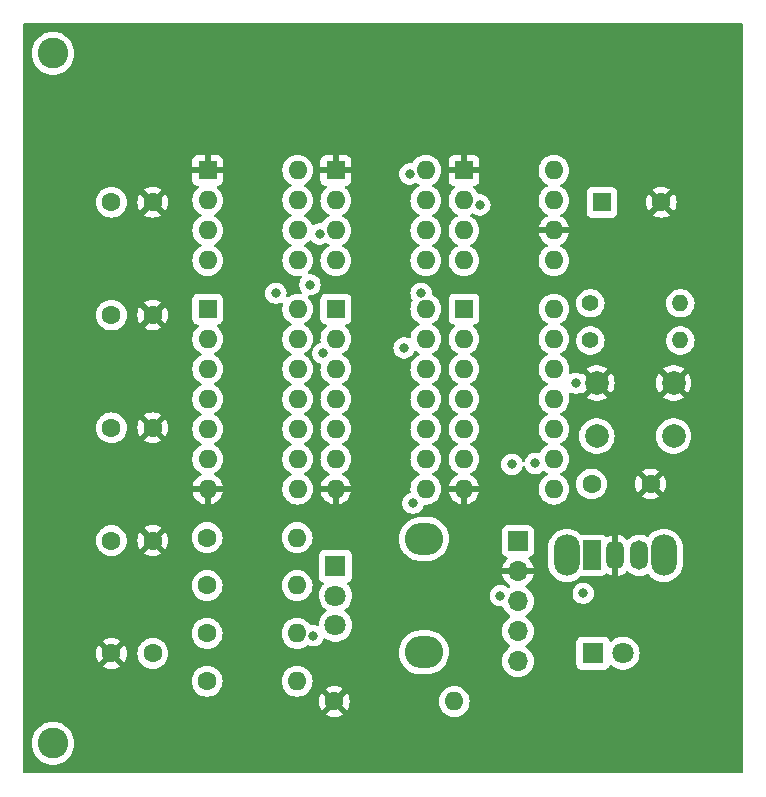
<source format=gbr>
%TF.GenerationSoftware,KiCad,Pcbnew,(7.0.0)*%
%TF.CreationDate,2023-02-28T14:37:34-05:00*%
%TF.ProjectId,8bc_clock_4,3862635f-636c-46f6-936b-5f342e6b6963,rev?*%
%TF.SameCoordinates,Original*%
%TF.FileFunction,Copper,L2,Inr*%
%TF.FilePolarity,Positive*%
%FSLAX46Y46*%
G04 Gerber Fmt 4.6, Leading zero omitted, Abs format (unit mm)*
G04 Created by KiCad (PCBNEW (7.0.0)) date 2023-02-28 14:37:34*
%MOMM*%
%LPD*%
G01*
G04 APERTURE LIST*
%TA.AperFunction,ComponentPad*%
%ADD10C,1.400000*%
%TD*%
%TA.AperFunction,ComponentPad*%
%ADD11O,1.400000X1.400000*%
%TD*%
%TA.AperFunction,ComponentPad*%
%ADD12C,1.600000*%
%TD*%
%TA.AperFunction,ComponentPad*%
%ADD13C,2.600000*%
%TD*%
%TA.AperFunction,ComponentPad*%
%ADD14R,1.600000X1.600000*%
%TD*%
%TA.AperFunction,ComponentPad*%
%ADD15O,1.600000X1.600000*%
%TD*%
%TA.AperFunction,ComponentPad*%
%ADD16C,2.000000*%
%TD*%
%TA.AperFunction,ComponentPad*%
%ADD17O,3.240000X2.720000*%
%TD*%
%TA.AperFunction,ComponentPad*%
%ADD18R,1.800000X1.800000*%
%TD*%
%TA.AperFunction,ComponentPad*%
%ADD19C,1.800000*%
%TD*%
%TA.AperFunction,ComponentPad*%
%ADD20R,1.700000X1.700000*%
%TD*%
%TA.AperFunction,ComponentPad*%
%ADD21O,1.700000X1.700000*%
%TD*%
%TA.AperFunction,ComponentPad*%
%ADD22O,2.200000X3.500000*%
%TD*%
%TA.AperFunction,ComponentPad*%
%ADD23R,1.500000X2.500000*%
%TD*%
%TA.AperFunction,ComponentPad*%
%ADD24O,1.500000X2.500000*%
%TD*%
%TA.AperFunction,ViaPad*%
%ADD25C,0.800000*%
%TD*%
G04 APERTURE END LIST*
D10*
%TO.N,+5V*%
%TO.C,R1*%
X152180000Y-74500000D03*
D11*
%TO.N,Net-(U1-DIS)*%
X159799999Y-74499999D03*
%TD*%
D12*
%TO.N,GND*%
%TO.C,C7*%
X111630000Y-104150000D03*
%TO.N,+5V*%
X115130000Y-104150000D03*
%TD*%
D13*
%TO.N,N/C*%
%TO.C,REF\u002A\u002A\u002A*%
X106680000Y-111760000D03*
%TD*%
D14*
%TO.N,GND*%
%TO.C,U3*%
X141479999Y-63249999D03*
D15*
%TO.N,Net-(SW1-A)*%
X141479999Y-65789999D03*
%TO.N,Net-(U3-Q)*%
X141479999Y-68329999D03*
%TO.N,Net-(SW1-C)*%
X141479999Y-70869999D03*
%TO.N,Net-(U3-CV)*%
X149099999Y-70869999D03*
%TO.N,GND*%
X149099999Y-68329999D03*
%TO.N,unconnected-(U3-DIS-Pad7)*%
X149099999Y-65789999D03*
%TO.N,+5V*%
X149099999Y-63249999D03*
%TD*%
D14*
%TO.N,Net-(U1-THR)*%
%TO.C,C2*%
X153174697Y-65949999D03*
D12*
%TO.N,GND*%
X158174698Y-65950000D03*
%TD*%
%TO.N,+5V*%
%TO.C,R5*%
X119730000Y-102450000D03*
D15*
%TO.N,Net-(SW1-A)*%
X127349999Y-102449999D03*
%TD*%
D14*
%TO.N,Net-(U1-Q)*%
%TO.C,U5*%
X130629999Y-74999999D03*
D15*
%TO.N,Net-(U3-Q)*%
X130629999Y-77539999D03*
%TO.N,Net-(U5-Pad3)*%
X130629999Y-80079999D03*
%TO.N,Net-(U4-Pad2)*%
X130629999Y-82619999D03*
%TO.N,Net-(U2-DIS)*%
X130629999Y-85159999D03*
%TO.N,Net-(U5-Pad6)*%
X130629999Y-87699999D03*
%TO.N,GND*%
X130629999Y-90239999D03*
%TO.N,CLK*%
X138249999Y-90239999D03*
%TO.N,Net-(U5-Pad9)*%
X138249999Y-87699999D03*
%TO.N,Net-(U4-Pad6)*%
X138249999Y-85159999D03*
%TO.N,unconnected-(U5-Pad11)*%
X138249999Y-82619999D03*
%TO.N,unconnected-(U5-Pad12)*%
X138249999Y-80079999D03*
%TO.N,unconnected-(U5-Pad13)*%
X138249999Y-77539999D03*
%TO.N,+5V*%
X138249999Y-74999999D03*
%TD*%
D14*
%TO.N,GND*%
%TO.C,U2*%
X130629999Y-63249999D03*
D15*
%TO.N,Net-(U2-TR)*%
X130629999Y-65789999D03*
%TO.N,Net-(U2-DIS)*%
X130629999Y-68329999D03*
%TO.N,+5V*%
X130629999Y-70869999D03*
%TO.N,Net-(U2-CV)*%
X138249999Y-70869999D03*
%TO.N,Net-(U2-DIS)*%
X138249999Y-68329999D03*
X138249999Y-65789999D03*
%TO.N,+5V*%
X138249999Y-63249999D03*
%TD*%
D12*
%TO.N,+5V*%
%TO.C,C6*%
X111630000Y-94600000D03*
%TO.N,GND*%
X115130000Y-94600000D03*
%TD*%
%TO.N,+5V*%
%TO.C,R3*%
X119730000Y-94350000D03*
D15*
%TO.N,Net-(U2-DIS)*%
X127349999Y-94349999D03*
%TD*%
D14*
%TO.N,Net-(U5-Pad3)*%
%TO.C,U6*%
X141479999Y-74999999D03*
D15*
%TO.N,Net-(U5-Pad6)*%
X141479999Y-77539999D03*
%TO.N,Net-(U5-Pad9)*%
X141479999Y-80079999D03*
%TO.N,unconnected-(U6-Pad4)*%
X141479999Y-82619999D03*
%TO.N,unconnected-(U6-Pad5)*%
X141479999Y-85159999D03*
%TO.N,unconnected-(U6-Pad6)*%
X141479999Y-87699999D03*
%TO.N,GND*%
X141479999Y-90239999D03*
%TO.N,unconnected-(U6-Pad8)*%
X149099999Y-90239999D03*
%TO.N,unconnected-(U6-Pad9)*%
X149099999Y-87699999D03*
%TO.N,unconnected-(U6-Pad10)*%
X149099999Y-85159999D03*
%TO.N,unconnected-(U6-Pad11)*%
X149099999Y-82619999D03*
%TO.N,unconnected-(U6-Pad12)*%
X149099999Y-80079999D03*
%TO.N,unconnected-(U6-Pad13)*%
X149099999Y-77539999D03*
%TO.N,+5V*%
X149099999Y-74999999D03*
%TD*%
D12*
%TO.N,Net-(U2-DIS)*%
%TO.C,C4*%
X111630000Y-75500000D03*
%TO.N,GND*%
X115130000Y-75500000D03*
%TD*%
%TO.N,+5V*%
%TO.C,R4*%
X119730000Y-98400000D03*
D15*
%TO.N,Net-(U2-TR)*%
X127349999Y-98399999D03*
%TD*%
D16*
%TO.N,GND*%
%TO.C,SW2*%
X152730000Y-81250000D03*
X159230000Y-81250000D03*
%TO.N,Net-(U2-TR)*%
X152730000Y-85750000D03*
X159230000Y-85750000D03*
%TD*%
D17*
%TO.N,*%
%TO.C,RV1*%
X138099999Y-94459999D03*
X138099999Y-104059999D03*
D18*
%TO.N,unconnected-(RV1-Pad1)*%
X130599999Y-96759999D03*
D19*
%TO.N,Net-(R2-Pad2)*%
X130600000Y-99260000D03*
%TO.N,Net-(U1-THR)*%
X130600000Y-101760000D03*
%TD*%
D13*
%TO.N,N/C*%
%TO.C,REF\u002A\u002A*%
X106680000Y-53340000D03*
%TD*%
D18*
%TO.N,Net-(D1-K)*%
%TO.C,D1*%
X152399999Y-104139999D03*
D19*
%TO.N,CLK*%
X154940000Y-104140000D03*
%TD*%
D12*
%TO.N,Net-(U2-CV)*%
%TO.C,C3*%
X111630000Y-65950000D03*
%TO.N,GND*%
X115130000Y-65950000D03*
%TD*%
D20*
%TO.N,+5V*%
%TO.C,J1*%
X146049999Y-94649999D03*
D21*
%TO.N,GND*%
X146049999Y-97189999D03*
%TO.N,CLK*%
X146049999Y-99729999D03*
%TO.N,!CLK*%
X146049999Y-102269999D03*
%TO.N,HLT*%
X146049999Y-104809999D03*
%TD*%
D12*
%TO.N,+5V*%
%TO.C,R6*%
X119730000Y-106500000D03*
D15*
%TO.N,Net-(SW1-C)*%
X127349999Y-106499999D03*
%TD*%
D12*
%TO.N,GND*%
%TO.C,R7*%
X130500000Y-108220000D03*
D15*
%TO.N,Net-(D1-K)*%
X140659999Y-108219999D03*
%TD*%
D22*
%TO.N,*%
%TO.C,SW1*%
X150199999Y-95844999D03*
X158399999Y-95844999D03*
D23*
%TO.N,Net-(SW1-A)*%
X152299999Y-95844999D03*
D24*
%TO.N,GND*%
X154299999Y-95844999D03*
%TO.N,Net-(SW1-C)*%
X156299999Y-95844999D03*
%TD*%
D14*
%TO.N,GND*%
%TO.C,U1*%
X119779999Y-63249999D03*
D15*
%TO.N,Net-(U1-THR)*%
X119779999Y-65789999D03*
%TO.N,Net-(U1-Q)*%
X119779999Y-68329999D03*
%TO.N,+5V*%
X119779999Y-70869999D03*
%TO.N,Net-(U1-CV)*%
X127399999Y-70869999D03*
%TO.N,Net-(U1-THR)*%
X127399999Y-68329999D03*
%TO.N,Net-(U1-DIS)*%
X127399999Y-65789999D03*
%TO.N,+5V*%
X127399999Y-63249999D03*
%TD*%
D10*
%TO.N,Net-(U1-DIS)*%
%TO.C,R2*%
X152180000Y-77650000D03*
D11*
%TO.N,Net-(R2-Pad2)*%
X159799999Y-77649999D03*
%TD*%
D14*
%TO.N,Net-(U3-Q)*%
%TO.C,U4*%
X119779999Y-74999999D03*
D15*
%TO.N,Net-(U4-Pad2)*%
X119779999Y-77539999D03*
%TO.N,CLK*%
X119779999Y-80079999D03*
%TO.N,!CLK*%
X119779999Y-82619999D03*
%TO.N,HLT*%
X119779999Y-85159999D03*
%TO.N,Net-(U4-Pad6)*%
X119779999Y-87699999D03*
%TO.N,GND*%
X119779999Y-90239999D03*
%TO.N,unconnected-(U4-Pad8)*%
X127399999Y-90239999D03*
%TO.N,unconnected-(U4-Pad9)*%
X127399999Y-87699999D03*
%TO.N,unconnected-(U4-Pad10)*%
X127399999Y-85159999D03*
%TO.N,unconnected-(U4-Pad11)*%
X127399999Y-82619999D03*
%TO.N,unconnected-(U4-Pad12)*%
X127399999Y-80079999D03*
%TO.N,unconnected-(U4-Pad13)*%
X127399999Y-77539999D03*
%TO.N,+5V*%
X127399999Y-74999999D03*
%TD*%
D12*
%TO.N,Net-(U3-CV)*%
%TO.C,C5*%
X111630000Y-85050000D03*
%TO.N,GND*%
X115130000Y-85050000D03*
%TD*%
%TO.N,Net-(U1-CV)*%
%TO.C,C1*%
X152280000Y-89800000D03*
%TO.N,GND*%
X157280000Y-89800000D03*
%TD*%
D25*
%TO.N,Net-(U2-TR)*%
X145537700Y-88142300D03*
X137160000Y-91440000D03*
%TO.N,Net-(U3-Q)*%
X128439872Y-72934470D03*
%TO.N,HLT*%
X128734864Y-102651875D03*
%TO.N,Net-(SW1-C)*%
X144558509Y-99263108D03*
X151575500Y-99060000D03*
X147514102Y-88069502D03*
%TO.N,Net-(SW1-A)*%
X150949500Y-81280000D03*
%TO.N,Net-(U2-TR)*%
X129265917Y-68642863D03*
X137849500Y-73659028D03*
%TO.N,Net-(U1-CV)*%
X136400500Y-78284502D03*
%TO.N,Net-(U1-Q)*%
X125550500Y-73658970D03*
%TO.N,CLK*%
X129540000Y-78740000D03*
%TO.N,Net-(U1-DIS)*%
X142820972Y-66190500D03*
X136885917Y-63562863D03*
%TD*%
%TA.AperFunction,Conductor*%
%TO.N,GND*%
G36*
X165037500Y-50817113D02*
G01*
X165082887Y-50862500D01*
X165099500Y-50924500D01*
X165099500Y-114175500D01*
X165082887Y-114237500D01*
X165037500Y-114282887D01*
X164975500Y-114299500D01*
X104264500Y-114299500D01*
X104202500Y-114282887D01*
X104157113Y-114237500D01*
X104140500Y-114175500D01*
X104140500Y-111760000D01*
X104874451Y-111760000D01*
X104894617Y-112029103D01*
X104954666Y-112292195D01*
X105053257Y-112543398D01*
X105188185Y-112777102D01*
X105356439Y-112988085D01*
X105554259Y-113171635D01*
X105777226Y-113323651D01*
X106020359Y-113440738D01*
X106024787Y-113442103D01*
X106024790Y-113442105D01*
X106149293Y-113480509D01*
X106278228Y-113520280D01*
X106545071Y-113560500D01*
X106810292Y-113560500D01*
X106814929Y-113560500D01*
X107081772Y-113520280D01*
X107339641Y-113440738D01*
X107582775Y-113323651D01*
X107805741Y-113171635D01*
X108003561Y-112988085D01*
X108171815Y-112777102D01*
X108306743Y-112543398D01*
X108405334Y-112292195D01*
X108465383Y-112029103D01*
X108485549Y-111760000D01*
X108465383Y-111490897D01*
X108405334Y-111227805D01*
X108306743Y-110976602D01*
X108171815Y-110742898D01*
X108003561Y-110531915D01*
X107805741Y-110348365D01*
X107801912Y-110345754D01*
X107801909Y-110345752D01*
X107586610Y-110198964D01*
X107582775Y-110196349D01*
X107578589Y-110194333D01*
X107343820Y-110081274D01*
X107343814Y-110081271D01*
X107339641Y-110079262D01*
X107335219Y-110077898D01*
X107335209Y-110077894D01*
X107086202Y-110001086D01*
X107086196Y-110001084D01*
X107081772Y-109999720D01*
X107077195Y-109999030D01*
X107077186Y-109999028D01*
X106819514Y-109960191D01*
X106819513Y-109960190D01*
X106814929Y-109959500D01*
X106545071Y-109959500D01*
X106540487Y-109960190D01*
X106540485Y-109960191D01*
X106282813Y-109999028D01*
X106282801Y-109999030D01*
X106278228Y-109999720D01*
X106273806Y-110001083D01*
X106273797Y-110001086D01*
X106024790Y-110077894D01*
X106024775Y-110077899D01*
X106020359Y-110079262D01*
X106016185Y-110081271D01*
X106016180Y-110081274D01*
X105781411Y-110194333D01*
X105781404Y-110194336D01*
X105777226Y-110196349D01*
X105773393Y-110198962D01*
X105773390Y-110198964D01*
X105558090Y-110345752D01*
X105558080Y-110345759D01*
X105554259Y-110348365D01*
X105550863Y-110351516D01*
X105550853Y-110351524D01*
X105359843Y-110528756D01*
X105359839Y-110528759D01*
X105356439Y-110531915D01*
X105353549Y-110535537D01*
X105353546Y-110535542D01*
X105191077Y-110739271D01*
X105188185Y-110742898D01*
X105185866Y-110746913D01*
X105185865Y-110746916D01*
X105055578Y-110972581D01*
X105055575Y-110972586D01*
X105053257Y-110976602D01*
X105051563Y-110980916D01*
X105051561Y-110980922D01*
X104956363Y-111223480D01*
X104954666Y-111227805D01*
X104953633Y-111232326D01*
X104953632Y-111232333D01*
X104895648Y-111486377D01*
X104895646Y-111486385D01*
X104894617Y-111490897D01*
X104874451Y-111760000D01*
X104140500Y-111760000D01*
X104140500Y-109298703D01*
X129778217Y-109298703D01*
X129785650Y-109306814D01*
X129843077Y-109347025D01*
X129852427Y-109352423D01*
X130048768Y-109443979D01*
X130058902Y-109447667D01*
X130268162Y-109503739D01*
X130278793Y-109505613D01*
X130494605Y-109524494D01*
X130505395Y-109524494D01*
X130721206Y-109505613D01*
X130731837Y-109503739D01*
X130941097Y-109447667D01*
X130951231Y-109443979D01*
X131147575Y-109352422D01*
X131156920Y-109347026D01*
X131214348Y-109306814D01*
X131221780Y-109298703D01*
X131215867Y-109289421D01*
X130511542Y-108585095D01*
X130500000Y-108578431D01*
X130488457Y-108585095D01*
X129784128Y-109289424D01*
X129778217Y-109298703D01*
X104140500Y-109298703D01*
X104140500Y-108225395D01*
X129195506Y-108225395D01*
X129214386Y-108441206D01*
X129216260Y-108451837D01*
X129272332Y-108661097D01*
X129276020Y-108671231D01*
X129367576Y-108867572D01*
X129372974Y-108876922D01*
X129413184Y-108934348D01*
X129421295Y-108941781D01*
X129430574Y-108935870D01*
X130134903Y-108231542D01*
X130141567Y-108220000D01*
X130858431Y-108220000D01*
X130865095Y-108231542D01*
X131569421Y-108935867D01*
X131578703Y-108941780D01*
X131586814Y-108934348D01*
X131627026Y-108876920D01*
X131632422Y-108867575D01*
X131723979Y-108671231D01*
X131727667Y-108661097D01*
X131783739Y-108451837D01*
X131785613Y-108441206D01*
X131804494Y-108225395D01*
X131804494Y-108220000D01*
X139354532Y-108220000D01*
X139374365Y-108446692D01*
X139375762Y-108451907D01*
X139375764Y-108451916D01*
X139431858Y-108661263D01*
X139431861Y-108661271D01*
X139433261Y-108666496D01*
X139529432Y-108872734D01*
X139659953Y-109059139D01*
X139820861Y-109220047D01*
X140007266Y-109350568D01*
X140213504Y-109446739D01*
X140433308Y-109505635D01*
X140660000Y-109525468D01*
X140886692Y-109505635D01*
X141106496Y-109446739D01*
X141312734Y-109350568D01*
X141499139Y-109220047D01*
X141660047Y-109059139D01*
X141790568Y-108872734D01*
X141886739Y-108666496D01*
X141945635Y-108446692D01*
X141965468Y-108220000D01*
X141945635Y-107993308D01*
X141890116Y-107786106D01*
X141888141Y-107778736D01*
X141888140Y-107778734D01*
X141886739Y-107773504D01*
X141790568Y-107567266D01*
X141660047Y-107380861D01*
X141499139Y-107219953D01*
X141409479Y-107157173D01*
X141317173Y-107092540D01*
X141317171Y-107092539D01*
X141312734Y-107089432D01*
X141106496Y-106993261D01*
X141101271Y-106991861D01*
X141101263Y-106991858D01*
X140891916Y-106935764D01*
X140891907Y-106935762D01*
X140886692Y-106934365D01*
X140881304Y-106933893D01*
X140881301Y-106933893D01*
X140665395Y-106915004D01*
X140660000Y-106914532D01*
X140654605Y-106915004D01*
X140438698Y-106933893D01*
X140438693Y-106933893D01*
X140433308Y-106934365D01*
X140428094Y-106935762D01*
X140428083Y-106935764D01*
X140218736Y-106991858D01*
X140218724Y-106991862D01*
X140213504Y-106993261D01*
X140208599Y-106995547D01*
X140208594Y-106995550D01*
X140012176Y-107087142D01*
X140012172Y-107087144D01*
X140007266Y-107089432D01*
X140002833Y-107092535D01*
X140002826Y-107092540D01*
X139825296Y-107216847D01*
X139825291Y-107216850D01*
X139820861Y-107219953D01*
X139817037Y-107223776D01*
X139817031Y-107223782D01*
X139663782Y-107377031D01*
X139663776Y-107377037D01*
X139659953Y-107380861D01*
X139656850Y-107385291D01*
X139656847Y-107385296D01*
X139532540Y-107562826D01*
X139532535Y-107562833D01*
X139529432Y-107567266D01*
X139527144Y-107572172D01*
X139527142Y-107572176D01*
X139435550Y-107768594D01*
X139435547Y-107768599D01*
X139433261Y-107773504D01*
X139431862Y-107778724D01*
X139431858Y-107778736D01*
X139375764Y-107988083D01*
X139375762Y-107988094D01*
X139374365Y-107993308D01*
X139354532Y-108220000D01*
X131804494Y-108220000D01*
X131804494Y-108214605D01*
X131785613Y-107998793D01*
X131783739Y-107988162D01*
X131727667Y-107778902D01*
X131723979Y-107768768D01*
X131632423Y-107572427D01*
X131627025Y-107563077D01*
X131586814Y-107505650D01*
X131578703Y-107498217D01*
X131569424Y-107504128D01*
X130865095Y-108208457D01*
X130858431Y-108220000D01*
X130141567Y-108220000D01*
X130134903Y-108208457D01*
X129430574Y-107504128D01*
X129421296Y-107498217D01*
X129413183Y-107505651D01*
X129372971Y-107563081D01*
X129367577Y-107572425D01*
X129276020Y-107768768D01*
X129272332Y-107778902D01*
X129216260Y-107988162D01*
X129214386Y-107998793D01*
X129195506Y-108214605D01*
X129195506Y-108225395D01*
X104140500Y-108225395D01*
X104140500Y-106500000D01*
X118424532Y-106500000D01*
X118444365Y-106726692D01*
X118445762Y-106731907D01*
X118445764Y-106731916D01*
X118501858Y-106941263D01*
X118501861Y-106941271D01*
X118503261Y-106946496D01*
X118505549Y-106951403D01*
X118505550Y-106951405D01*
X118568846Y-107087142D01*
X118599432Y-107152734D01*
X118729953Y-107339139D01*
X118890861Y-107500047D01*
X119077266Y-107630568D01*
X119283504Y-107726739D01*
X119503308Y-107785635D01*
X119730000Y-107805468D01*
X119956692Y-107785635D01*
X120176496Y-107726739D01*
X120382734Y-107630568D01*
X120569139Y-107500047D01*
X120730047Y-107339139D01*
X120860568Y-107152734D01*
X120956739Y-106946496D01*
X121015635Y-106726692D01*
X121035468Y-106500000D01*
X126044532Y-106500000D01*
X126064365Y-106726692D01*
X126065762Y-106731907D01*
X126065764Y-106731916D01*
X126121858Y-106941263D01*
X126121861Y-106941271D01*
X126123261Y-106946496D01*
X126125549Y-106951403D01*
X126125550Y-106951405D01*
X126188846Y-107087142D01*
X126219432Y-107152734D01*
X126349953Y-107339139D01*
X126510861Y-107500047D01*
X126697266Y-107630568D01*
X126903504Y-107726739D01*
X127123308Y-107785635D01*
X127350000Y-107805468D01*
X127576692Y-107785635D01*
X127796496Y-107726739D01*
X128002734Y-107630568D01*
X128189139Y-107500047D01*
X128350047Y-107339139D01*
X128480568Y-107152734D01*
X128485902Y-107141296D01*
X129778217Y-107141296D01*
X129784128Y-107150574D01*
X130488457Y-107854903D01*
X130500000Y-107861567D01*
X130511542Y-107854903D01*
X131215870Y-107150574D01*
X131221781Y-107141295D01*
X131214348Y-107133184D01*
X131156922Y-107092974D01*
X131147572Y-107087576D01*
X130951231Y-106996020D01*
X130941097Y-106992332D01*
X130731837Y-106936260D01*
X130721206Y-106934386D01*
X130505395Y-106915506D01*
X130494605Y-106915506D01*
X130278793Y-106934386D01*
X130268162Y-106936260D01*
X130058902Y-106992332D01*
X130048768Y-106996020D01*
X129852425Y-107087577D01*
X129843081Y-107092971D01*
X129785651Y-107133183D01*
X129778217Y-107141296D01*
X128485902Y-107141296D01*
X128576739Y-106946496D01*
X128635635Y-106726692D01*
X128655468Y-106500000D01*
X128635635Y-106273308D01*
X128576739Y-106053504D01*
X128480568Y-105847266D01*
X128350047Y-105660861D01*
X128189139Y-105499953D01*
X128094575Y-105433739D01*
X128007173Y-105372540D01*
X128007171Y-105372539D01*
X128002734Y-105369432D01*
X127882402Y-105313320D01*
X127801405Y-105275550D01*
X127801403Y-105275549D01*
X127796496Y-105273261D01*
X127791271Y-105271861D01*
X127791263Y-105271858D01*
X127581916Y-105215764D01*
X127581907Y-105215762D01*
X127576692Y-105214365D01*
X127571304Y-105213893D01*
X127571301Y-105213893D01*
X127355395Y-105195004D01*
X127350000Y-105194532D01*
X127344605Y-105195004D01*
X127128698Y-105213893D01*
X127128693Y-105213893D01*
X127123308Y-105214365D01*
X127118094Y-105215762D01*
X127118083Y-105215764D01*
X126908736Y-105271858D01*
X126908724Y-105271862D01*
X126903504Y-105273261D01*
X126898599Y-105275547D01*
X126898594Y-105275550D01*
X126702176Y-105367142D01*
X126702172Y-105367144D01*
X126697266Y-105369432D01*
X126692833Y-105372535D01*
X126692826Y-105372540D01*
X126515296Y-105496847D01*
X126515291Y-105496850D01*
X126510861Y-105499953D01*
X126507037Y-105503776D01*
X126507031Y-105503782D01*
X126353782Y-105657031D01*
X126353776Y-105657037D01*
X126349953Y-105660861D01*
X126346850Y-105665291D01*
X126346847Y-105665296D01*
X126222540Y-105842826D01*
X126222535Y-105842833D01*
X126219432Y-105847266D01*
X126217144Y-105852172D01*
X126217142Y-105852176D01*
X126125550Y-106048594D01*
X126125547Y-106048599D01*
X126123261Y-106053504D01*
X126121862Y-106058724D01*
X126121858Y-106058736D01*
X126065764Y-106268083D01*
X126065762Y-106268094D01*
X126064365Y-106273308D01*
X126044532Y-106500000D01*
X121035468Y-106500000D01*
X121015635Y-106273308D01*
X120956739Y-106053504D01*
X120860568Y-105847266D01*
X120730047Y-105660861D01*
X120569139Y-105499953D01*
X120474575Y-105433739D01*
X120387173Y-105372540D01*
X120387171Y-105372539D01*
X120382734Y-105369432D01*
X120262402Y-105313320D01*
X120181405Y-105275550D01*
X120181403Y-105275549D01*
X120176496Y-105273261D01*
X120171271Y-105271861D01*
X120171263Y-105271858D01*
X119961916Y-105215764D01*
X119961907Y-105215762D01*
X119956692Y-105214365D01*
X119951304Y-105213893D01*
X119951301Y-105213893D01*
X119735395Y-105195004D01*
X119730000Y-105194532D01*
X119724605Y-105195004D01*
X119508698Y-105213893D01*
X119508693Y-105213893D01*
X119503308Y-105214365D01*
X119498094Y-105215762D01*
X119498083Y-105215764D01*
X119288736Y-105271858D01*
X119288724Y-105271862D01*
X119283504Y-105273261D01*
X119278599Y-105275547D01*
X119278594Y-105275550D01*
X119082176Y-105367142D01*
X119082172Y-105367144D01*
X119077266Y-105369432D01*
X119072833Y-105372535D01*
X119072826Y-105372540D01*
X118895296Y-105496847D01*
X118895291Y-105496850D01*
X118890861Y-105499953D01*
X118887037Y-105503776D01*
X118887031Y-105503782D01*
X118733782Y-105657031D01*
X118733776Y-105657037D01*
X118729953Y-105660861D01*
X118726850Y-105665291D01*
X118726847Y-105665296D01*
X118602540Y-105842826D01*
X118602535Y-105842833D01*
X118599432Y-105847266D01*
X118597144Y-105852172D01*
X118597142Y-105852176D01*
X118505550Y-106048594D01*
X118505547Y-106048599D01*
X118503261Y-106053504D01*
X118501862Y-106058724D01*
X118501858Y-106058736D01*
X118445764Y-106268083D01*
X118445762Y-106268094D01*
X118444365Y-106273308D01*
X118424532Y-106500000D01*
X104140500Y-106500000D01*
X104140500Y-105228703D01*
X110908217Y-105228703D01*
X110915650Y-105236814D01*
X110973077Y-105277025D01*
X110982427Y-105282423D01*
X111178768Y-105373979D01*
X111188902Y-105377667D01*
X111398162Y-105433739D01*
X111408793Y-105435613D01*
X111624605Y-105454494D01*
X111635395Y-105454494D01*
X111851206Y-105435613D01*
X111861837Y-105433739D01*
X112071097Y-105377667D01*
X112081231Y-105373979D01*
X112277575Y-105282422D01*
X112286920Y-105277026D01*
X112344348Y-105236814D01*
X112351780Y-105228703D01*
X112345867Y-105219421D01*
X111641542Y-104515095D01*
X111630000Y-104508431D01*
X111618457Y-104515095D01*
X110914128Y-105219424D01*
X110908217Y-105228703D01*
X104140500Y-105228703D01*
X104140500Y-104155395D01*
X110325506Y-104155395D01*
X110344386Y-104371206D01*
X110346260Y-104381837D01*
X110402332Y-104591097D01*
X110406020Y-104601231D01*
X110497576Y-104797572D01*
X110502974Y-104806922D01*
X110543184Y-104864348D01*
X110551295Y-104871781D01*
X110560574Y-104865870D01*
X111264903Y-104161542D01*
X111271567Y-104149999D01*
X111988431Y-104149999D01*
X111995095Y-104161542D01*
X112699421Y-104865867D01*
X112708703Y-104871780D01*
X112716814Y-104864348D01*
X112757026Y-104806920D01*
X112762422Y-104797575D01*
X112853979Y-104601231D01*
X112857667Y-104591097D01*
X112913739Y-104381837D01*
X112915613Y-104371206D01*
X112934494Y-104155395D01*
X112934494Y-104150000D01*
X113824532Y-104150000D01*
X113825004Y-104155395D01*
X113841279Y-104341427D01*
X113844365Y-104376692D01*
X113845762Y-104381907D01*
X113845764Y-104381916D01*
X113901858Y-104591263D01*
X113901861Y-104591271D01*
X113903261Y-104596496D01*
X113999432Y-104802734D01*
X114002539Y-104807171D01*
X114002540Y-104807173D01*
X114006716Y-104813137D01*
X114129953Y-104989139D01*
X114290861Y-105150047D01*
X114477266Y-105280568D01*
X114683504Y-105376739D01*
X114688734Y-105378140D01*
X114688736Y-105378141D01*
X114761157Y-105397546D01*
X114903308Y-105435635D01*
X115130000Y-105455468D01*
X115356692Y-105435635D01*
X115576496Y-105376739D01*
X115782734Y-105280568D01*
X115969139Y-105150047D01*
X116130047Y-104989139D01*
X116260568Y-104802734D01*
X116356739Y-104596496D01*
X116415635Y-104376692D01*
X116435468Y-104150000D01*
X116433555Y-104128131D01*
X135975768Y-104128131D01*
X135976262Y-104132628D01*
X135976263Y-104132633D01*
X136005057Y-104394327D01*
X136005058Y-104394334D01*
X136005554Y-104398839D01*
X136006699Y-104403220D01*
X136006701Y-104403229D01*
X136055816Y-104591097D01*
X136074438Y-104662326D01*
X136076203Y-104666480D01*
X136076206Y-104666488D01*
X136160934Y-104865867D01*
X136180953Y-104912975D01*
X136183309Y-104916836D01*
X136183312Y-104916841D01*
X136319363Y-105139768D01*
X136322827Y-105145444D01*
X136497037Y-105354779D01*
X136699869Y-105536518D01*
X136927002Y-105686788D01*
X137173594Y-105802386D01*
X137434389Y-105880847D01*
X137703829Y-105920500D01*
X138425739Y-105920500D01*
X138428000Y-105920500D01*
X138631616Y-105905597D01*
X138897442Y-105846382D01*
X139151814Y-105749093D01*
X139389310Y-105615804D01*
X139604868Y-105449355D01*
X139793894Y-105253295D01*
X139952358Y-105031802D01*
X140076885Y-104789597D01*
X140164819Y-104531841D01*
X140214286Y-104264029D01*
X140224232Y-103991869D01*
X140194446Y-103721161D01*
X140125562Y-103457674D01*
X140019047Y-103207025D01*
X139877173Y-102974556D01*
X139702963Y-102765221D01*
X139500131Y-102583482D01*
X139272998Y-102433212D01*
X139268903Y-102431292D01*
X139268899Y-102431290D01*
X139030500Y-102319533D01*
X139030497Y-102319532D01*
X139026406Y-102317614D01*
X139022082Y-102316313D01*
X139022074Y-102316310D01*
X138769949Y-102240458D01*
X138769947Y-102240457D01*
X138765611Y-102239153D01*
X138761131Y-102238493D01*
X138761128Y-102238493D01*
X138500645Y-102200158D01*
X138500639Y-102200157D01*
X138496171Y-102199500D01*
X137772000Y-102199500D01*
X137769749Y-102199664D01*
X137769742Y-102199665D01*
X137572903Y-102214072D01*
X137572899Y-102214072D01*
X137568384Y-102214403D01*
X137563970Y-102215386D01*
X137563958Y-102215388D01*
X137306988Y-102272630D01*
X137306972Y-102272634D01*
X137302558Y-102273618D01*
X137298327Y-102275236D01*
X137298321Y-102275238D01*
X137052418Y-102369288D01*
X137052413Y-102369290D01*
X137048186Y-102370907D01*
X137044238Y-102373122D01*
X137044233Y-102373125D01*
X136814640Y-102501978D01*
X136814628Y-102501985D01*
X136810690Y-102504196D01*
X136807110Y-102506960D01*
X136807103Y-102506965D01*
X136598717Y-102667876D01*
X136598710Y-102667881D01*
X136595132Y-102670645D01*
X136591994Y-102673899D01*
X136591987Y-102673906D01*
X136409255Y-102863437D01*
X136409243Y-102863450D01*
X136406106Y-102866705D01*
X136403467Y-102870393D01*
X136403465Y-102870396D01*
X136250281Y-103084508D01*
X136250275Y-103084517D01*
X136247642Y-103088198D01*
X136245569Y-103092228D01*
X136245567Y-103092233D01*
X136125189Y-103326367D01*
X136125183Y-103326378D01*
X136123115Y-103330403D01*
X136121655Y-103334682D01*
X136121651Y-103334692D01*
X136036642Y-103583875D01*
X136035181Y-103588159D01*
X136034358Y-103592612D01*
X136034358Y-103592614D01*
X135986537Y-103851510D01*
X135986535Y-103851523D01*
X135985714Y-103855971D01*
X135985548Y-103860497D01*
X135985548Y-103860503D01*
X135975933Y-104123602D01*
X135975933Y-104123608D01*
X135975768Y-104128131D01*
X116433555Y-104128131D01*
X116415635Y-103923308D01*
X116413091Y-103913813D01*
X116358141Y-103708736D01*
X116358140Y-103708734D01*
X116356739Y-103703504D01*
X116260568Y-103497266D01*
X116130047Y-103310861D01*
X115969139Y-103149953D01*
X115845219Y-103063184D01*
X115787173Y-103022540D01*
X115787171Y-103022539D01*
X115782734Y-103019432D01*
X115604823Y-102936470D01*
X115581405Y-102925550D01*
X115581403Y-102925549D01*
X115576496Y-102923261D01*
X115571271Y-102921861D01*
X115571263Y-102921858D01*
X115361916Y-102865764D01*
X115361907Y-102865762D01*
X115356692Y-102864365D01*
X115351304Y-102863893D01*
X115351301Y-102863893D01*
X115135395Y-102845004D01*
X115130000Y-102844532D01*
X115124605Y-102845004D01*
X114908698Y-102863893D01*
X114908693Y-102863893D01*
X114903308Y-102864365D01*
X114898094Y-102865762D01*
X114898083Y-102865764D01*
X114688736Y-102921858D01*
X114688724Y-102921862D01*
X114683504Y-102923261D01*
X114678599Y-102925547D01*
X114678594Y-102925550D01*
X114482176Y-103017142D01*
X114482172Y-103017144D01*
X114477266Y-103019432D01*
X114472833Y-103022535D01*
X114472826Y-103022540D01*
X114295296Y-103146847D01*
X114295291Y-103146850D01*
X114290861Y-103149953D01*
X114287037Y-103153776D01*
X114287031Y-103153782D01*
X114133782Y-103307031D01*
X114133776Y-103307037D01*
X114129953Y-103310861D01*
X114126850Y-103315291D01*
X114126847Y-103315296D01*
X114002540Y-103492826D01*
X114002535Y-103492833D01*
X113999432Y-103497266D01*
X113997144Y-103502172D01*
X113997142Y-103502176D01*
X113905550Y-103698594D01*
X113905547Y-103698599D01*
X113903261Y-103703504D01*
X113901862Y-103708724D01*
X113901858Y-103708736D01*
X113845764Y-103918083D01*
X113845762Y-103918094D01*
X113844365Y-103923308D01*
X113843893Y-103928693D01*
X113843893Y-103928698D01*
X113826480Y-104127731D01*
X113824532Y-104150000D01*
X112934494Y-104150000D01*
X112934494Y-104144605D01*
X112915613Y-103928793D01*
X112913739Y-103918162D01*
X112857667Y-103708902D01*
X112853979Y-103698768D01*
X112762423Y-103502427D01*
X112757025Y-103493077D01*
X112716814Y-103435650D01*
X112708703Y-103428217D01*
X112699424Y-103434128D01*
X111995095Y-104138457D01*
X111988431Y-104149999D01*
X111271567Y-104149999D01*
X111264903Y-104138457D01*
X110560574Y-103434128D01*
X110551296Y-103428217D01*
X110543183Y-103435651D01*
X110502971Y-103493081D01*
X110497577Y-103502425D01*
X110406020Y-103698768D01*
X110402332Y-103708902D01*
X110346260Y-103918162D01*
X110344386Y-103928793D01*
X110325506Y-104144605D01*
X110325506Y-104155395D01*
X104140500Y-104155395D01*
X104140500Y-103071296D01*
X110908217Y-103071296D01*
X110914128Y-103080574D01*
X111618457Y-103784903D01*
X111629999Y-103791567D01*
X111641542Y-103784903D01*
X112345870Y-103080574D01*
X112351781Y-103071295D01*
X112344348Y-103063184D01*
X112286922Y-103022974D01*
X112277572Y-103017576D01*
X112081231Y-102926020D01*
X112071097Y-102922332D01*
X111861837Y-102866260D01*
X111851206Y-102864386D01*
X111635395Y-102845506D01*
X111624605Y-102845506D01*
X111408793Y-102864386D01*
X111398162Y-102866260D01*
X111188902Y-102922332D01*
X111178768Y-102926020D01*
X110982425Y-103017577D01*
X110973081Y-103022971D01*
X110915651Y-103063183D01*
X110908217Y-103071296D01*
X104140500Y-103071296D01*
X104140500Y-102450000D01*
X118424532Y-102450000D01*
X118425004Y-102455395D01*
X118443593Y-102667876D01*
X118444365Y-102676692D01*
X118445762Y-102681907D01*
X118445764Y-102681916D01*
X118501858Y-102891263D01*
X118501861Y-102891271D01*
X118503261Y-102896496D01*
X118505549Y-102901403D01*
X118505550Y-102901405D01*
X118515309Y-102922332D01*
X118599432Y-103102734D01*
X118602539Y-103107171D01*
X118602540Y-103107173D01*
X118632495Y-103149953D01*
X118729953Y-103289139D01*
X118890861Y-103450047D01*
X119077266Y-103580568D01*
X119283504Y-103676739D01*
X119288734Y-103678140D01*
X119288736Y-103678141D01*
X119432902Y-103716770D01*
X119503308Y-103735635D01*
X119730000Y-103755468D01*
X119956692Y-103735635D01*
X120176496Y-103676739D01*
X120382734Y-103580568D01*
X120569139Y-103450047D01*
X120730047Y-103289139D01*
X120860568Y-103102734D01*
X120956739Y-102896496D01*
X121015635Y-102676692D01*
X121035468Y-102450000D01*
X126044532Y-102450000D01*
X126045004Y-102455395D01*
X126063593Y-102667876D01*
X126064365Y-102676692D01*
X126065762Y-102681907D01*
X126065764Y-102681916D01*
X126121858Y-102891263D01*
X126121861Y-102891271D01*
X126123261Y-102896496D01*
X126125549Y-102901403D01*
X126125550Y-102901405D01*
X126135309Y-102922332D01*
X126219432Y-103102734D01*
X126222539Y-103107171D01*
X126222540Y-103107173D01*
X126252495Y-103149953D01*
X126349953Y-103289139D01*
X126510861Y-103450047D01*
X126697266Y-103580568D01*
X126903504Y-103676739D01*
X126908734Y-103678140D01*
X126908736Y-103678141D01*
X127052902Y-103716770D01*
X127123308Y-103735635D01*
X127350000Y-103755468D01*
X127576692Y-103735635D01*
X127796496Y-103676739D01*
X128002734Y-103580568D01*
X128180063Y-103456401D01*
X128239296Y-103434550D01*
X128301615Y-103444699D01*
X128455061Y-103513019D01*
X128640218Y-103552375D01*
X128823007Y-103552375D01*
X128829510Y-103552375D01*
X129014667Y-103513019D01*
X129187594Y-103436026D01*
X129340735Y-103324763D01*
X129467397Y-103184091D01*
X129562043Y-103020159D01*
X129583493Y-102954140D01*
X129614470Y-102904056D01*
X129665061Y-102873911D01*
X129723853Y-102870504D01*
X129777587Y-102894606D01*
X129827325Y-102933319D01*
X129827327Y-102933320D01*
X129831374Y-102936470D01*
X130035497Y-103046936D01*
X130255019Y-103122298D01*
X130483951Y-103160500D01*
X130710916Y-103160500D01*
X130716049Y-103160500D01*
X130944981Y-103122298D01*
X131164503Y-103046936D01*
X131368626Y-102936470D01*
X131551784Y-102793913D01*
X131708979Y-102623153D01*
X131835924Y-102428849D01*
X131929157Y-102216300D01*
X131986134Y-101991305D01*
X132005300Y-101760000D01*
X131986134Y-101528695D01*
X131929157Y-101303700D01*
X131835924Y-101091151D01*
X131708979Y-100896847D01*
X131551784Y-100726087D01*
X131399875Y-100607852D01*
X131364639Y-100564461D01*
X131352039Y-100510000D01*
X131364639Y-100455539D01*
X131399875Y-100412147D01*
X131551784Y-100293913D01*
X131708979Y-100123153D01*
X131835924Y-99928849D01*
X131929157Y-99716300D01*
X131986134Y-99491305D01*
X132005042Y-99263108D01*
X143653049Y-99263108D01*
X143653728Y-99269568D01*
X143672155Y-99444903D01*
X143672156Y-99444911D01*
X143672835Y-99451364D01*
X143674840Y-99457536D01*
X143674842Y-99457543D01*
X143720169Y-99597043D01*
X143731330Y-99631392D01*
X143734577Y-99637016D01*
X143734578Y-99637018D01*
X143792134Y-99736709D01*
X143825976Y-99795324D01*
X143830320Y-99800149D01*
X143830322Y-99800151D01*
X143941975Y-99924154D01*
X143952638Y-99935996D01*
X144105779Y-100047259D01*
X144278706Y-100124252D01*
X144463863Y-100163608D01*
X144646653Y-100163608D01*
X144653155Y-100163608D01*
X144659515Y-100162255D01*
X144665975Y-100161577D01*
X144666145Y-100163202D01*
X144710851Y-100163849D01*
X144760153Y-100188427D01*
X144793943Y-100231935D01*
X144873678Y-100402927D01*
X144873681Y-100402933D01*
X144875965Y-100407830D01*
X144879064Y-100412257D01*
X144879066Y-100412259D01*
X145008399Y-100596966D01*
X145008402Y-100596970D01*
X145011505Y-100601401D01*
X145178599Y-100768495D01*
X145183032Y-100771599D01*
X145183038Y-100771604D01*
X145364158Y-100898425D01*
X145403024Y-100942743D01*
X145417035Y-101000000D01*
X145403024Y-101057257D01*
X145364159Y-101101575D01*
X145183041Y-101228395D01*
X145178599Y-101231505D01*
X145174775Y-101235328D01*
X145174769Y-101235334D01*
X145015334Y-101394769D01*
X145015328Y-101394775D01*
X145011505Y-101398599D01*
X145008402Y-101403029D01*
X145008399Y-101403034D01*
X144879073Y-101587731D01*
X144879068Y-101587738D01*
X144875965Y-101592171D01*
X144873677Y-101597077D01*
X144873675Y-101597081D01*
X144778386Y-101801427D01*
X144778383Y-101801432D01*
X144776097Y-101806337D01*
X144774698Y-101811557D01*
X144774694Y-101811569D01*
X144716337Y-102029365D01*
X144716335Y-102029371D01*
X144714937Y-102034592D01*
X144714465Y-102039977D01*
X144714465Y-102039982D01*
X144697098Y-102238493D01*
X144694341Y-102270000D01*
X144694813Y-102275395D01*
X144708620Y-102433212D01*
X144714937Y-102505408D01*
X144716336Y-102510630D01*
X144716337Y-102510634D01*
X144774694Y-102728430D01*
X144774697Y-102728438D01*
X144776097Y-102733663D01*
X144778385Y-102738570D01*
X144778386Y-102738572D01*
X144873678Y-102942927D01*
X144873681Y-102942933D01*
X144875965Y-102947830D01*
X144879064Y-102952257D01*
X144879066Y-102952259D01*
X145008399Y-103136966D01*
X145008402Y-103136970D01*
X145011505Y-103141401D01*
X145178599Y-103308495D01*
X145183032Y-103311599D01*
X145183038Y-103311604D01*
X145364158Y-103438425D01*
X145403024Y-103482743D01*
X145417035Y-103540000D01*
X145403024Y-103597257D01*
X145364159Y-103641575D01*
X145244056Y-103725672D01*
X145178599Y-103771505D01*
X145174775Y-103775328D01*
X145174769Y-103775334D01*
X145015334Y-103934769D01*
X145015328Y-103934775D01*
X145011505Y-103938599D01*
X145008402Y-103943029D01*
X145008399Y-103943034D01*
X144879073Y-104127731D01*
X144879068Y-104127738D01*
X144875965Y-104132171D01*
X144873677Y-104137077D01*
X144873675Y-104137081D01*
X144778386Y-104341427D01*
X144778383Y-104341432D01*
X144776097Y-104346337D01*
X144774698Y-104351557D01*
X144774694Y-104351569D01*
X144716337Y-104569365D01*
X144716335Y-104569371D01*
X144714937Y-104574592D01*
X144714465Y-104579977D01*
X144714465Y-104579982D01*
X144712627Y-104600996D01*
X144694341Y-104810000D01*
X144694813Y-104815395D01*
X144713746Y-105031802D01*
X144714937Y-105045408D01*
X144716336Y-105050630D01*
X144716337Y-105050634D01*
X144774694Y-105268430D01*
X144774697Y-105268438D01*
X144776097Y-105273663D01*
X144778385Y-105278570D01*
X144778386Y-105278572D01*
X144873678Y-105482927D01*
X144873681Y-105482933D01*
X144875965Y-105487830D01*
X144879064Y-105492257D01*
X144879066Y-105492259D01*
X145008399Y-105676966D01*
X145008402Y-105676970D01*
X145011505Y-105681401D01*
X145178599Y-105848495D01*
X145183031Y-105851598D01*
X145183033Y-105851600D01*
X145281196Y-105920334D01*
X145372170Y-105984035D01*
X145586337Y-106083903D01*
X145814592Y-106145063D01*
X146050000Y-106165659D01*
X146285408Y-106145063D01*
X146513663Y-106083903D01*
X146727830Y-105984035D01*
X146921401Y-105848495D01*
X147088495Y-105681401D01*
X147224035Y-105487830D01*
X147323903Y-105273663D01*
X147374568Y-105084578D01*
X150999500Y-105084578D01*
X150999501Y-105087872D01*
X150999853Y-105091150D01*
X150999854Y-105091161D01*
X151005079Y-105139768D01*
X151005080Y-105139773D01*
X151005909Y-105147483D01*
X151008619Y-105154749D01*
X151008620Y-105154753D01*
X151030678Y-105213893D01*
X151056204Y-105282331D01*
X151061518Y-105289430D01*
X151061519Y-105289431D01*
X151127572Y-105377667D01*
X151142454Y-105397546D01*
X151257669Y-105483796D01*
X151392517Y-105534091D01*
X151452127Y-105540500D01*
X153347872Y-105540499D01*
X153407483Y-105534091D01*
X153542331Y-105483796D01*
X153657546Y-105397546D01*
X153743796Y-105282331D01*
X153772454Y-105205493D01*
X153808404Y-105154280D01*
X153864785Y-105127141D01*
X153927239Y-105130988D01*
X153979863Y-105164840D01*
X153984739Y-105170136D01*
X153988216Y-105173913D01*
X153992262Y-105177062D01*
X153992263Y-105177063D01*
X154040189Y-105214365D01*
X154171374Y-105316470D01*
X154375497Y-105426936D01*
X154595019Y-105502298D01*
X154823951Y-105540500D01*
X155050916Y-105540500D01*
X155056049Y-105540500D01*
X155284981Y-105502298D01*
X155504503Y-105426936D01*
X155708626Y-105316470D01*
X155891784Y-105173913D01*
X156048979Y-105003153D01*
X156175924Y-104808849D01*
X156269157Y-104596300D01*
X156326134Y-104371305D01*
X156345300Y-104140000D01*
X156326134Y-103908695D01*
X156269157Y-103683700D01*
X156175924Y-103471151D01*
X156048979Y-103276847D01*
X155891784Y-103106087D01*
X155881166Y-103097823D01*
X155712672Y-102966679D01*
X155712671Y-102966678D01*
X155708626Y-102963530D01*
X155598728Y-102904056D01*
X155509007Y-102855501D01*
X155509002Y-102855499D01*
X155504503Y-102853064D01*
X155499657Y-102851400D01*
X155499654Y-102851399D01*
X155289834Y-102779368D01*
X155289833Y-102779367D01*
X155284981Y-102777702D01*
X155279931Y-102776859D01*
X155279922Y-102776857D01*
X155061111Y-102740344D01*
X155061102Y-102740343D01*
X155056049Y-102739500D01*
X154823951Y-102739500D01*
X154818898Y-102740343D01*
X154818888Y-102740344D01*
X154600077Y-102776857D01*
X154600065Y-102776859D01*
X154595019Y-102777702D01*
X154590169Y-102779366D01*
X154590165Y-102779368D01*
X154380345Y-102851399D01*
X154380337Y-102851402D01*
X154375497Y-102853064D01*
X154371001Y-102855496D01*
X154370992Y-102855501D01*
X154175882Y-102961090D01*
X154175878Y-102961092D01*
X154171374Y-102963530D01*
X154167334Y-102966674D01*
X154167327Y-102966679D01*
X153992263Y-103102936D01*
X153992255Y-103102943D01*
X153988216Y-103106087D01*
X153984751Y-103109850D01*
X153984740Y-103109861D01*
X153979859Y-103115164D01*
X153927234Y-103149013D01*
X153864782Y-103152857D01*
X153808403Y-103125718D01*
X153772454Y-103074506D01*
X153771257Y-103071296D01*
X153743796Y-102997669D01*
X153657546Y-102882454D01*
X153633410Y-102864386D01*
X153549431Y-102801519D01*
X153549430Y-102801518D01*
X153542331Y-102796204D01*
X153407483Y-102745909D01*
X153399770Y-102745079D01*
X153399767Y-102745079D01*
X153351180Y-102739855D01*
X153351169Y-102739854D01*
X153347873Y-102739500D01*
X153344550Y-102739500D01*
X151455439Y-102739500D01*
X151455420Y-102739500D01*
X151452128Y-102739501D01*
X151448850Y-102739853D01*
X151448838Y-102739854D01*
X151400231Y-102745079D01*
X151400225Y-102745080D01*
X151392517Y-102745909D01*
X151385252Y-102748618D01*
X151385246Y-102748620D01*
X151265980Y-102793104D01*
X151265978Y-102793104D01*
X151257669Y-102796204D01*
X151250572Y-102801516D01*
X151250568Y-102801519D01*
X151149550Y-102877141D01*
X151149546Y-102877144D01*
X151142454Y-102882454D01*
X151137144Y-102889546D01*
X151137141Y-102889550D01*
X151061519Y-102990568D01*
X151061516Y-102990572D01*
X151056204Y-102997669D01*
X151053104Y-103005978D01*
X151053104Y-103005980D01*
X151008620Y-103125247D01*
X151008619Y-103125250D01*
X151005909Y-103132517D01*
X151005079Y-103140227D01*
X151005079Y-103140232D01*
X150999855Y-103188819D01*
X150999854Y-103188831D01*
X150999500Y-103192127D01*
X150999500Y-103195448D01*
X150999500Y-103195449D01*
X150999500Y-105084560D01*
X150999500Y-105084578D01*
X147374568Y-105084578D01*
X147385063Y-105045408D01*
X147405659Y-104810000D01*
X147385063Y-104574592D01*
X147333415Y-104381837D01*
X147325305Y-104351569D01*
X147325304Y-104351567D01*
X147323903Y-104346337D01*
X147224035Y-104132171D01*
X147088495Y-103938599D01*
X146921401Y-103771505D01*
X146916970Y-103768402D01*
X146916966Y-103768399D01*
X146735841Y-103641574D01*
X146696976Y-103597256D01*
X146682965Y-103539999D01*
X146696976Y-103482742D01*
X146735839Y-103438426D01*
X146921401Y-103308495D01*
X147088495Y-103141401D01*
X147224035Y-102947830D01*
X147323903Y-102733663D01*
X147385063Y-102505408D01*
X147405659Y-102270000D01*
X147385063Y-102034592D01*
X147323903Y-101806337D01*
X147224035Y-101592171D01*
X147088495Y-101398599D01*
X146921401Y-101231505D01*
X146916968Y-101228401D01*
X146916961Y-101228395D01*
X146735842Y-101101575D01*
X146696976Y-101057257D01*
X146682965Y-101000000D01*
X146696976Y-100942743D01*
X146735842Y-100898425D01*
X146916961Y-100771604D01*
X146916961Y-100771603D01*
X146921401Y-100768495D01*
X147088495Y-100601401D01*
X147224035Y-100407830D01*
X147323903Y-100193663D01*
X147385063Y-99965408D01*
X147405659Y-99730000D01*
X147385063Y-99494592D01*
X147323903Y-99266337D01*
X147227686Y-99060000D01*
X150670040Y-99060000D01*
X150670719Y-99066460D01*
X150689146Y-99241795D01*
X150689147Y-99241803D01*
X150689826Y-99248256D01*
X150691831Y-99254428D01*
X150691833Y-99254435D01*
X150739146Y-99400047D01*
X150748321Y-99428284D01*
X150751568Y-99433908D01*
X150751569Y-99433910D01*
X150807374Y-99530568D01*
X150842967Y-99592216D01*
X150847311Y-99597041D01*
X150847313Y-99597043D01*
X150927082Y-99685635D01*
X150969629Y-99732888D01*
X151122770Y-99844151D01*
X151295697Y-99921144D01*
X151480854Y-99960500D01*
X151663643Y-99960500D01*
X151670146Y-99960500D01*
X151855303Y-99921144D01*
X152028230Y-99844151D01*
X152181371Y-99732888D01*
X152308033Y-99592216D01*
X152402679Y-99428284D01*
X152461174Y-99248256D01*
X152480960Y-99060000D01*
X152461174Y-98871744D01*
X152402679Y-98691716D01*
X152308033Y-98527784D01*
X152267508Y-98482777D01*
X152185720Y-98391942D01*
X152185719Y-98391941D01*
X152181371Y-98387112D01*
X152176113Y-98383292D01*
X152176111Y-98383290D01*
X152033488Y-98279669D01*
X152033487Y-98279668D01*
X152028230Y-98275849D01*
X152017135Y-98270909D01*
X151861245Y-98201501D01*
X151861240Y-98201499D01*
X151855303Y-98198856D01*
X151848944Y-98197504D01*
X151848940Y-98197503D01*
X151676508Y-98160852D01*
X151676505Y-98160851D01*
X151670146Y-98159500D01*
X151480854Y-98159500D01*
X151474495Y-98160851D01*
X151474491Y-98160852D01*
X151302059Y-98197503D01*
X151302052Y-98197505D01*
X151295697Y-98198856D01*
X151289762Y-98201498D01*
X151289754Y-98201501D01*
X151128707Y-98273205D01*
X151128702Y-98273207D01*
X151122770Y-98275849D01*
X151117516Y-98279665D01*
X151117511Y-98279669D01*
X150974888Y-98383290D01*
X150974881Y-98383295D01*
X150969629Y-98387112D01*
X150965284Y-98391937D01*
X150965279Y-98391942D01*
X150847313Y-98522956D01*
X150847308Y-98522962D01*
X150842967Y-98527784D01*
X150839722Y-98533404D01*
X150839718Y-98533410D01*
X150751569Y-98686089D01*
X150751566Y-98686094D01*
X150748321Y-98691716D01*
X150746315Y-98697888D01*
X150746313Y-98697894D01*
X150691833Y-98865564D01*
X150691831Y-98865573D01*
X150689826Y-98871744D01*
X150689148Y-98878194D01*
X150689146Y-98878204D01*
X150673853Y-99023720D01*
X150670040Y-99060000D01*
X147227686Y-99060000D01*
X147224035Y-99052171D01*
X147088495Y-98858599D01*
X146921401Y-98691505D01*
X146916970Y-98688402D01*
X146916966Y-98688399D01*
X146735405Y-98561269D01*
X146696540Y-98516951D01*
X146682529Y-98459694D01*
X146696540Y-98402437D01*
X146735406Y-98358119D01*
X146916638Y-98231219D01*
X146924909Y-98224278D01*
X147084278Y-98064909D01*
X147091215Y-98056643D01*
X147220498Y-97872008D01*
X147225886Y-97862676D01*
X147321143Y-97658397D01*
X147324831Y-97648263D01*
X147376943Y-97453780D01*
X147377311Y-97442551D01*
X147366369Y-97440000D01*
X144733631Y-97440000D01*
X144722688Y-97442551D01*
X144723056Y-97453780D01*
X144775168Y-97648263D01*
X144778856Y-97658397D01*
X144874113Y-97862676D01*
X144879501Y-97872008D01*
X145008784Y-98056643D01*
X145015721Y-98064909D01*
X145175090Y-98224278D01*
X145183356Y-98231215D01*
X145364595Y-98358120D01*
X145403461Y-98402439D01*
X145417471Y-98459696D01*
X145403460Y-98516953D01*
X145364593Y-98561271D01*
X145314102Y-98596624D01*
X145263088Y-98617407D01*
X145208106Y-98614043D01*
X145164681Y-98589805D01*
X145164380Y-98590220D01*
X145159121Y-98586399D01*
X145016497Y-98482777D01*
X145016496Y-98482776D01*
X145011239Y-98478957D01*
X144967979Y-98459696D01*
X144844254Y-98404609D01*
X144844249Y-98404607D01*
X144838312Y-98401964D01*
X144831953Y-98400612D01*
X144831949Y-98400611D01*
X144659517Y-98363960D01*
X144659514Y-98363959D01*
X144653155Y-98362608D01*
X144463863Y-98362608D01*
X144457504Y-98363959D01*
X144457500Y-98363960D01*
X144285068Y-98400611D01*
X144285061Y-98400613D01*
X144278706Y-98401964D01*
X144272771Y-98404606D01*
X144272763Y-98404609D01*
X144111716Y-98476313D01*
X144111711Y-98476315D01*
X144105779Y-98478957D01*
X144100525Y-98482773D01*
X144100520Y-98482777D01*
X143957897Y-98586398D01*
X143957890Y-98586403D01*
X143952638Y-98590220D01*
X143948293Y-98595045D01*
X143948288Y-98595050D01*
X143830322Y-98726064D01*
X143830317Y-98726070D01*
X143825976Y-98730892D01*
X143822731Y-98736512D01*
X143822727Y-98736518D01*
X143734578Y-98889197D01*
X143734575Y-98889202D01*
X143731330Y-98894824D01*
X143729324Y-98900996D01*
X143729322Y-98901002D01*
X143674842Y-99068672D01*
X143674840Y-99068681D01*
X143672835Y-99074852D01*
X143672157Y-99081302D01*
X143672155Y-99081312D01*
X143656034Y-99234703D01*
X143653049Y-99263108D01*
X132005042Y-99263108D01*
X132005300Y-99260000D01*
X131986134Y-99028695D01*
X131929157Y-98803700D01*
X131835924Y-98591151D01*
X131714050Y-98404609D01*
X131711780Y-98401134D01*
X131711778Y-98401132D01*
X131708979Y-98396847D01*
X131705508Y-98393076D01*
X131705503Y-98393070D01*
X131641609Y-98323662D01*
X131612836Y-98270909D01*
X131612244Y-98210822D01*
X131639971Y-98157512D01*
X131689507Y-98123498D01*
X131742331Y-98103796D01*
X131857546Y-98017546D01*
X131943796Y-97902331D01*
X131994091Y-97767483D01*
X132000500Y-97707873D01*
X132000499Y-95812128D01*
X131994091Y-95752517D01*
X131943796Y-95617669D01*
X131857546Y-95502454D01*
X131767042Y-95434703D01*
X131749431Y-95421519D01*
X131749430Y-95421518D01*
X131742331Y-95416204D01*
X131607483Y-95365909D01*
X131599770Y-95365079D01*
X131599767Y-95365079D01*
X131551180Y-95359855D01*
X131551169Y-95359854D01*
X131547873Y-95359500D01*
X131544550Y-95359500D01*
X129655439Y-95359500D01*
X129655420Y-95359500D01*
X129652128Y-95359501D01*
X129648850Y-95359853D01*
X129648838Y-95359854D01*
X129600231Y-95365079D01*
X129600225Y-95365080D01*
X129592517Y-95365909D01*
X129585252Y-95368618D01*
X129585246Y-95368620D01*
X129465980Y-95413104D01*
X129465978Y-95413104D01*
X129457669Y-95416204D01*
X129450572Y-95421516D01*
X129450568Y-95421519D01*
X129349550Y-95497141D01*
X129349546Y-95497144D01*
X129342454Y-95502454D01*
X129337144Y-95509546D01*
X129337141Y-95509550D01*
X129261519Y-95610568D01*
X129261516Y-95610572D01*
X129256204Y-95617669D01*
X129253104Y-95625978D01*
X129253104Y-95625980D01*
X129208620Y-95745247D01*
X129208619Y-95745250D01*
X129205909Y-95752517D01*
X129205079Y-95760227D01*
X129205079Y-95760232D01*
X129199855Y-95808819D01*
X129199854Y-95808831D01*
X129199500Y-95812127D01*
X129199500Y-95815448D01*
X129199500Y-95815449D01*
X129199500Y-97704560D01*
X129199500Y-97704578D01*
X129199501Y-97707872D01*
X129199853Y-97711150D01*
X129199854Y-97711161D01*
X129205079Y-97759768D01*
X129205080Y-97759773D01*
X129205909Y-97767483D01*
X129208619Y-97774749D01*
X129208620Y-97774753D01*
X129241414Y-97862676D01*
X129256204Y-97902331D01*
X129261518Y-97909430D01*
X129261519Y-97909431D01*
X129290836Y-97948594D01*
X129342454Y-98017546D01*
X129457669Y-98103796D01*
X129510493Y-98123498D01*
X129560028Y-98157513D01*
X129587755Y-98210822D01*
X129587163Y-98270909D01*
X129558391Y-98323662D01*
X129494490Y-98393077D01*
X129494481Y-98393087D01*
X129491021Y-98396847D01*
X129488226Y-98401124D01*
X129488219Y-98401134D01*
X129366878Y-98586862D01*
X129364076Y-98591151D01*
X129362021Y-98595835D01*
X129362016Y-98595845D01*
X129272903Y-98799003D01*
X129270843Y-98803700D01*
X129269585Y-98808665D01*
X129269584Y-98808670D01*
X129215125Y-99023720D01*
X129215123Y-99023729D01*
X129213866Y-99028695D01*
X129213442Y-99033802D01*
X129213441Y-99033813D01*
X129196208Y-99241795D01*
X129194700Y-99260000D01*
X129195124Y-99265117D01*
X129213441Y-99486186D01*
X129213442Y-99486195D01*
X129213866Y-99491305D01*
X129215123Y-99496272D01*
X129215125Y-99496279D01*
X129247583Y-99624449D01*
X129270843Y-99716300D01*
X129278119Y-99732888D01*
X129362016Y-99924154D01*
X129362019Y-99924159D01*
X129364076Y-99928849D01*
X129427548Y-100026000D01*
X129488219Y-100118865D01*
X129488222Y-100118869D01*
X129491021Y-100123153D01*
X129648216Y-100293913D01*
X129652263Y-100297063D01*
X129652270Y-100297069D01*
X129800122Y-100412147D01*
X129835360Y-100455540D01*
X129847960Y-100510000D01*
X129835360Y-100564460D01*
X129800122Y-100607853D01*
X129652270Y-100722930D01*
X129652258Y-100722940D01*
X129648216Y-100726087D01*
X129644746Y-100729855D01*
X129644742Y-100729860D01*
X129494491Y-100893077D01*
X129494488Y-100893080D01*
X129491021Y-100896847D01*
X129488226Y-100901124D01*
X129488219Y-100901134D01*
X129386220Y-101057257D01*
X129364076Y-101091151D01*
X129362021Y-101095835D01*
X129362016Y-101095845D01*
X129300831Y-101235334D01*
X129270843Y-101303700D01*
X129269585Y-101308665D01*
X129269584Y-101308670D01*
X129215125Y-101523720D01*
X129215123Y-101523729D01*
X129213866Y-101528695D01*
X129213442Y-101533802D01*
X129213441Y-101533813D01*
X129200264Y-101692850D01*
X129181786Y-101748416D01*
X129139868Y-101789307D01*
X129083860Y-101806402D01*
X129026255Y-101795890D01*
X129014667Y-101790731D01*
X129008308Y-101789379D01*
X129008304Y-101789378D01*
X128835872Y-101752727D01*
X128835869Y-101752726D01*
X128829510Y-101751375D01*
X128640218Y-101751375D01*
X128553556Y-101769795D01*
X128505535Y-101770493D01*
X128460849Y-101752890D01*
X128426206Y-101719629D01*
X128350047Y-101610861D01*
X128189139Y-101449953D01*
X128002734Y-101319432D01*
X127822391Y-101235336D01*
X127801405Y-101225550D01*
X127801403Y-101225549D01*
X127796496Y-101223261D01*
X127791271Y-101221861D01*
X127791263Y-101221858D01*
X127581916Y-101165764D01*
X127581907Y-101165762D01*
X127576692Y-101164365D01*
X127571304Y-101163893D01*
X127571301Y-101163893D01*
X127355395Y-101145004D01*
X127350000Y-101144532D01*
X127344605Y-101145004D01*
X127128698Y-101163893D01*
X127128693Y-101163893D01*
X127123308Y-101164365D01*
X127118094Y-101165762D01*
X127118083Y-101165764D01*
X126908736Y-101221858D01*
X126908724Y-101221862D01*
X126903504Y-101223261D01*
X126898599Y-101225547D01*
X126898594Y-101225550D01*
X126702176Y-101317142D01*
X126702172Y-101317144D01*
X126697266Y-101319432D01*
X126692833Y-101322535D01*
X126692826Y-101322540D01*
X126515296Y-101446847D01*
X126515291Y-101446850D01*
X126510861Y-101449953D01*
X126507037Y-101453776D01*
X126507031Y-101453782D01*
X126353782Y-101607031D01*
X126353776Y-101607037D01*
X126349953Y-101610861D01*
X126346850Y-101615291D01*
X126346847Y-101615296D01*
X126222540Y-101792826D01*
X126222535Y-101792833D01*
X126219432Y-101797266D01*
X126217144Y-101802172D01*
X126217142Y-101802176D01*
X126125550Y-101998594D01*
X126125547Y-101998599D01*
X126123261Y-102003504D01*
X126121862Y-102008724D01*
X126121858Y-102008736D01*
X126065764Y-102218083D01*
X126065762Y-102218094D01*
X126064365Y-102223308D01*
X126063893Y-102228693D01*
X126063893Y-102228698D01*
X126059808Y-102275395D01*
X126044532Y-102450000D01*
X121035468Y-102450000D01*
X121015635Y-102223308D01*
X120956739Y-102003504D01*
X120860568Y-101797266D01*
X120730047Y-101610861D01*
X120569139Y-101449953D01*
X120382734Y-101319432D01*
X120202391Y-101235336D01*
X120181405Y-101225550D01*
X120181403Y-101225549D01*
X120176496Y-101223261D01*
X120171271Y-101221861D01*
X120171263Y-101221858D01*
X119961916Y-101165764D01*
X119961907Y-101165762D01*
X119956692Y-101164365D01*
X119951304Y-101163893D01*
X119951301Y-101163893D01*
X119735395Y-101145004D01*
X119730000Y-101144532D01*
X119724605Y-101145004D01*
X119508698Y-101163893D01*
X119508693Y-101163893D01*
X119503308Y-101164365D01*
X119498094Y-101165762D01*
X119498083Y-101165764D01*
X119288736Y-101221858D01*
X119288724Y-101221862D01*
X119283504Y-101223261D01*
X119278599Y-101225547D01*
X119278594Y-101225550D01*
X119082176Y-101317142D01*
X119082172Y-101317144D01*
X119077266Y-101319432D01*
X119072833Y-101322535D01*
X119072826Y-101322540D01*
X118895296Y-101446847D01*
X118895291Y-101446850D01*
X118890861Y-101449953D01*
X118887037Y-101453776D01*
X118887031Y-101453782D01*
X118733782Y-101607031D01*
X118733776Y-101607037D01*
X118729953Y-101610861D01*
X118726850Y-101615291D01*
X118726847Y-101615296D01*
X118602540Y-101792826D01*
X118602535Y-101792833D01*
X118599432Y-101797266D01*
X118597144Y-101802172D01*
X118597142Y-101802176D01*
X118505550Y-101998594D01*
X118505547Y-101998599D01*
X118503261Y-102003504D01*
X118501862Y-102008724D01*
X118501858Y-102008736D01*
X118445764Y-102218083D01*
X118445762Y-102218094D01*
X118444365Y-102223308D01*
X118443893Y-102228693D01*
X118443893Y-102228698D01*
X118439808Y-102275395D01*
X118424532Y-102450000D01*
X104140500Y-102450000D01*
X104140500Y-98400000D01*
X118424532Y-98400000D01*
X118425004Y-98405395D01*
X118443552Y-98617407D01*
X118444365Y-98626692D01*
X118445762Y-98631907D01*
X118445764Y-98631916D01*
X118501858Y-98841263D01*
X118501861Y-98841271D01*
X118503261Y-98846496D01*
X118599432Y-99052734D01*
X118602539Y-99057171D01*
X118602540Y-99057173D01*
X118609043Y-99066460D01*
X118729953Y-99239139D01*
X118890861Y-99400047D01*
X119077266Y-99530568D01*
X119283504Y-99626739D01*
X119503308Y-99685635D01*
X119730000Y-99705468D01*
X119956692Y-99685635D01*
X120176496Y-99626739D01*
X120382734Y-99530568D01*
X120569139Y-99400047D01*
X120730047Y-99239139D01*
X120860568Y-99052734D01*
X120956739Y-98846496D01*
X121015635Y-98626692D01*
X121035468Y-98400000D01*
X126044532Y-98400000D01*
X126045004Y-98405395D01*
X126063552Y-98617407D01*
X126064365Y-98626692D01*
X126065762Y-98631907D01*
X126065764Y-98631916D01*
X126121858Y-98841263D01*
X126121861Y-98841271D01*
X126123261Y-98846496D01*
X126219432Y-99052734D01*
X126222539Y-99057171D01*
X126222540Y-99057173D01*
X126229043Y-99066460D01*
X126349953Y-99239139D01*
X126510861Y-99400047D01*
X126697266Y-99530568D01*
X126903504Y-99626739D01*
X127123308Y-99685635D01*
X127350000Y-99705468D01*
X127576692Y-99685635D01*
X127796496Y-99626739D01*
X128002734Y-99530568D01*
X128189139Y-99400047D01*
X128350047Y-99239139D01*
X128480568Y-99052734D01*
X128576739Y-98846496D01*
X128635635Y-98626692D01*
X128655468Y-98400000D01*
X128635635Y-98173308D01*
X128631403Y-98157513D01*
X128578141Y-97958736D01*
X128578140Y-97958734D01*
X128576739Y-97953504D01*
X128480568Y-97747266D01*
X128350047Y-97560861D01*
X128189139Y-97399953D01*
X128002734Y-97269432D01*
X127871309Y-97208147D01*
X127801405Y-97175550D01*
X127801403Y-97175549D01*
X127796496Y-97173261D01*
X127791271Y-97171861D01*
X127791263Y-97171858D01*
X127581916Y-97115764D01*
X127581907Y-97115762D01*
X127576692Y-97114365D01*
X127571304Y-97113893D01*
X127571301Y-97113893D01*
X127355395Y-97095004D01*
X127350000Y-97094532D01*
X127344605Y-97095004D01*
X127128698Y-97113893D01*
X127128693Y-97113893D01*
X127123308Y-97114365D01*
X127118094Y-97115762D01*
X127118083Y-97115764D01*
X126908736Y-97171858D01*
X126908724Y-97171862D01*
X126903504Y-97173261D01*
X126898599Y-97175547D01*
X126898594Y-97175550D01*
X126702176Y-97267142D01*
X126702172Y-97267144D01*
X126697266Y-97269432D01*
X126692833Y-97272535D01*
X126692826Y-97272540D01*
X126515296Y-97396847D01*
X126515291Y-97396850D01*
X126510861Y-97399953D01*
X126507037Y-97403776D01*
X126507031Y-97403782D01*
X126353782Y-97557031D01*
X126353776Y-97557037D01*
X126349953Y-97560861D01*
X126346850Y-97565291D01*
X126346847Y-97565296D01*
X126222540Y-97742826D01*
X126222535Y-97742833D01*
X126219432Y-97747266D01*
X126217144Y-97752172D01*
X126217142Y-97752176D01*
X126125550Y-97948594D01*
X126125547Y-97948599D01*
X126123261Y-97953504D01*
X126121862Y-97958724D01*
X126121858Y-97958736D01*
X126065764Y-98168083D01*
X126065762Y-98168094D01*
X126064365Y-98173308D01*
X126063893Y-98178693D01*
X126063893Y-98178698D01*
X126051211Y-98323662D01*
X126044532Y-98400000D01*
X121035468Y-98400000D01*
X121015635Y-98173308D01*
X121011403Y-98157513D01*
X120958141Y-97958736D01*
X120958140Y-97958734D01*
X120956739Y-97953504D01*
X120860568Y-97747266D01*
X120730047Y-97560861D01*
X120569139Y-97399953D01*
X120382734Y-97269432D01*
X120251309Y-97208147D01*
X120181405Y-97175550D01*
X120181403Y-97175549D01*
X120176496Y-97173261D01*
X120171271Y-97171861D01*
X120171263Y-97171858D01*
X119961916Y-97115764D01*
X119961907Y-97115762D01*
X119956692Y-97114365D01*
X119951304Y-97113893D01*
X119951301Y-97113893D01*
X119735395Y-97095004D01*
X119730000Y-97094532D01*
X119724605Y-97095004D01*
X119508698Y-97113893D01*
X119508693Y-97113893D01*
X119503308Y-97114365D01*
X119498094Y-97115762D01*
X119498083Y-97115764D01*
X119288736Y-97171858D01*
X119288724Y-97171862D01*
X119283504Y-97173261D01*
X119278599Y-97175547D01*
X119278594Y-97175550D01*
X119082176Y-97267142D01*
X119082172Y-97267144D01*
X119077266Y-97269432D01*
X119072833Y-97272535D01*
X119072826Y-97272540D01*
X118895296Y-97396847D01*
X118895291Y-97396850D01*
X118890861Y-97399953D01*
X118887037Y-97403776D01*
X118887031Y-97403782D01*
X118733782Y-97557031D01*
X118733776Y-97557037D01*
X118729953Y-97560861D01*
X118726850Y-97565291D01*
X118726847Y-97565296D01*
X118602540Y-97742826D01*
X118602535Y-97742833D01*
X118599432Y-97747266D01*
X118597144Y-97752172D01*
X118597142Y-97752176D01*
X118505550Y-97948594D01*
X118505547Y-97948599D01*
X118503261Y-97953504D01*
X118501862Y-97958724D01*
X118501858Y-97958736D01*
X118445764Y-98168083D01*
X118445762Y-98168094D01*
X118444365Y-98173308D01*
X118443893Y-98178693D01*
X118443893Y-98178698D01*
X118431211Y-98323662D01*
X118424532Y-98400000D01*
X104140500Y-98400000D01*
X104140500Y-94600000D01*
X110324532Y-94600000D01*
X110325004Y-94605395D01*
X110342152Y-94801405D01*
X110344365Y-94826692D01*
X110345762Y-94831907D01*
X110345764Y-94831916D01*
X110401858Y-95041263D01*
X110401861Y-95041271D01*
X110403261Y-95046496D01*
X110499432Y-95252734D01*
X110502539Y-95257171D01*
X110502540Y-95257173D01*
X110586600Y-95377224D01*
X110629953Y-95439139D01*
X110790861Y-95600047D01*
X110977266Y-95730568D01*
X111183504Y-95826739D01*
X111188734Y-95828140D01*
X111188736Y-95828141D01*
X111396232Y-95883739D01*
X111403308Y-95885635D01*
X111630000Y-95905468D01*
X111856692Y-95885635D01*
X112076496Y-95826739D01*
X112282734Y-95730568D01*
X112356806Y-95678703D01*
X114408217Y-95678703D01*
X114415650Y-95686814D01*
X114473077Y-95727025D01*
X114482427Y-95732423D01*
X114678768Y-95823979D01*
X114688902Y-95827667D01*
X114898162Y-95883739D01*
X114908793Y-95885613D01*
X115124605Y-95904494D01*
X115135395Y-95904494D01*
X115351206Y-95885613D01*
X115361837Y-95883739D01*
X115571097Y-95827667D01*
X115581231Y-95823979D01*
X115777575Y-95732422D01*
X115786920Y-95727026D01*
X115844348Y-95686814D01*
X115851780Y-95678703D01*
X115845867Y-95669421D01*
X115141542Y-94965095D01*
X115130000Y-94958431D01*
X115118457Y-94965095D01*
X114414128Y-95669424D01*
X114408217Y-95678703D01*
X112356806Y-95678703D01*
X112469139Y-95600047D01*
X112630047Y-95439139D01*
X112760568Y-95252734D01*
X112856739Y-95046496D01*
X112915635Y-94826692D01*
X112934996Y-94605395D01*
X113825506Y-94605395D01*
X113844386Y-94821206D01*
X113846260Y-94831837D01*
X113902332Y-95041097D01*
X113906020Y-95051231D01*
X113997576Y-95247572D01*
X114002974Y-95256922D01*
X114043184Y-95314348D01*
X114051295Y-95321781D01*
X114060574Y-95315870D01*
X114764903Y-94611541D01*
X114771567Y-94599999D01*
X114771566Y-94599998D01*
X115488431Y-94599998D01*
X115495095Y-94611541D01*
X116199421Y-95315867D01*
X116208703Y-95321780D01*
X116216814Y-95314348D01*
X116257026Y-95256920D01*
X116262422Y-95247575D01*
X116353979Y-95051231D01*
X116357667Y-95041097D01*
X116413739Y-94831837D01*
X116415613Y-94821206D01*
X116434494Y-94605395D01*
X116434494Y-94594605D01*
X116415613Y-94378793D01*
X116413739Y-94368162D01*
X116408872Y-94350000D01*
X118424532Y-94350000D01*
X118425004Y-94355395D01*
X118432186Y-94437492D01*
X118444365Y-94576692D01*
X118445762Y-94581907D01*
X118445764Y-94581916D01*
X118501858Y-94791263D01*
X118501861Y-94791271D01*
X118503261Y-94796496D01*
X118505549Y-94801403D01*
X118505550Y-94801405D01*
X118514828Y-94821301D01*
X118599432Y-95002734D01*
X118729953Y-95189139D01*
X118890861Y-95350047D01*
X119077266Y-95480568D01*
X119283504Y-95576739D01*
X119288734Y-95578140D01*
X119288736Y-95578141D01*
X119467275Y-95625980D01*
X119503308Y-95635635D01*
X119730000Y-95655468D01*
X119956692Y-95635635D01*
X120176496Y-95576739D01*
X120382734Y-95480568D01*
X120569139Y-95350047D01*
X120730047Y-95189139D01*
X120860568Y-95002734D01*
X120956739Y-94796496D01*
X121015635Y-94576692D01*
X121035468Y-94350000D01*
X126044532Y-94350000D01*
X126045004Y-94355395D01*
X126052186Y-94437492D01*
X126064365Y-94576692D01*
X126065762Y-94581907D01*
X126065764Y-94581916D01*
X126121858Y-94791263D01*
X126121861Y-94791271D01*
X126123261Y-94796496D01*
X126125549Y-94801403D01*
X126125550Y-94801405D01*
X126134828Y-94821301D01*
X126219432Y-95002734D01*
X126349953Y-95189139D01*
X126510861Y-95350047D01*
X126697266Y-95480568D01*
X126903504Y-95576739D01*
X126908734Y-95578140D01*
X126908736Y-95578141D01*
X127087275Y-95625980D01*
X127123308Y-95635635D01*
X127350000Y-95655468D01*
X127576692Y-95635635D01*
X127796496Y-95576739D01*
X128002734Y-95480568D01*
X128189139Y-95350047D01*
X128350047Y-95189139D01*
X128480568Y-95002734D01*
X128576739Y-94796496D01*
X128635635Y-94576692D01*
X128639884Y-94528131D01*
X135975768Y-94528131D01*
X135976262Y-94532628D01*
X135976263Y-94532633D01*
X136005057Y-94794327D01*
X136005058Y-94794334D01*
X136005554Y-94798839D01*
X136006699Y-94803220D01*
X136006701Y-94803229D01*
X136057575Y-94997823D01*
X136074438Y-95062326D01*
X136076203Y-95066480D01*
X136076206Y-95066488D01*
X136179182Y-95308808D01*
X136180953Y-95312975D01*
X136183309Y-95316836D01*
X136183312Y-95316841D01*
X136300921Y-95509550D01*
X136322827Y-95545444D01*
X136497037Y-95754779D01*
X136699869Y-95936518D01*
X136927002Y-96086788D01*
X137173594Y-96202386D01*
X137434389Y-96280847D01*
X137703829Y-96320500D01*
X138425739Y-96320500D01*
X138428000Y-96320500D01*
X138631616Y-96305597D01*
X138897442Y-96246382D01*
X139151814Y-96149093D01*
X139389310Y-96015804D01*
X139604868Y-95849355D01*
X139793894Y-95653295D01*
X139871674Y-95544578D01*
X144699500Y-95544578D01*
X144699501Y-95547872D01*
X144699853Y-95551150D01*
X144699854Y-95551161D01*
X144705079Y-95599768D01*
X144705080Y-95599773D01*
X144705909Y-95607483D01*
X144708619Y-95614749D01*
X144708620Y-95614753D01*
X144742217Y-95704831D01*
X144756204Y-95742331D01*
X144761518Y-95749430D01*
X144761519Y-95749431D01*
X144820086Y-95827667D01*
X144842454Y-95857546D01*
X144957669Y-95943796D01*
X145089598Y-95993002D01*
X145139977Y-96027981D01*
X145167431Y-96082825D01*
X145165242Y-96144118D01*
X145133947Y-96196865D01*
X145015714Y-96315098D01*
X145008784Y-96323357D01*
X144879508Y-96507982D01*
X144874110Y-96517332D01*
X144778856Y-96721602D01*
X144775168Y-96731736D01*
X144723056Y-96926219D01*
X144722688Y-96937448D01*
X144733631Y-96940000D01*
X147366369Y-96940000D01*
X147377311Y-96937448D01*
X147376943Y-96926219D01*
X147324831Y-96731736D01*
X147321143Y-96721602D01*
X147244798Y-96557882D01*
X148599500Y-96557882D01*
X148599690Y-96560301D01*
X148599691Y-96560316D01*
X148612385Y-96721602D01*
X148614317Y-96746148D01*
X148615452Y-96750877D01*
X148615453Y-96750881D01*
X148671989Y-96986374D01*
X148671991Y-96986382D01*
X148673127Y-96991111D01*
X148769534Y-97223859D01*
X148772081Y-97228016D01*
X148772082Y-97228017D01*
X148898617Y-97434504D01*
X148898622Y-97434511D01*
X148901164Y-97438659D01*
X148904324Y-97442358D01*
X148904327Y-97442363D01*
X149029944Y-97589441D01*
X149064776Y-97630224D01*
X149085897Y-97648263D01*
X149233997Y-97774753D01*
X149256341Y-97793836D01*
X149260491Y-97796379D01*
X149260495Y-97796382D01*
X149368677Y-97862676D01*
X149471141Y-97925466D01*
X149703889Y-98021873D01*
X149948852Y-98080683D01*
X150200000Y-98100449D01*
X150451148Y-98080683D01*
X150696111Y-98021873D01*
X150928859Y-97925466D01*
X151143659Y-97793836D01*
X151335224Y-97630224D01*
X151338395Y-97626510D01*
X151340463Y-97624443D01*
X151394310Y-97592824D01*
X151442228Y-97591775D01*
X151442517Y-97589091D01*
X151502127Y-97595500D01*
X153097872Y-97595499D01*
X153157483Y-97589091D01*
X153292331Y-97538796D01*
X153407546Y-97452546D01*
X153437148Y-97413002D01*
X153485365Y-97374308D01*
X153546271Y-97363704D01*
X153604727Y-97383825D01*
X153700622Y-97447125D01*
X153710386Y-97452380D01*
X153907053Y-97536439D01*
X153917594Y-97539863D01*
X154036378Y-97566975D01*
X154047521Y-97566975D01*
X154050000Y-97556112D01*
X154050000Y-97554810D01*
X154550000Y-97554810D01*
X154553884Y-97568104D01*
X154567580Y-97570169D01*
X154573764Y-97569331D01*
X154584566Y-97566865D01*
X154787970Y-97500776D01*
X154798169Y-97496416D01*
X154986507Y-97395068D01*
X154995752Y-97388964D01*
X155162969Y-97255614D01*
X155170983Y-97247952D01*
X155205759Y-97208147D01*
X155260822Y-97171799D01*
X155326733Y-97168838D01*
X155384833Y-97200102D01*
X155513141Y-97322776D01*
X155513146Y-97322780D01*
X155517175Y-97326632D01*
X155705032Y-97450635D01*
X155912012Y-97539103D01*
X156131463Y-97589191D01*
X156356330Y-97599290D01*
X156579387Y-97569075D01*
X156793464Y-97499517D01*
X156951803Y-97414311D01*
X157005460Y-97399611D01*
X157060147Y-97409852D01*
X157104850Y-97442975D01*
X157261609Y-97626517D01*
X157261615Y-97626523D01*
X157264776Y-97630224D01*
X157285897Y-97648263D01*
X157433997Y-97774753D01*
X157456341Y-97793836D01*
X157460491Y-97796379D01*
X157460495Y-97796382D01*
X157568677Y-97862676D01*
X157671141Y-97925466D01*
X157903889Y-98021873D01*
X158148852Y-98080683D01*
X158400000Y-98100449D01*
X158651148Y-98080683D01*
X158896111Y-98021873D01*
X159128859Y-97925466D01*
X159343659Y-97793836D01*
X159535224Y-97630224D01*
X159698836Y-97438659D01*
X159830466Y-97223859D01*
X159926873Y-96991111D01*
X159985683Y-96746148D01*
X160000500Y-96557882D01*
X160000500Y-95132118D01*
X159985683Y-94943852D01*
X159926873Y-94698889D01*
X159830466Y-94466141D01*
X159760930Y-94352669D01*
X159701382Y-94255495D01*
X159701379Y-94255491D01*
X159698836Y-94251341D01*
X159695474Y-94247405D01*
X159538384Y-94063476D01*
X159535224Y-94059776D01*
X159531523Y-94056615D01*
X159347363Y-93899327D01*
X159347358Y-93899324D01*
X159343659Y-93896164D01*
X159339511Y-93893622D01*
X159339504Y-93893617D01*
X159133017Y-93767082D01*
X159133016Y-93767081D01*
X159128859Y-93764534D01*
X158896111Y-93668127D01*
X158891382Y-93666991D01*
X158891374Y-93666989D01*
X158655881Y-93610453D01*
X158655877Y-93610452D01*
X158651148Y-93609317D01*
X158646295Y-93608935D01*
X158404854Y-93589933D01*
X158400000Y-93589551D01*
X158395146Y-93589933D01*
X158153704Y-93608935D01*
X158153702Y-93608935D01*
X158148852Y-93609317D01*
X158144124Y-93610451D01*
X158144118Y-93610453D01*
X157908625Y-93666989D01*
X157908613Y-93666992D01*
X157903889Y-93668127D01*
X157899392Y-93669989D01*
X157899388Y-93669991D01*
X157675645Y-93762668D01*
X157675640Y-93762670D01*
X157671141Y-93764534D01*
X157666988Y-93767078D01*
X157666982Y-93767082D01*
X157460495Y-93893617D01*
X157460482Y-93893626D01*
X157456341Y-93896164D01*
X157452646Y-93899319D01*
X157452636Y-93899327D01*
X157268476Y-94056615D01*
X157268469Y-94056621D01*
X157264776Y-94059776D01*
X157261621Y-94063469D01*
X157261615Y-94063476D01*
X157104525Y-94247405D01*
X157056399Y-94281959D01*
X156997735Y-94290241D01*
X156941924Y-94270360D01*
X156899620Y-94242435D01*
X156899613Y-94242431D01*
X156894968Y-94239365D01*
X156889846Y-94237175D01*
X156889841Y-94237173D01*
X156693115Y-94153088D01*
X156693111Y-94153086D01*
X156687988Y-94150897D01*
X156682554Y-94149656D01*
X156682552Y-94149656D01*
X156473970Y-94102049D01*
X156473969Y-94102048D01*
X156468537Y-94100809D01*
X156462979Y-94100559D01*
X156462969Y-94100558D01*
X156249230Y-94090959D01*
X156249222Y-94090959D01*
X156243670Y-94090710D01*
X156238166Y-94091455D01*
X156238155Y-94091456D01*
X156026132Y-94120177D01*
X156026127Y-94120177D01*
X156020613Y-94120925D01*
X156015321Y-94122644D01*
X156015314Y-94122646D01*
X155811832Y-94188761D01*
X155811820Y-94188766D01*
X155806536Y-94190483D01*
X155801636Y-94193119D01*
X155801633Y-94193121D01*
X155613215Y-94294512D01*
X155613203Y-94294519D01*
X155608319Y-94297148D01*
X155603978Y-94300609D01*
X155603970Y-94300615D01*
X155436691Y-94434016D01*
X155436682Y-94434024D01*
X155432334Y-94437492D01*
X155428674Y-94441681D01*
X155428670Y-94441685D01*
X155393546Y-94481888D01*
X155338483Y-94518233D01*
X155272573Y-94521193D01*
X155214474Y-94489929D01*
X155086539Y-94367611D01*
X155077858Y-94360689D01*
X154899377Y-94242874D01*
X154889613Y-94237619D01*
X154692946Y-94153560D01*
X154682405Y-94150136D01*
X154563622Y-94123025D01*
X154552479Y-94123025D01*
X154550000Y-94133888D01*
X154550000Y-97554810D01*
X154050000Y-97554810D01*
X154050000Y-94135190D01*
X154046115Y-94121895D01*
X154032419Y-94119830D01*
X154026235Y-94120668D01*
X154015433Y-94123134D01*
X153812029Y-94189223D01*
X153801830Y-94193583D01*
X153613502Y-94294926D01*
X153601993Y-94302524D01*
X153543536Y-94322644D01*
X153482631Y-94312039D01*
X153434415Y-94273346D01*
X153412860Y-94244552D01*
X153412858Y-94244550D01*
X153407546Y-94237454D01*
X153302392Y-94158736D01*
X153299431Y-94156519D01*
X153299430Y-94156518D01*
X153292331Y-94151204D01*
X153213749Y-94121895D01*
X153164752Y-94103620D01*
X153164750Y-94103619D01*
X153157483Y-94100909D01*
X153149770Y-94100079D01*
X153149767Y-94100079D01*
X153101180Y-94094855D01*
X153101169Y-94094854D01*
X153097873Y-94094500D01*
X153094550Y-94094500D01*
X151505439Y-94094500D01*
X151505420Y-94094500D01*
X151502128Y-94094501D01*
X151498850Y-94094853D01*
X151498838Y-94094854D01*
X151442517Y-94100909D01*
X151442231Y-94098252D01*
X151394228Y-94097151D01*
X151340470Y-94065562D01*
X151338384Y-94063476D01*
X151335224Y-94059776D01*
X151331523Y-94056615D01*
X151147363Y-93899327D01*
X151147358Y-93899324D01*
X151143659Y-93896164D01*
X151139511Y-93893622D01*
X151139504Y-93893617D01*
X150933017Y-93767082D01*
X150933016Y-93767081D01*
X150928859Y-93764534D01*
X150696111Y-93668127D01*
X150691382Y-93666991D01*
X150691374Y-93666989D01*
X150455881Y-93610453D01*
X150455877Y-93610452D01*
X150451148Y-93609317D01*
X150446295Y-93608935D01*
X150204854Y-93589933D01*
X150200000Y-93589551D01*
X150195146Y-93589933D01*
X149953704Y-93608935D01*
X149953702Y-93608935D01*
X149948852Y-93609317D01*
X149944124Y-93610451D01*
X149944118Y-93610453D01*
X149708625Y-93666989D01*
X149708613Y-93666992D01*
X149703889Y-93668127D01*
X149699392Y-93669989D01*
X149699388Y-93669991D01*
X149475645Y-93762668D01*
X149475640Y-93762670D01*
X149471141Y-93764534D01*
X149466988Y-93767078D01*
X149466982Y-93767082D01*
X149260495Y-93893617D01*
X149260482Y-93893626D01*
X149256341Y-93896164D01*
X149252646Y-93899319D01*
X149252636Y-93899327D01*
X149068476Y-94056615D01*
X149068469Y-94056621D01*
X149064776Y-94059776D01*
X149061621Y-94063469D01*
X149061615Y-94063476D01*
X148904327Y-94247636D01*
X148904319Y-94247646D01*
X148901164Y-94251341D01*
X148898626Y-94255482D01*
X148898617Y-94255495D01*
X148772082Y-94461982D01*
X148772078Y-94461988D01*
X148769534Y-94466141D01*
X148767670Y-94470640D01*
X148767668Y-94470645D01*
X148689444Y-94659496D01*
X148673127Y-94698889D01*
X148671992Y-94703613D01*
X148671989Y-94703625D01*
X148615453Y-94939118D01*
X148615451Y-94939124D01*
X148614317Y-94943852D01*
X148613935Y-94948702D01*
X148613935Y-94948704D01*
X148599691Y-95129683D01*
X148599690Y-95129699D01*
X148599500Y-95132118D01*
X148599500Y-96557882D01*
X147244798Y-96557882D01*
X147225889Y-96517332D01*
X147220491Y-96507982D01*
X147091215Y-96323357D01*
X147084280Y-96315092D01*
X146966053Y-96196865D01*
X146934757Y-96144119D01*
X146932568Y-96082825D01*
X146960022Y-96027981D01*
X147010398Y-95993003D01*
X147142331Y-95943796D01*
X147257546Y-95857546D01*
X147343796Y-95742331D01*
X147394091Y-95607483D01*
X147400500Y-95547873D01*
X147400499Y-93752128D01*
X147394091Y-93692517D01*
X147343796Y-93557669D01*
X147257546Y-93442454D01*
X147172018Y-93378428D01*
X147149431Y-93361519D01*
X147149430Y-93361518D01*
X147142331Y-93356204D01*
X147071965Y-93329959D01*
X147014752Y-93308620D01*
X147014750Y-93308619D01*
X147007483Y-93305909D01*
X146999770Y-93305079D01*
X146999767Y-93305079D01*
X146951180Y-93299855D01*
X146951169Y-93299854D01*
X146947873Y-93299500D01*
X146944550Y-93299500D01*
X145155439Y-93299500D01*
X145155420Y-93299500D01*
X145152128Y-93299501D01*
X145148850Y-93299853D01*
X145148838Y-93299854D01*
X145100231Y-93305079D01*
X145100225Y-93305080D01*
X145092517Y-93305909D01*
X145085252Y-93308618D01*
X145085246Y-93308620D01*
X144965980Y-93353104D01*
X144965978Y-93353104D01*
X144957669Y-93356204D01*
X144950572Y-93361516D01*
X144950568Y-93361519D01*
X144849550Y-93437141D01*
X144849546Y-93437144D01*
X144842454Y-93442454D01*
X144837144Y-93449546D01*
X144837141Y-93449550D01*
X144761519Y-93550568D01*
X144761516Y-93550572D01*
X144756204Y-93557669D01*
X144753104Y-93565978D01*
X144753104Y-93565980D01*
X144708620Y-93685247D01*
X144708619Y-93685250D01*
X144705909Y-93692517D01*
X144705079Y-93700227D01*
X144705079Y-93700232D01*
X144699855Y-93748819D01*
X144699854Y-93748831D01*
X144699500Y-93752127D01*
X144699500Y-93755448D01*
X144699500Y-93755449D01*
X144699500Y-95544560D01*
X144699500Y-95544578D01*
X139871674Y-95544578D01*
X139952358Y-95431802D01*
X140076885Y-95189597D01*
X140164819Y-94931841D01*
X140214286Y-94664029D01*
X140224232Y-94391869D01*
X140194446Y-94121161D01*
X140125562Y-93857674D01*
X140019047Y-93607025D01*
X139877173Y-93374556D01*
X139702963Y-93165221D01*
X139500131Y-92983482D01*
X139272998Y-92833212D01*
X139268903Y-92831292D01*
X139268899Y-92831290D01*
X139030500Y-92719533D01*
X139030497Y-92719532D01*
X139026406Y-92717614D01*
X139022082Y-92716313D01*
X139022074Y-92716310D01*
X138769949Y-92640458D01*
X138769947Y-92640457D01*
X138765611Y-92639153D01*
X138761131Y-92638493D01*
X138761128Y-92638493D01*
X138500645Y-92600158D01*
X138500639Y-92600157D01*
X138496171Y-92599500D01*
X137772000Y-92599500D01*
X137769749Y-92599664D01*
X137769742Y-92599665D01*
X137572903Y-92614072D01*
X137572899Y-92614072D01*
X137568384Y-92614403D01*
X137563970Y-92615386D01*
X137563958Y-92615388D01*
X137306988Y-92672630D01*
X137306972Y-92672634D01*
X137302558Y-92673618D01*
X137298327Y-92675236D01*
X137298321Y-92675238D01*
X137052418Y-92769288D01*
X137052413Y-92769290D01*
X137048186Y-92770907D01*
X137044238Y-92773122D01*
X137044233Y-92773125D01*
X136814640Y-92901978D01*
X136814628Y-92901985D01*
X136810690Y-92904196D01*
X136807110Y-92906960D01*
X136807103Y-92906965D01*
X136598717Y-93067876D01*
X136598710Y-93067881D01*
X136595132Y-93070645D01*
X136591994Y-93073899D01*
X136591987Y-93073906D01*
X136409255Y-93263437D01*
X136409243Y-93263450D01*
X136406106Y-93266705D01*
X136403467Y-93270393D01*
X136403465Y-93270396D01*
X136250281Y-93484508D01*
X136250275Y-93484517D01*
X136247642Y-93488198D01*
X136245569Y-93492228D01*
X136245567Y-93492233D01*
X136125189Y-93726367D01*
X136125183Y-93726378D01*
X136123115Y-93730403D01*
X136121655Y-93734682D01*
X136121651Y-93734692D01*
X136047371Y-93952427D01*
X136035181Y-93988159D01*
X136034358Y-93992612D01*
X136034358Y-93992614D01*
X135986537Y-94251510D01*
X135986535Y-94251523D01*
X135985714Y-94255971D01*
X135985548Y-94260497D01*
X135985548Y-94260503D01*
X135975933Y-94523602D01*
X135975933Y-94523608D01*
X135975768Y-94528131D01*
X128639884Y-94528131D01*
X128655468Y-94350000D01*
X128635635Y-94123308D01*
X128587344Y-93943081D01*
X128578141Y-93908736D01*
X128578140Y-93908734D01*
X128576739Y-93903504D01*
X128480568Y-93697266D01*
X128350047Y-93510861D01*
X128189139Y-93349953D01*
X128075519Y-93270396D01*
X128007173Y-93222540D01*
X128007171Y-93222539D01*
X128002734Y-93219432D01*
X127938145Y-93189313D01*
X127801405Y-93125550D01*
X127801403Y-93125549D01*
X127796496Y-93123261D01*
X127791271Y-93121861D01*
X127791263Y-93121858D01*
X127581916Y-93065764D01*
X127581907Y-93065762D01*
X127576692Y-93064365D01*
X127571304Y-93063893D01*
X127571301Y-93063893D01*
X127355395Y-93045004D01*
X127350000Y-93044532D01*
X127344605Y-93045004D01*
X127128698Y-93063893D01*
X127128693Y-93063893D01*
X127123308Y-93064365D01*
X127118094Y-93065762D01*
X127118083Y-93065764D01*
X126908736Y-93121858D01*
X126908724Y-93121862D01*
X126903504Y-93123261D01*
X126898599Y-93125547D01*
X126898594Y-93125550D01*
X126702176Y-93217142D01*
X126702172Y-93217144D01*
X126697266Y-93219432D01*
X126692833Y-93222535D01*
X126692826Y-93222540D01*
X126515296Y-93346847D01*
X126515291Y-93346850D01*
X126510861Y-93349953D01*
X126507037Y-93353776D01*
X126507031Y-93353782D01*
X126353782Y-93507031D01*
X126353776Y-93507037D01*
X126349953Y-93510861D01*
X126346850Y-93515291D01*
X126346847Y-93515296D01*
X126222540Y-93692826D01*
X126222535Y-93692833D01*
X126219432Y-93697266D01*
X126217144Y-93702172D01*
X126217142Y-93702176D01*
X126125550Y-93898594D01*
X126125547Y-93898599D01*
X126123261Y-93903504D01*
X126121862Y-93908724D01*
X126121858Y-93908736D01*
X126065764Y-94118083D01*
X126065762Y-94118094D01*
X126064365Y-94123308D01*
X126063893Y-94128693D01*
X126063893Y-94128698D01*
X126049350Y-94294926D01*
X126044532Y-94350000D01*
X121035468Y-94350000D01*
X121015635Y-94123308D01*
X120967344Y-93943081D01*
X120958141Y-93908736D01*
X120958140Y-93908734D01*
X120956739Y-93903504D01*
X120860568Y-93697266D01*
X120730047Y-93510861D01*
X120569139Y-93349953D01*
X120455519Y-93270396D01*
X120387173Y-93222540D01*
X120387171Y-93222539D01*
X120382734Y-93219432D01*
X120318145Y-93189313D01*
X120181405Y-93125550D01*
X120181403Y-93125549D01*
X120176496Y-93123261D01*
X120171271Y-93121861D01*
X120171263Y-93121858D01*
X119961916Y-93065764D01*
X119961907Y-93065762D01*
X119956692Y-93064365D01*
X119951304Y-93063893D01*
X119951301Y-93063893D01*
X119735395Y-93045004D01*
X119730000Y-93044532D01*
X119724605Y-93045004D01*
X119508698Y-93063893D01*
X119508693Y-93063893D01*
X119503308Y-93064365D01*
X119498094Y-93065762D01*
X119498083Y-93065764D01*
X119288736Y-93121858D01*
X119288724Y-93121862D01*
X119283504Y-93123261D01*
X119278599Y-93125547D01*
X119278594Y-93125550D01*
X119082176Y-93217142D01*
X119082172Y-93217144D01*
X119077266Y-93219432D01*
X119072833Y-93222535D01*
X119072826Y-93222540D01*
X118895296Y-93346847D01*
X118895291Y-93346850D01*
X118890861Y-93349953D01*
X118887037Y-93353776D01*
X118887031Y-93353782D01*
X118733782Y-93507031D01*
X118733776Y-93507037D01*
X118729953Y-93510861D01*
X118726850Y-93515291D01*
X118726847Y-93515296D01*
X118602540Y-93692826D01*
X118602535Y-93692833D01*
X118599432Y-93697266D01*
X118597144Y-93702172D01*
X118597142Y-93702176D01*
X118505550Y-93898594D01*
X118505547Y-93898599D01*
X118503261Y-93903504D01*
X118501862Y-93908724D01*
X118501858Y-93908736D01*
X118445764Y-94118083D01*
X118445762Y-94118094D01*
X118444365Y-94123308D01*
X118443893Y-94128693D01*
X118443893Y-94128698D01*
X118429350Y-94294926D01*
X118424532Y-94350000D01*
X116408872Y-94350000D01*
X116357667Y-94158902D01*
X116353979Y-94148768D01*
X116262423Y-93952427D01*
X116257025Y-93943077D01*
X116216814Y-93885650D01*
X116208703Y-93878217D01*
X116199424Y-93884128D01*
X115495095Y-94588456D01*
X115488431Y-94599998D01*
X114771566Y-94599998D01*
X114764903Y-94588456D01*
X114060574Y-93884128D01*
X114051296Y-93878217D01*
X114043183Y-93885651D01*
X114002971Y-93943081D01*
X113997577Y-93952425D01*
X113906020Y-94148768D01*
X113902332Y-94158902D01*
X113846260Y-94368162D01*
X113844386Y-94378793D01*
X113825506Y-94594605D01*
X113825506Y-94605395D01*
X112934996Y-94605395D01*
X112935468Y-94600000D01*
X112915635Y-94373308D01*
X112884067Y-94255495D01*
X112858141Y-94158736D01*
X112858140Y-94158734D01*
X112856739Y-94153504D01*
X112760568Y-93947266D01*
X112630047Y-93760861D01*
X112469139Y-93599953D01*
X112356804Y-93521296D01*
X114408217Y-93521296D01*
X114414128Y-93530574D01*
X115118456Y-94234903D01*
X115129999Y-94241567D01*
X115141541Y-94234903D01*
X115845870Y-93530574D01*
X115851781Y-93521295D01*
X115844348Y-93513184D01*
X115786922Y-93472974D01*
X115777572Y-93467576D01*
X115581231Y-93376020D01*
X115571097Y-93372332D01*
X115361837Y-93316260D01*
X115351206Y-93314386D01*
X115135395Y-93295506D01*
X115124605Y-93295506D01*
X114908793Y-93314386D01*
X114898162Y-93316260D01*
X114688902Y-93372332D01*
X114678768Y-93376020D01*
X114482425Y-93467577D01*
X114473081Y-93472971D01*
X114415651Y-93513183D01*
X114408217Y-93521296D01*
X112356804Y-93521296D01*
X112345219Y-93513184D01*
X112287173Y-93472540D01*
X112287171Y-93472539D01*
X112282734Y-93469432D01*
X112076496Y-93373261D01*
X112071271Y-93371861D01*
X112071263Y-93371858D01*
X111861916Y-93315764D01*
X111861907Y-93315762D01*
X111856692Y-93314365D01*
X111851304Y-93313893D01*
X111851301Y-93313893D01*
X111635395Y-93295004D01*
X111630000Y-93294532D01*
X111624605Y-93295004D01*
X111408698Y-93313893D01*
X111408693Y-93313893D01*
X111403308Y-93314365D01*
X111398094Y-93315762D01*
X111398083Y-93315764D01*
X111188736Y-93371858D01*
X111188724Y-93371862D01*
X111183504Y-93373261D01*
X111178599Y-93375547D01*
X111178594Y-93375550D01*
X110982176Y-93467142D01*
X110982172Y-93467144D01*
X110977266Y-93469432D01*
X110972833Y-93472535D01*
X110972826Y-93472540D01*
X110795296Y-93596847D01*
X110795291Y-93596850D01*
X110790861Y-93599953D01*
X110787037Y-93603776D01*
X110787031Y-93603782D01*
X110633782Y-93757031D01*
X110633776Y-93757037D01*
X110629953Y-93760861D01*
X110626850Y-93765291D01*
X110626847Y-93765296D01*
X110502540Y-93942826D01*
X110502535Y-93942833D01*
X110499432Y-93947266D01*
X110497144Y-93952172D01*
X110497142Y-93952176D01*
X110405550Y-94148594D01*
X110405547Y-94148599D01*
X110403261Y-94153504D01*
X110401862Y-94158724D01*
X110401858Y-94158736D01*
X110345764Y-94368083D01*
X110345762Y-94368094D01*
X110344365Y-94373308D01*
X110343893Y-94378693D01*
X110343893Y-94378698D01*
X110336607Y-94461982D01*
X110324532Y-94600000D01*
X104140500Y-94600000D01*
X104140500Y-90492551D01*
X118504452Y-90492551D01*
X118504820Y-90503780D01*
X118552330Y-90681092D01*
X118556022Y-90691234D01*
X118647579Y-90887580D01*
X118652967Y-90896912D01*
X118777232Y-91074381D01*
X118784169Y-91082647D01*
X118937352Y-91235830D01*
X118945618Y-91242767D01*
X119123087Y-91367032D01*
X119132419Y-91372420D01*
X119328765Y-91463977D01*
X119338907Y-91467669D01*
X119516219Y-91515179D01*
X119527448Y-91515547D01*
X119530000Y-91504605D01*
X120030000Y-91504605D01*
X120032551Y-91515547D01*
X120043780Y-91515179D01*
X120221092Y-91467669D01*
X120231234Y-91463977D01*
X120427580Y-91372420D01*
X120436912Y-91367032D01*
X120614381Y-91242767D01*
X120622647Y-91235830D01*
X120775830Y-91082647D01*
X120782767Y-91074381D01*
X120907032Y-90896912D01*
X120912420Y-90887580D01*
X121003977Y-90691234D01*
X121007669Y-90681092D01*
X121055179Y-90503780D01*
X121055547Y-90492551D01*
X121044605Y-90490000D01*
X120046326Y-90490000D01*
X120033450Y-90493450D01*
X120030000Y-90506326D01*
X120030000Y-91504605D01*
X119530000Y-91504605D01*
X119530000Y-90506326D01*
X119526549Y-90493450D01*
X119513674Y-90490000D01*
X118515395Y-90490000D01*
X118504452Y-90492551D01*
X104140500Y-90492551D01*
X104140500Y-87700000D01*
X118474532Y-87700000D01*
X118475004Y-87705395D01*
X118489425Y-87870236D01*
X118494365Y-87926692D01*
X118495762Y-87931907D01*
X118495764Y-87931916D01*
X118551858Y-88141263D01*
X118551861Y-88141271D01*
X118553261Y-88146496D01*
X118649432Y-88352734D01*
X118652539Y-88357171D01*
X118652540Y-88357173D01*
X118712925Y-88443412D01*
X118779953Y-88539139D01*
X118940861Y-88700047D01*
X119127266Y-88830568D01*
X119132175Y-88832857D01*
X119132180Y-88832860D01*
X119185864Y-88857893D01*
X119238040Y-88903649D01*
X119257460Y-88970274D01*
X119238041Y-89036899D01*
X119185866Y-89082657D01*
X119132416Y-89107581D01*
X119123087Y-89112967D01*
X118945618Y-89237232D01*
X118937352Y-89244169D01*
X118784169Y-89397352D01*
X118777232Y-89405618D01*
X118652967Y-89583087D01*
X118647579Y-89592419D01*
X118556022Y-89788765D01*
X118552330Y-89798907D01*
X118504820Y-89976219D01*
X118504452Y-89987448D01*
X118515395Y-89990000D01*
X121044605Y-89990000D01*
X121055547Y-89987448D01*
X121055179Y-89976219D01*
X121007669Y-89798907D01*
X121003977Y-89788765D01*
X120912420Y-89592419D01*
X120907032Y-89583087D01*
X120782767Y-89405618D01*
X120775830Y-89397352D01*
X120622647Y-89244169D01*
X120614381Y-89237232D01*
X120436912Y-89112967D01*
X120427579Y-89107579D01*
X120374134Y-89082657D01*
X120321958Y-89036899D01*
X120302539Y-88970274D01*
X120321959Y-88903649D01*
X120374131Y-88857894D01*
X120432734Y-88830568D01*
X120619139Y-88700047D01*
X120780047Y-88539139D01*
X120910568Y-88352734D01*
X121006739Y-88146496D01*
X121065635Y-87926692D01*
X121085468Y-87700000D01*
X121065635Y-87473308D01*
X121006739Y-87253504D01*
X120910568Y-87047266D01*
X120780047Y-86860861D01*
X120619139Y-86699953D01*
X120432734Y-86569432D01*
X120374724Y-86542381D01*
X120322549Y-86496625D01*
X120303130Y-86430000D01*
X120322549Y-86363375D01*
X120374725Y-86317618D01*
X120432734Y-86290568D01*
X120619139Y-86160047D01*
X120780047Y-85999139D01*
X120910568Y-85812734D01*
X121006739Y-85606496D01*
X121065635Y-85386692D01*
X121085468Y-85160000D01*
X121065635Y-84933308D01*
X121006739Y-84713504D01*
X120910568Y-84507266D01*
X120780047Y-84320861D01*
X120619139Y-84159953D01*
X120467510Y-84053782D01*
X120437173Y-84032540D01*
X120437171Y-84032539D01*
X120432734Y-84029432D01*
X120427827Y-84027143D01*
X120427817Y-84027138D01*
X120374724Y-84002380D01*
X120322549Y-83956623D01*
X120303130Y-83889997D01*
X120322550Y-83823372D01*
X120374723Y-83777618D01*
X120432734Y-83750568D01*
X120619139Y-83620047D01*
X120780047Y-83459139D01*
X120910568Y-83272734D01*
X121006739Y-83066496D01*
X121065635Y-82846692D01*
X121085468Y-82620000D01*
X121065635Y-82393308D01*
X121006739Y-82173504D01*
X120910568Y-81967266D01*
X120780047Y-81780861D01*
X120619139Y-81619953D01*
X120432734Y-81489432D01*
X120374724Y-81462381D01*
X120322549Y-81416625D01*
X120303130Y-81350000D01*
X120322549Y-81283375D01*
X120374725Y-81237618D01*
X120432734Y-81210568D01*
X120619139Y-81080047D01*
X120780047Y-80919139D01*
X120910568Y-80732734D01*
X121006739Y-80526496D01*
X121065635Y-80306692D01*
X121085468Y-80080000D01*
X121065635Y-79853308D01*
X121037954Y-79750000D01*
X121008141Y-79638736D01*
X121008140Y-79638734D01*
X121006739Y-79633504D01*
X120910568Y-79427266D01*
X120780047Y-79240861D01*
X120619139Y-79079953D01*
X120557224Y-79036600D01*
X120437173Y-78952540D01*
X120437171Y-78952539D01*
X120432734Y-78949432D01*
X120374724Y-78922381D01*
X120322549Y-78876625D01*
X120303130Y-78810000D01*
X120322549Y-78743375D01*
X120374725Y-78697618D01*
X120432734Y-78670568D01*
X120619139Y-78540047D01*
X120780047Y-78379139D01*
X120910568Y-78192734D01*
X121006739Y-77986496D01*
X121065635Y-77766692D01*
X121085468Y-77540000D01*
X121065635Y-77313308D01*
X121006739Y-77093504D01*
X120910568Y-76887266D01*
X120780047Y-76700861D01*
X120619139Y-76539953D01*
X120594535Y-76522725D01*
X120555398Y-76477883D01*
X120541665Y-76419969D01*
X120556499Y-76362328D01*
X120596485Y-76318239D01*
X120652406Y-76297861D01*
X120687483Y-76294091D01*
X120822331Y-76243796D01*
X120937546Y-76157546D01*
X121023796Y-76042331D01*
X121074091Y-75907483D01*
X121080500Y-75847873D01*
X121080499Y-74152128D01*
X121074091Y-74092517D01*
X121023796Y-73957669D01*
X120937546Y-73842454D01*
X120925741Y-73833617D01*
X120829431Y-73761519D01*
X120829430Y-73761518D01*
X120822331Y-73756204D01*
X120710155Y-73714365D01*
X120694752Y-73708620D01*
X120694750Y-73708619D01*
X120687483Y-73705909D01*
X120679770Y-73705079D01*
X120679767Y-73705079D01*
X120631180Y-73699855D01*
X120631169Y-73699854D01*
X120627873Y-73699500D01*
X120624550Y-73699500D01*
X118935439Y-73699500D01*
X118935420Y-73699500D01*
X118932128Y-73699501D01*
X118928850Y-73699853D01*
X118928838Y-73699854D01*
X118880231Y-73705079D01*
X118880225Y-73705080D01*
X118872517Y-73705909D01*
X118865252Y-73708618D01*
X118865246Y-73708620D01*
X118745980Y-73753104D01*
X118745978Y-73753104D01*
X118737669Y-73756204D01*
X118730572Y-73761516D01*
X118730568Y-73761519D01*
X118629550Y-73837141D01*
X118629546Y-73837144D01*
X118622454Y-73842454D01*
X118617144Y-73849546D01*
X118617141Y-73849550D01*
X118541519Y-73950568D01*
X118541516Y-73950572D01*
X118536204Y-73957669D01*
X118533104Y-73965978D01*
X118533104Y-73965980D01*
X118488620Y-74085247D01*
X118488619Y-74085250D01*
X118485909Y-74092517D01*
X118485079Y-74100227D01*
X118485079Y-74100232D01*
X118479855Y-74148819D01*
X118479854Y-74148831D01*
X118479500Y-74152127D01*
X118479500Y-74155448D01*
X118479500Y-74155449D01*
X118479500Y-75844560D01*
X118479500Y-75844578D01*
X118479501Y-75847872D01*
X118479853Y-75851150D01*
X118479854Y-75851161D01*
X118485079Y-75899768D01*
X118485080Y-75899773D01*
X118485909Y-75907483D01*
X118488619Y-75914749D01*
X118488620Y-75914753D01*
X118498446Y-75941097D01*
X118536204Y-76042331D01*
X118541518Y-76049430D01*
X118541519Y-76049431D01*
X118603972Y-76132858D01*
X118622454Y-76157546D01*
X118737669Y-76243796D01*
X118872517Y-76294091D01*
X118907599Y-76297862D01*
X118963516Y-76318240D01*
X119003500Y-76362328D01*
X119018334Y-76419969D01*
X119004601Y-76477882D01*
X118965464Y-76522725D01*
X118940861Y-76539953D01*
X118937037Y-76543776D01*
X118937031Y-76543782D01*
X118783782Y-76697031D01*
X118783776Y-76697037D01*
X118779953Y-76700861D01*
X118776850Y-76705291D01*
X118776847Y-76705296D01*
X118652540Y-76882826D01*
X118652535Y-76882833D01*
X118649432Y-76887266D01*
X118647144Y-76892172D01*
X118647142Y-76892176D01*
X118555550Y-77088594D01*
X118555547Y-77088599D01*
X118553261Y-77093504D01*
X118551862Y-77098724D01*
X118551858Y-77098736D01*
X118495764Y-77308083D01*
X118495762Y-77308094D01*
X118494365Y-77313308D01*
X118493893Y-77318693D01*
X118493893Y-77318698D01*
X118484505Y-77426003D01*
X118474532Y-77540000D01*
X118475004Y-77545395D01*
X118493104Y-77752286D01*
X118494365Y-77766692D01*
X118495762Y-77771907D01*
X118495764Y-77771916D01*
X118551858Y-77981263D01*
X118551861Y-77981271D01*
X118553261Y-77986496D01*
X118649432Y-78192734D01*
X118652539Y-78197171D01*
X118652540Y-78197173D01*
X118709165Y-78278042D01*
X118779953Y-78379139D01*
X118940861Y-78540047D01*
X119127266Y-78670568D01*
X119132172Y-78672855D01*
X119132176Y-78672858D01*
X119185274Y-78697618D01*
X119237450Y-78743375D01*
X119256869Y-78810000D01*
X119237450Y-78876625D01*
X119185274Y-78922382D01*
X119132176Y-78947141D01*
X119132163Y-78947148D01*
X119127266Y-78949432D01*
X119122833Y-78952535D01*
X119122826Y-78952540D01*
X118945296Y-79076847D01*
X118945291Y-79076850D01*
X118940861Y-79079953D01*
X118937037Y-79083776D01*
X118937031Y-79083782D01*
X118783782Y-79237031D01*
X118783776Y-79237037D01*
X118779953Y-79240861D01*
X118776850Y-79245291D01*
X118776847Y-79245296D01*
X118652540Y-79422826D01*
X118652535Y-79422833D01*
X118649432Y-79427266D01*
X118647144Y-79432172D01*
X118647142Y-79432176D01*
X118555550Y-79628594D01*
X118555547Y-79628599D01*
X118553261Y-79633504D01*
X118551862Y-79638724D01*
X118551858Y-79638736D01*
X118495764Y-79848083D01*
X118495762Y-79848094D01*
X118494365Y-79853308D01*
X118493893Y-79858693D01*
X118493893Y-79858698D01*
X118482624Y-79987503D01*
X118474532Y-80080000D01*
X118494365Y-80306692D01*
X118495762Y-80311907D01*
X118495764Y-80311916D01*
X118551858Y-80521263D01*
X118551861Y-80521271D01*
X118553261Y-80526496D01*
X118649432Y-80732734D01*
X118779953Y-80919139D01*
X118940861Y-81080047D01*
X119127266Y-81210568D01*
X119132172Y-81212855D01*
X119132176Y-81212858D01*
X119185274Y-81237618D01*
X119237450Y-81283375D01*
X119256869Y-81350000D01*
X119237450Y-81416625D01*
X119185274Y-81462382D01*
X119132176Y-81487141D01*
X119132163Y-81487148D01*
X119127266Y-81489432D01*
X119122833Y-81492535D01*
X119122826Y-81492540D01*
X118945296Y-81616847D01*
X118945291Y-81616850D01*
X118940861Y-81619953D01*
X118937037Y-81623776D01*
X118937031Y-81623782D01*
X118783782Y-81777031D01*
X118783776Y-81777037D01*
X118779953Y-81780861D01*
X118776850Y-81785291D01*
X118776847Y-81785296D01*
X118652540Y-81962826D01*
X118652535Y-81962833D01*
X118649432Y-81967266D01*
X118647144Y-81972172D01*
X118647142Y-81972176D01*
X118555550Y-82168594D01*
X118555547Y-82168599D01*
X118553261Y-82173504D01*
X118551862Y-82178724D01*
X118551858Y-82178736D01*
X118495764Y-82388083D01*
X118495762Y-82388094D01*
X118494365Y-82393308D01*
X118493893Y-82398693D01*
X118493893Y-82398698D01*
X118483937Y-82512495D01*
X118474532Y-82620000D01*
X118475004Y-82625395D01*
X118485905Y-82750000D01*
X118494365Y-82846692D01*
X118495762Y-82851907D01*
X118495764Y-82851916D01*
X118551858Y-83061263D01*
X118551861Y-83061271D01*
X118553261Y-83066496D01*
X118649432Y-83272734D01*
X118779953Y-83459139D01*
X118940861Y-83620047D01*
X119127266Y-83750568D01*
X119185276Y-83777618D01*
X119237449Y-83823373D01*
X119256869Y-83889997D01*
X119237451Y-83956622D01*
X119185276Y-84002380D01*
X119132178Y-84027141D01*
X119132173Y-84027143D01*
X119127266Y-84029432D01*
X119122833Y-84032535D01*
X119122826Y-84032540D01*
X118945296Y-84156847D01*
X118945291Y-84156850D01*
X118940861Y-84159953D01*
X118937037Y-84163776D01*
X118937031Y-84163782D01*
X118783782Y-84317031D01*
X118783776Y-84317037D01*
X118779953Y-84320861D01*
X118776850Y-84325291D01*
X118776847Y-84325296D01*
X118652540Y-84502826D01*
X118652535Y-84502833D01*
X118649432Y-84507266D01*
X118647144Y-84512172D01*
X118647142Y-84512176D01*
X118555550Y-84708594D01*
X118555547Y-84708599D01*
X118553261Y-84713504D01*
X118551862Y-84718724D01*
X118551858Y-84718736D01*
X118495764Y-84928083D01*
X118495762Y-84928094D01*
X118494365Y-84933308D01*
X118493893Y-84938693D01*
X118493893Y-84938698D01*
X118484628Y-85044605D01*
X118474532Y-85160000D01*
X118475004Y-85165395D01*
X118484269Y-85271301D01*
X118494365Y-85386692D01*
X118495762Y-85391907D01*
X118495764Y-85391916D01*
X118551858Y-85601263D01*
X118551861Y-85601271D01*
X118553261Y-85606496D01*
X118649432Y-85812734D01*
X118779953Y-85999139D01*
X118940861Y-86160047D01*
X119127266Y-86290568D01*
X119132172Y-86292855D01*
X119132176Y-86292858D01*
X119185274Y-86317618D01*
X119237450Y-86363375D01*
X119256869Y-86430000D01*
X119237450Y-86496625D01*
X119185274Y-86542382D01*
X119132176Y-86567141D01*
X119132163Y-86567148D01*
X119127266Y-86569432D01*
X119122833Y-86572535D01*
X119122826Y-86572540D01*
X118945296Y-86696847D01*
X118945291Y-86696850D01*
X118940861Y-86699953D01*
X118937037Y-86703776D01*
X118937031Y-86703782D01*
X118783782Y-86857031D01*
X118783776Y-86857037D01*
X118779953Y-86860861D01*
X118776850Y-86865291D01*
X118776847Y-86865296D01*
X118652540Y-87042826D01*
X118652535Y-87042833D01*
X118649432Y-87047266D01*
X118647144Y-87052172D01*
X118647142Y-87052176D01*
X118555550Y-87248594D01*
X118555547Y-87248599D01*
X118553261Y-87253504D01*
X118551862Y-87258724D01*
X118551858Y-87258736D01*
X118495764Y-87468083D01*
X118495762Y-87468094D01*
X118494365Y-87473308D01*
X118493893Y-87478693D01*
X118493893Y-87478698D01*
X118481906Y-87615710D01*
X118474532Y-87700000D01*
X104140500Y-87700000D01*
X104140500Y-85050000D01*
X110324532Y-85050000D01*
X110325004Y-85055395D01*
X110343002Y-85261119D01*
X110344365Y-85276692D01*
X110345762Y-85281907D01*
X110345764Y-85281916D01*
X110401858Y-85491263D01*
X110401861Y-85491271D01*
X110403261Y-85496496D01*
X110499432Y-85702734D01*
X110629953Y-85889139D01*
X110790861Y-86050047D01*
X110977266Y-86180568D01*
X111183504Y-86276739D01*
X111188734Y-86278140D01*
X111188736Y-86278141D01*
X111243661Y-86292858D01*
X111403308Y-86335635D01*
X111630000Y-86355468D01*
X111856692Y-86335635D01*
X112076496Y-86276739D01*
X112282734Y-86180568D01*
X112356806Y-86128703D01*
X114408217Y-86128703D01*
X114415650Y-86136814D01*
X114473077Y-86177025D01*
X114482427Y-86182423D01*
X114678768Y-86273979D01*
X114688902Y-86277667D01*
X114898162Y-86333739D01*
X114908793Y-86335613D01*
X115124605Y-86354494D01*
X115135395Y-86354494D01*
X115351206Y-86335613D01*
X115361837Y-86333739D01*
X115571097Y-86277667D01*
X115581231Y-86273979D01*
X115777575Y-86182422D01*
X115786920Y-86177026D01*
X115844348Y-86136814D01*
X115851780Y-86128703D01*
X115845867Y-86119421D01*
X115141542Y-85415095D01*
X115130000Y-85408431D01*
X115118457Y-85415095D01*
X114414128Y-86119424D01*
X114408217Y-86128703D01*
X112356806Y-86128703D01*
X112469139Y-86050047D01*
X112630047Y-85889139D01*
X112760568Y-85702734D01*
X112856739Y-85496496D01*
X112915635Y-85276692D01*
X112934996Y-85055395D01*
X113825506Y-85055395D01*
X113844386Y-85271206D01*
X113846260Y-85281837D01*
X113902332Y-85491097D01*
X113906020Y-85501231D01*
X113997576Y-85697572D01*
X114002974Y-85706922D01*
X114043184Y-85764348D01*
X114051295Y-85771781D01*
X114060574Y-85765870D01*
X114764903Y-85061542D01*
X114771567Y-85050000D01*
X115488431Y-85050000D01*
X115495095Y-85061542D01*
X116199421Y-85765867D01*
X116208703Y-85771780D01*
X116216814Y-85764348D01*
X116257026Y-85706920D01*
X116262422Y-85697575D01*
X116353979Y-85501231D01*
X116357667Y-85491097D01*
X116413739Y-85281837D01*
X116415613Y-85271206D01*
X116434494Y-85055395D01*
X116434494Y-85044605D01*
X116415613Y-84828793D01*
X116413739Y-84818162D01*
X116357667Y-84608902D01*
X116353979Y-84598768D01*
X116262423Y-84402427D01*
X116257025Y-84393077D01*
X116216814Y-84335650D01*
X116208703Y-84328217D01*
X116199424Y-84334128D01*
X115495095Y-85038457D01*
X115488431Y-85050000D01*
X114771567Y-85050000D01*
X114764903Y-85038457D01*
X114060574Y-84334128D01*
X114051296Y-84328217D01*
X114043183Y-84335651D01*
X114002971Y-84393081D01*
X113997577Y-84402425D01*
X113906020Y-84598768D01*
X113902332Y-84608902D01*
X113846260Y-84818162D01*
X113844386Y-84828793D01*
X113825506Y-85044605D01*
X113825506Y-85055395D01*
X112934996Y-85055395D01*
X112935468Y-85050000D01*
X112915635Y-84823308D01*
X112856739Y-84603504D01*
X112760568Y-84397266D01*
X112630047Y-84210861D01*
X112469139Y-84049953D01*
X112356804Y-83971296D01*
X114408217Y-83971296D01*
X114414128Y-83980574D01*
X115118457Y-84684903D01*
X115130000Y-84691567D01*
X115141542Y-84684903D01*
X115845870Y-83980574D01*
X115851781Y-83971295D01*
X115844348Y-83963184D01*
X115786922Y-83922974D01*
X115777572Y-83917576D01*
X115581231Y-83826020D01*
X115571097Y-83822332D01*
X115361837Y-83766260D01*
X115351206Y-83764386D01*
X115135395Y-83745506D01*
X115124605Y-83745506D01*
X114908793Y-83764386D01*
X114898162Y-83766260D01*
X114688902Y-83822332D01*
X114678768Y-83826020D01*
X114482425Y-83917577D01*
X114473081Y-83922971D01*
X114415651Y-83963183D01*
X114408217Y-83971296D01*
X112356804Y-83971296D01*
X112345219Y-83963184D01*
X112287173Y-83922540D01*
X112287171Y-83922539D01*
X112282734Y-83919432D01*
X112218145Y-83889313D01*
X112081405Y-83825550D01*
X112081403Y-83825549D01*
X112076496Y-83823261D01*
X112071271Y-83821861D01*
X112071263Y-83821858D01*
X111861916Y-83765764D01*
X111861907Y-83765762D01*
X111856692Y-83764365D01*
X111851304Y-83763893D01*
X111851301Y-83763893D01*
X111635395Y-83745004D01*
X111630000Y-83744532D01*
X111624605Y-83745004D01*
X111408698Y-83763893D01*
X111408693Y-83763893D01*
X111403308Y-83764365D01*
X111398094Y-83765762D01*
X111398083Y-83765764D01*
X111188736Y-83821858D01*
X111188724Y-83821862D01*
X111183504Y-83823261D01*
X111178599Y-83825547D01*
X111178594Y-83825550D01*
X110982176Y-83917142D01*
X110982172Y-83917144D01*
X110977266Y-83919432D01*
X110972833Y-83922535D01*
X110972826Y-83922540D01*
X110795296Y-84046847D01*
X110795291Y-84046850D01*
X110790861Y-84049953D01*
X110787037Y-84053776D01*
X110787031Y-84053782D01*
X110633782Y-84207031D01*
X110633776Y-84207037D01*
X110629953Y-84210861D01*
X110626850Y-84215291D01*
X110626847Y-84215296D01*
X110502540Y-84392826D01*
X110502535Y-84392833D01*
X110499432Y-84397266D01*
X110497144Y-84402172D01*
X110497142Y-84402176D01*
X110405550Y-84598594D01*
X110405547Y-84598599D01*
X110403261Y-84603504D01*
X110401862Y-84608724D01*
X110401858Y-84608736D01*
X110345764Y-84818083D01*
X110345762Y-84818094D01*
X110344365Y-84823308D01*
X110343893Y-84828693D01*
X110343893Y-84828698D01*
X110326361Y-85029099D01*
X110324532Y-85050000D01*
X104140500Y-85050000D01*
X104140500Y-75500000D01*
X110324532Y-75500000D01*
X110325004Y-75505395D01*
X110338315Y-75657546D01*
X110344365Y-75726692D01*
X110345762Y-75731907D01*
X110345764Y-75731916D01*
X110401858Y-75941263D01*
X110401861Y-75941271D01*
X110403261Y-75946496D01*
X110499432Y-76152734D01*
X110629953Y-76339139D01*
X110790861Y-76500047D01*
X110977266Y-76630568D01*
X111183504Y-76726739D01*
X111403308Y-76785635D01*
X111630000Y-76805468D01*
X111856692Y-76785635D01*
X112076496Y-76726739D01*
X112282734Y-76630568D01*
X112356806Y-76578703D01*
X114408217Y-76578703D01*
X114415650Y-76586814D01*
X114473077Y-76627025D01*
X114482427Y-76632423D01*
X114678768Y-76723979D01*
X114688902Y-76727667D01*
X114898162Y-76783739D01*
X114908793Y-76785613D01*
X115124605Y-76804494D01*
X115135395Y-76804494D01*
X115351206Y-76785613D01*
X115361837Y-76783739D01*
X115571097Y-76727667D01*
X115581231Y-76723979D01*
X115777575Y-76632422D01*
X115786920Y-76627026D01*
X115844348Y-76586814D01*
X115851780Y-76578703D01*
X115845867Y-76569421D01*
X115141542Y-75865095D01*
X115130000Y-75858431D01*
X115118457Y-75865095D01*
X114414128Y-76569424D01*
X114408217Y-76578703D01*
X112356806Y-76578703D01*
X112469139Y-76500047D01*
X112630047Y-76339139D01*
X112760568Y-76152734D01*
X112856739Y-75946496D01*
X112915635Y-75726692D01*
X112934996Y-75505395D01*
X113825506Y-75505395D01*
X113844386Y-75721206D01*
X113846260Y-75731837D01*
X113902332Y-75941097D01*
X113906020Y-75951231D01*
X113997576Y-76147572D01*
X114002974Y-76156922D01*
X114043184Y-76214348D01*
X114051295Y-76221781D01*
X114060574Y-76215870D01*
X114764903Y-75511542D01*
X114771567Y-75500000D01*
X115488431Y-75500000D01*
X115495095Y-75511542D01*
X116199421Y-76215867D01*
X116208703Y-76221780D01*
X116216814Y-76214348D01*
X116257026Y-76156920D01*
X116262422Y-76147575D01*
X116353979Y-75951231D01*
X116357667Y-75941097D01*
X116413739Y-75731837D01*
X116415613Y-75721206D01*
X116434494Y-75505395D01*
X116434494Y-75494605D01*
X116415613Y-75278793D01*
X116413739Y-75268162D01*
X116357667Y-75058902D01*
X116353979Y-75048768D01*
X116262423Y-74852427D01*
X116257025Y-74843077D01*
X116216814Y-74785650D01*
X116208703Y-74778217D01*
X116199424Y-74784128D01*
X115495095Y-75488457D01*
X115488431Y-75500000D01*
X114771567Y-75500000D01*
X114764903Y-75488457D01*
X114060574Y-74784128D01*
X114051296Y-74778217D01*
X114043183Y-74785651D01*
X114002971Y-74843081D01*
X113997577Y-74852425D01*
X113906020Y-75048768D01*
X113902332Y-75058902D01*
X113846260Y-75268162D01*
X113844386Y-75278793D01*
X113825506Y-75494605D01*
X113825506Y-75505395D01*
X112934996Y-75505395D01*
X112935468Y-75500000D01*
X112915635Y-75273308D01*
X112856739Y-75053504D01*
X112760568Y-74847266D01*
X112630047Y-74660861D01*
X112469139Y-74499953D01*
X112356804Y-74421296D01*
X114408217Y-74421296D01*
X114414128Y-74430574D01*
X115118456Y-75134903D01*
X115129998Y-75141567D01*
X115141541Y-75134903D01*
X115845870Y-74430574D01*
X115851781Y-74421295D01*
X115844348Y-74413184D01*
X115786922Y-74372974D01*
X115777572Y-74367576D01*
X115581231Y-74276020D01*
X115571097Y-74272332D01*
X115361837Y-74216260D01*
X115351206Y-74214386D01*
X115135395Y-74195506D01*
X115124605Y-74195506D01*
X114908793Y-74214386D01*
X114898162Y-74216260D01*
X114688902Y-74272332D01*
X114678768Y-74276020D01*
X114482425Y-74367577D01*
X114473081Y-74372971D01*
X114415651Y-74413183D01*
X114408217Y-74421296D01*
X112356804Y-74421296D01*
X112345219Y-74413184D01*
X112287173Y-74372540D01*
X112287171Y-74372539D01*
X112282734Y-74369432D01*
X112122345Y-74294641D01*
X112081405Y-74275550D01*
X112081403Y-74275549D01*
X112076496Y-74273261D01*
X112071271Y-74271861D01*
X112071263Y-74271858D01*
X111861916Y-74215764D01*
X111861907Y-74215762D01*
X111856692Y-74214365D01*
X111851304Y-74213893D01*
X111851301Y-74213893D01*
X111635395Y-74195004D01*
X111630000Y-74194532D01*
X111624605Y-74195004D01*
X111408698Y-74213893D01*
X111408693Y-74213893D01*
X111403308Y-74214365D01*
X111398094Y-74215762D01*
X111398083Y-74215764D01*
X111188736Y-74271858D01*
X111188724Y-74271862D01*
X111183504Y-74273261D01*
X111178599Y-74275547D01*
X111178594Y-74275550D01*
X110982176Y-74367142D01*
X110982172Y-74367144D01*
X110977266Y-74369432D01*
X110972833Y-74372535D01*
X110972826Y-74372540D01*
X110795296Y-74496847D01*
X110795291Y-74496850D01*
X110790861Y-74499953D01*
X110787037Y-74503776D01*
X110787031Y-74503782D01*
X110633782Y-74657031D01*
X110633776Y-74657037D01*
X110629953Y-74660861D01*
X110626850Y-74665291D01*
X110626847Y-74665296D01*
X110502540Y-74842826D01*
X110502535Y-74842833D01*
X110499432Y-74847266D01*
X110497144Y-74852172D01*
X110497142Y-74852176D01*
X110405550Y-75048594D01*
X110405547Y-75048599D01*
X110403261Y-75053504D01*
X110401862Y-75058724D01*
X110401858Y-75058736D01*
X110345764Y-75268083D01*
X110345762Y-75268094D01*
X110344365Y-75273308D01*
X110343893Y-75278693D01*
X110343893Y-75278698D01*
X110327846Y-75462124D01*
X110324532Y-75500000D01*
X104140500Y-75500000D01*
X104140500Y-73658970D01*
X124645040Y-73658970D01*
X124645719Y-73665429D01*
X124645719Y-73665430D01*
X124664146Y-73840765D01*
X124664147Y-73840773D01*
X124664826Y-73847226D01*
X124666831Y-73853398D01*
X124666833Y-73853405D01*
X124713441Y-73996847D01*
X124723321Y-74027254D01*
X124726568Y-74032878D01*
X124726569Y-74032880D01*
X124798247Y-74157031D01*
X124817967Y-74191186D01*
X124822311Y-74196011D01*
X124822313Y-74196013D01*
X124940279Y-74327027D01*
X124944629Y-74331858D01*
X124949887Y-74335678D01*
X124949888Y-74335679D01*
X125021199Y-74387489D01*
X125097770Y-74443121D01*
X125270697Y-74520114D01*
X125455854Y-74559470D01*
X125638643Y-74559470D01*
X125645146Y-74559470D01*
X125830303Y-74520114D01*
X125992382Y-74447950D01*
X126060608Y-74438513D01*
X126123347Y-74466939D01*
X126161238Y-74524458D01*
X126162591Y-74593323D01*
X126115765Y-74768082D01*
X126114365Y-74773308D01*
X126113893Y-74778693D01*
X126113893Y-74778698D01*
X126099724Y-74940658D01*
X126094532Y-75000000D01*
X126095004Y-75005395D01*
X126106917Y-75141567D01*
X126114365Y-75226692D01*
X126115762Y-75231907D01*
X126115764Y-75231916D01*
X126171858Y-75441263D01*
X126171861Y-75441271D01*
X126173261Y-75446496D01*
X126175549Y-75451403D01*
X126175550Y-75451405D01*
X126181955Y-75465140D01*
X126269432Y-75652734D01*
X126399953Y-75839139D01*
X126560861Y-76000047D01*
X126747266Y-76130568D01*
X126752172Y-76132855D01*
X126752176Y-76132858D01*
X126805274Y-76157618D01*
X126857450Y-76203375D01*
X126876869Y-76270000D01*
X126857450Y-76336625D01*
X126805274Y-76382382D01*
X126752176Y-76407141D01*
X126752163Y-76407148D01*
X126747266Y-76409432D01*
X126742833Y-76412535D01*
X126742826Y-76412540D01*
X126565296Y-76536847D01*
X126565294Y-76536849D01*
X126560861Y-76539953D01*
X126557037Y-76543776D01*
X126557031Y-76543782D01*
X126403782Y-76697031D01*
X126403776Y-76697037D01*
X126399953Y-76700861D01*
X126396850Y-76705291D01*
X126396847Y-76705296D01*
X126272540Y-76882826D01*
X126272535Y-76882833D01*
X126269432Y-76887266D01*
X126267144Y-76892172D01*
X126267142Y-76892176D01*
X126175550Y-77088594D01*
X126175547Y-77088599D01*
X126173261Y-77093504D01*
X126171862Y-77098724D01*
X126171858Y-77098736D01*
X126115764Y-77308083D01*
X126115762Y-77308094D01*
X126114365Y-77313308D01*
X126113893Y-77318693D01*
X126113893Y-77318698D01*
X126104505Y-77426003D01*
X126094532Y-77540000D01*
X126095004Y-77545395D01*
X126113104Y-77752286D01*
X126114365Y-77766692D01*
X126115762Y-77771907D01*
X126115764Y-77771916D01*
X126171858Y-77981263D01*
X126171861Y-77981271D01*
X126173261Y-77986496D01*
X126269432Y-78192734D01*
X126272539Y-78197171D01*
X126272540Y-78197173D01*
X126329165Y-78278042D01*
X126399953Y-78379139D01*
X126560861Y-78540047D01*
X126747266Y-78670568D01*
X126752172Y-78672855D01*
X126752176Y-78672858D01*
X126805274Y-78697618D01*
X126857450Y-78743375D01*
X126876869Y-78810000D01*
X126857450Y-78876625D01*
X126805274Y-78922382D01*
X126752176Y-78947141D01*
X126752163Y-78947148D01*
X126747266Y-78949432D01*
X126742833Y-78952535D01*
X126742826Y-78952540D01*
X126565296Y-79076847D01*
X126565291Y-79076850D01*
X126560861Y-79079953D01*
X126557037Y-79083776D01*
X126557031Y-79083782D01*
X126403782Y-79237031D01*
X126403776Y-79237037D01*
X126399953Y-79240861D01*
X126396850Y-79245291D01*
X126396847Y-79245296D01*
X126272540Y-79422826D01*
X126272535Y-79422833D01*
X126269432Y-79427266D01*
X126267144Y-79432172D01*
X126267142Y-79432176D01*
X126175550Y-79628594D01*
X126175547Y-79628599D01*
X126173261Y-79633504D01*
X126171862Y-79638724D01*
X126171858Y-79638736D01*
X126115764Y-79848083D01*
X126115762Y-79848094D01*
X126114365Y-79853308D01*
X126113893Y-79858693D01*
X126113893Y-79858698D01*
X126102624Y-79987503D01*
X126094532Y-80080000D01*
X126114365Y-80306692D01*
X126115762Y-80311907D01*
X126115764Y-80311916D01*
X126171858Y-80521263D01*
X126171861Y-80521271D01*
X126173261Y-80526496D01*
X126269432Y-80732734D01*
X126399953Y-80919139D01*
X126560861Y-81080047D01*
X126747266Y-81210568D01*
X126752172Y-81212855D01*
X126752176Y-81212858D01*
X126805274Y-81237618D01*
X126857450Y-81283375D01*
X126876869Y-81350000D01*
X126857450Y-81416625D01*
X126805274Y-81462382D01*
X126752176Y-81487141D01*
X126752163Y-81487148D01*
X126747266Y-81489432D01*
X126742833Y-81492535D01*
X126742826Y-81492540D01*
X126565296Y-81616847D01*
X126565291Y-81616850D01*
X126560861Y-81619953D01*
X126557037Y-81623776D01*
X126557031Y-81623782D01*
X126403782Y-81777031D01*
X126403776Y-81777037D01*
X126399953Y-81780861D01*
X126396850Y-81785291D01*
X126396847Y-81785296D01*
X126272540Y-81962826D01*
X126272535Y-81962833D01*
X126269432Y-81967266D01*
X126267144Y-81972172D01*
X126267142Y-81972176D01*
X126175550Y-82168594D01*
X126175547Y-82168599D01*
X126173261Y-82173504D01*
X126171862Y-82178724D01*
X126171858Y-82178736D01*
X126115764Y-82388083D01*
X126115762Y-82388094D01*
X126114365Y-82393308D01*
X126113893Y-82398693D01*
X126113893Y-82398698D01*
X126103937Y-82512495D01*
X126094532Y-82620000D01*
X126095004Y-82625395D01*
X126105905Y-82750000D01*
X126114365Y-82846692D01*
X126115762Y-82851907D01*
X126115764Y-82851916D01*
X126171858Y-83061263D01*
X126171861Y-83061271D01*
X126173261Y-83066496D01*
X126269432Y-83272734D01*
X126399953Y-83459139D01*
X126560861Y-83620047D01*
X126747266Y-83750568D01*
X126805276Y-83777618D01*
X126857449Y-83823373D01*
X126876869Y-83889997D01*
X126857451Y-83956622D01*
X126805276Y-84002380D01*
X126752178Y-84027141D01*
X126752173Y-84027143D01*
X126747266Y-84029432D01*
X126742833Y-84032535D01*
X126742826Y-84032540D01*
X126565296Y-84156847D01*
X126565291Y-84156850D01*
X126560861Y-84159953D01*
X126557037Y-84163776D01*
X126557031Y-84163782D01*
X126403782Y-84317031D01*
X126403776Y-84317037D01*
X126399953Y-84320861D01*
X126396850Y-84325291D01*
X126396847Y-84325296D01*
X126272540Y-84502826D01*
X126272535Y-84502833D01*
X126269432Y-84507266D01*
X126267144Y-84512172D01*
X126267142Y-84512176D01*
X126175550Y-84708594D01*
X126175547Y-84708599D01*
X126173261Y-84713504D01*
X126171862Y-84718724D01*
X126171858Y-84718736D01*
X126115764Y-84928083D01*
X126115762Y-84928094D01*
X126114365Y-84933308D01*
X126113893Y-84938693D01*
X126113893Y-84938698D01*
X126104628Y-85044605D01*
X126094532Y-85160000D01*
X126095004Y-85165395D01*
X126104269Y-85271301D01*
X126114365Y-85386692D01*
X126115762Y-85391907D01*
X126115764Y-85391916D01*
X126171858Y-85601263D01*
X126171861Y-85601271D01*
X126173261Y-85606496D01*
X126269432Y-85812734D01*
X126399953Y-85999139D01*
X126560861Y-86160047D01*
X126747266Y-86290568D01*
X126752172Y-86292855D01*
X126752176Y-86292858D01*
X126805274Y-86317618D01*
X126857450Y-86363375D01*
X126876869Y-86430000D01*
X126857450Y-86496625D01*
X126805274Y-86542382D01*
X126752176Y-86567141D01*
X126752163Y-86567148D01*
X126747266Y-86569432D01*
X126742833Y-86572535D01*
X126742826Y-86572540D01*
X126565296Y-86696847D01*
X126565291Y-86696850D01*
X126560861Y-86699953D01*
X126557037Y-86703776D01*
X126557031Y-86703782D01*
X126403782Y-86857031D01*
X126403776Y-86857037D01*
X126399953Y-86860861D01*
X126396850Y-86865291D01*
X126396847Y-86865296D01*
X126272540Y-87042826D01*
X126272535Y-87042833D01*
X126269432Y-87047266D01*
X126267144Y-87052172D01*
X126267142Y-87052176D01*
X126175550Y-87248594D01*
X126175547Y-87248599D01*
X126173261Y-87253504D01*
X126171862Y-87258724D01*
X126171858Y-87258736D01*
X126115764Y-87468083D01*
X126115762Y-87468094D01*
X126114365Y-87473308D01*
X126113893Y-87478693D01*
X126113893Y-87478698D01*
X126101906Y-87615710D01*
X126094532Y-87700000D01*
X126095004Y-87705395D01*
X126109425Y-87870236D01*
X126114365Y-87926692D01*
X126115762Y-87931907D01*
X126115764Y-87931916D01*
X126171858Y-88141263D01*
X126171861Y-88141271D01*
X126173261Y-88146496D01*
X126269432Y-88352734D01*
X126272539Y-88357171D01*
X126272540Y-88357173D01*
X126332925Y-88443412D01*
X126399953Y-88539139D01*
X126560861Y-88700047D01*
X126747266Y-88830568D01*
X126752172Y-88832855D01*
X126752176Y-88832858D01*
X126805274Y-88857618D01*
X126857450Y-88903375D01*
X126876869Y-88970000D01*
X126857450Y-89036625D01*
X126805274Y-89082382D01*
X126752176Y-89107141D01*
X126752163Y-89107148D01*
X126747266Y-89109432D01*
X126742833Y-89112535D01*
X126742826Y-89112540D01*
X126565296Y-89236847D01*
X126565291Y-89236850D01*
X126560861Y-89239953D01*
X126557037Y-89243776D01*
X126557031Y-89243782D01*
X126403782Y-89397031D01*
X126403776Y-89397037D01*
X126399953Y-89400861D01*
X126396850Y-89405291D01*
X126396847Y-89405296D01*
X126272540Y-89582826D01*
X126272535Y-89582833D01*
X126269432Y-89587266D01*
X126267144Y-89592172D01*
X126267142Y-89592176D01*
X126175550Y-89788594D01*
X126175547Y-89788599D01*
X126173261Y-89793504D01*
X126171862Y-89798724D01*
X126171858Y-89798736D01*
X126115764Y-90008083D01*
X126115762Y-90008094D01*
X126114365Y-90013308D01*
X126113893Y-90018693D01*
X126113893Y-90018698D01*
X126113194Y-90026692D01*
X126094532Y-90240000D01*
X126095004Y-90245395D01*
X126113143Y-90452734D01*
X126114365Y-90466692D01*
X126115762Y-90471907D01*
X126115764Y-90471916D01*
X126171858Y-90681263D01*
X126171861Y-90681271D01*
X126173261Y-90686496D01*
X126269432Y-90892734D01*
X126272539Y-90897171D01*
X126272540Y-90897173D01*
X126297222Y-90932423D01*
X126399953Y-91079139D01*
X126560861Y-91240047D01*
X126747266Y-91370568D01*
X126953504Y-91466739D01*
X126958734Y-91468140D01*
X126958736Y-91468141D01*
X127134285Y-91515179D01*
X127173308Y-91525635D01*
X127400000Y-91545468D01*
X127626692Y-91525635D01*
X127846496Y-91466739D01*
X128052734Y-91370568D01*
X128239139Y-91240047D01*
X128400047Y-91079139D01*
X128530568Y-90892734D01*
X128626739Y-90686496D01*
X128678706Y-90492551D01*
X129354452Y-90492551D01*
X129354820Y-90503780D01*
X129402330Y-90681092D01*
X129406022Y-90691234D01*
X129497579Y-90887580D01*
X129502967Y-90896912D01*
X129627232Y-91074381D01*
X129634169Y-91082647D01*
X129787352Y-91235830D01*
X129795618Y-91242767D01*
X129973087Y-91367032D01*
X129982419Y-91372420D01*
X130178765Y-91463977D01*
X130188907Y-91467669D01*
X130366219Y-91515179D01*
X130377448Y-91515547D01*
X130380000Y-91504605D01*
X130880000Y-91504605D01*
X130882551Y-91515547D01*
X130893780Y-91515179D01*
X131071092Y-91467669D01*
X131081234Y-91463977D01*
X131277580Y-91372420D01*
X131286912Y-91367032D01*
X131464381Y-91242767D01*
X131472647Y-91235830D01*
X131625830Y-91082647D01*
X131632767Y-91074381D01*
X131757032Y-90896912D01*
X131762420Y-90887580D01*
X131853977Y-90691234D01*
X131857669Y-90681092D01*
X131905179Y-90503780D01*
X131905547Y-90492551D01*
X131894605Y-90490000D01*
X130896326Y-90490000D01*
X130883450Y-90493450D01*
X130880000Y-90506326D01*
X130880000Y-91504605D01*
X130380000Y-91504605D01*
X130380000Y-90506326D01*
X130376549Y-90493450D01*
X130363674Y-90490000D01*
X129365395Y-90490000D01*
X129354452Y-90492551D01*
X128678706Y-90492551D01*
X128685635Y-90466692D01*
X128705468Y-90240000D01*
X128685635Y-90013308D01*
X128626739Y-89793504D01*
X128530568Y-89587266D01*
X128400047Y-89400861D01*
X128239139Y-89239953D01*
X128100790Y-89143081D01*
X128057173Y-89112540D01*
X128057171Y-89112539D01*
X128052734Y-89109432D01*
X127994724Y-89082381D01*
X127942549Y-89036625D01*
X127923130Y-88970000D01*
X127942549Y-88903375D01*
X127994725Y-88857618D01*
X128003228Y-88853653D01*
X128052734Y-88830568D01*
X128239139Y-88700047D01*
X128400047Y-88539139D01*
X128530568Y-88352734D01*
X128626739Y-88146496D01*
X128685635Y-87926692D01*
X128705468Y-87700000D01*
X128685635Y-87473308D01*
X128626739Y-87253504D01*
X128530568Y-87047266D01*
X128400047Y-86860861D01*
X128239139Y-86699953D01*
X128052734Y-86569432D01*
X127994724Y-86542381D01*
X127942549Y-86496625D01*
X127923130Y-86430000D01*
X127942549Y-86363375D01*
X127994725Y-86317618D01*
X128052734Y-86290568D01*
X128239139Y-86160047D01*
X128400047Y-85999139D01*
X128530568Y-85812734D01*
X128626739Y-85606496D01*
X128685635Y-85386692D01*
X128705468Y-85160000D01*
X128685635Y-84933308D01*
X128626739Y-84713504D01*
X128530568Y-84507266D01*
X128400047Y-84320861D01*
X128239139Y-84159953D01*
X128087510Y-84053782D01*
X128057173Y-84032540D01*
X128057171Y-84032539D01*
X128052734Y-84029432D01*
X128047827Y-84027143D01*
X128047817Y-84027138D01*
X127994724Y-84002380D01*
X127942549Y-83956623D01*
X127923130Y-83889997D01*
X127942550Y-83823372D01*
X127994723Y-83777618D01*
X128052734Y-83750568D01*
X128239139Y-83620047D01*
X128400047Y-83459139D01*
X128530568Y-83272734D01*
X128626739Y-83066496D01*
X128685635Y-82846692D01*
X128705468Y-82620000D01*
X128685635Y-82393308D01*
X128626739Y-82173504D01*
X128530568Y-81967266D01*
X128400047Y-81780861D01*
X128239139Y-81619953D01*
X128052734Y-81489432D01*
X127994724Y-81462381D01*
X127942549Y-81416625D01*
X127923130Y-81350000D01*
X127942549Y-81283375D01*
X127994725Y-81237618D01*
X128052734Y-81210568D01*
X128239139Y-81080047D01*
X128400047Y-80919139D01*
X128530568Y-80732734D01*
X128626739Y-80526496D01*
X128685635Y-80306692D01*
X128705468Y-80080000D01*
X128685635Y-79853308D01*
X128657954Y-79750000D01*
X128628141Y-79638736D01*
X128628140Y-79638734D01*
X128626739Y-79633504D01*
X128530568Y-79427266D01*
X128400047Y-79240861D01*
X128239139Y-79079953D01*
X128177224Y-79036600D01*
X128057173Y-78952540D01*
X128057171Y-78952539D01*
X128052734Y-78949432D01*
X127994724Y-78922381D01*
X127942549Y-78876625D01*
X127923130Y-78810000D01*
X127942549Y-78743375D01*
X127946397Y-78740000D01*
X128634540Y-78740000D01*
X128635219Y-78746460D01*
X128653646Y-78921795D01*
X128653647Y-78921803D01*
X128654326Y-78928256D01*
X128656331Y-78934428D01*
X128656333Y-78934435D01*
X128710813Y-79102105D01*
X128712821Y-79108284D01*
X128807467Y-79272216D01*
X128934129Y-79412888D01*
X128939387Y-79416708D01*
X128939388Y-79416709D01*
X128953919Y-79427266D01*
X129087270Y-79524151D01*
X129260197Y-79601144D01*
X129275940Y-79604490D01*
X129334727Y-79635090D01*
X129369357Y-79691599D01*
X129369936Y-79757873D01*
X129361309Y-79790071D01*
X129344365Y-79853308D01*
X129343893Y-79858693D01*
X129343893Y-79858698D01*
X129332624Y-79987503D01*
X129324532Y-80080000D01*
X129344365Y-80306692D01*
X129345762Y-80311907D01*
X129345764Y-80311916D01*
X129401858Y-80521263D01*
X129401861Y-80521271D01*
X129403261Y-80526496D01*
X129499432Y-80732734D01*
X129629953Y-80919139D01*
X129790861Y-81080047D01*
X129977266Y-81210568D01*
X129982172Y-81212855D01*
X129982176Y-81212858D01*
X130035274Y-81237618D01*
X130087450Y-81283375D01*
X130106869Y-81350000D01*
X130087450Y-81416625D01*
X130035274Y-81462382D01*
X129982176Y-81487141D01*
X129982163Y-81487148D01*
X129977266Y-81489432D01*
X129972833Y-81492535D01*
X129972826Y-81492540D01*
X129795296Y-81616847D01*
X129795291Y-81616850D01*
X129790861Y-81619953D01*
X129787037Y-81623776D01*
X129787031Y-81623782D01*
X129633782Y-81777031D01*
X129633776Y-81777037D01*
X129629953Y-81780861D01*
X129626850Y-81785291D01*
X129626847Y-81785296D01*
X129502540Y-81962826D01*
X129502535Y-81962833D01*
X129499432Y-81967266D01*
X129497144Y-81972172D01*
X129497142Y-81972176D01*
X129405550Y-82168594D01*
X129405547Y-82168599D01*
X129403261Y-82173504D01*
X129401862Y-82178724D01*
X129401858Y-82178736D01*
X129345764Y-82388083D01*
X129345762Y-82388094D01*
X129344365Y-82393308D01*
X129343893Y-82398693D01*
X129343893Y-82398698D01*
X129333937Y-82512495D01*
X129324532Y-82620000D01*
X129325004Y-82625395D01*
X129335905Y-82750000D01*
X129344365Y-82846692D01*
X129345762Y-82851907D01*
X129345764Y-82851916D01*
X129401858Y-83061263D01*
X129401861Y-83061271D01*
X129403261Y-83066496D01*
X129499432Y-83272734D01*
X129629953Y-83459139D01*
X129790861Y-83620047D01*
X129977266Y-83750568D01*
X130035276Y-83777618D01*
X130087449Y-83823373D01*
X130106869Y-83889997D01*
X130087451Y-83956622D01*
X130035276Y-84002380D01*
X129982178Y-84027141D01*
X129982173Y-84027143D01*
X129977266Y-84029432D01*
X129972833Y-84032535D01*
X129972826Y-84032540D01*
X129795296Y-84156847D01*
X129795291Y-84156850D01*
X129790861Y-84159953D01*
X129787037Y-84163776D01*
X129787031Y-84163782D01*
X129633782Y-84317031D01*
X129633776Y-84317037D01*
X129629953Y-84320861D01*
X129626850Y-84325291D01*
X129626847Y-84325296D01*
X129502540Y-84502826D01*
X129502535Y-84502833D01*
X129499432Y-84507266D01*
X129497144Y-84512172D01*
X129497142Y-84512176D01*
X129405550Y-84708594D01*
X129405547Y-84708599D01*
X129403261Y-84713504D01*
X129401862Y-84718724D01*
X129401858Y-84718736D01*
X129345764Y-84928083D01*
X129345762Y-84928094D01*
X129344365Y-84933308D01*
X129343893Y-84938693D01*
X129343893Y-84938698D01*
X129334628Y-85044605D01*
X129324532Y-85160000D01*
X129325004Y-85165395D01*
X129334269Y-85271301D01*
X129344365Y-85386692D01*
X129345762Y-85391907D01*
X129345764Y-85391916D01*
X129401858Y-85601263D01*
X129401861Y-85601271D01*
X129403261Y-85606496D01*
X129499432Y-85812734D01*
X129629953Y-85999139D01*
X129790861Y-86160047D01*
X129977266Y-86290568D01*
X129982172Y-86292855D01*
X129982176Y-86292858D01*
X130035274Y-86317618D01*
X130087450Y-86363375D01*
X130106869Y-86430000D01*
X130087450Y-86496625D01*
X130035274Y-86542382D01*
X129982176Y-86567141D01*
X129982163Y-86567148D01*
X129977266Y-86569432D01*
X129972833Y-86572535D01*
X129972826Y-86572540D01*
X129795296Y-86696847D01*
X129795291Y-86696850D01*
X129790861Y-86699953D01*
X129787037Y-86703776D01*
X129787031Y-86703782D01*
X129633782Y-86857031D01*
X129633776Y-86857037D01*
X129629953Y-86860861D01*
X129626850Y-86865291D01*
X129626847Y-86865296D01*
X129502540Y-87042826D01*
X129502535Y-87042833D01*
X129499432Y-87047266D01*
X129497144Y-87052172D01*
X129497142Y-87052176D01*
X129405550Y-87248594D01*
X129405547Y-87248599D01*
X129403261Y-87253504D01*
X129401862Y-87258724D01*
X129401858Y-87258736D01*
X129345764Y-87468083D01*
X129345762Y-87468094D01*
X129344365Y-87473308D01*
X129343893Y-87478693D01*
X129343893Y-87478698D01*
X129331906Y-87615710D01*
X129324532Y-87700000D01*
X129325004Y-87705395D01*
X129339425Y-87870236D01*
X129344365Y-87926692D01*
X129345762Y-87931907D01*
X129345764Y-87931916D01*
X129401858Y-88141263D01*
X129401861Y-88141271D01*
X129403261Y-88146496D01*
X129499432Y-88352734D01*
X129502539Y-88357171D01*
X129502540Y-88357173D01*
X129562925Y-88443412D01*
X129629953Y-88539139D01*
X129790861Y-88700047D01*
X129977266Y-88830568D01*
X129982175Y-88832857D01*
X129982180Y-88832860D01*
X130035864Y-88857893D01*
X130088040Y-88903649D01*
X130107460Y-88970274D01*
X130088041Y-89036899D01*
X130035866Y-89082657D01*
X129982416Y-89107581D01*
X129973087Y-89112967D01*
X129795618Y-89237232D01*
X129787352Y-89244169D01*
X129634169Y-89397352D01*
X129627232Y-89405618D01*
X129502967Y-89583087D01*
X129497579Y-89592419D01*
X129406022Y-89788765D01*
X129402330Y-89798907D01*
X129354820Y-89976219D01*
X129354452Y-89987448D01*
X129365395Y-89990000D01*
X131894605Y-89990000D01*
X131905547Y-89987448D01*
X131905179Y-89976219D01*
X131857669Y-89798907D01*
X131853977Y-89788765D01*
X131762420Y-89592419D01*
X131757032Y-89583087D01*
X131632767Y-89405618D01*
X131625830Y-89397352D01*
X131472647Y-89244169D01*
X131464381Y-89237232D01*
X131286912Y-89112967D01*
X131277579Y-89107579D01*
X131224134Y-89082657D01*
X131171958Y-89036899D01*
X131152539Y-88970274D01*
X131171959Y-88903649D01*
X131224131Y-88857894D01*
X131282734Y-88830568D01*
X131469139Y-88700047D01*
X131630047Y-88539139D01*
X131760568Y-88352734D01*
X131856739Y-88146496D01*
X131915635Y-87926692D01*
X131935468Y-87700000D01*
X131915635Y-87473308D01*
X131856739Y-87253504D01*
X131760568Y-87047266D01*
X131630047Y-86860861D01*
X131469139Y-86699953D01*
X131282734Y-86569432D01*
X131224724Y-86542381D01*
X131172549Y-86496625D01*
X131153130Y-86430000D01*
X131172549Y-86363375D01*
X131224725Y-86317618D01*
X131282734Y-86290568D01*
X131469139Y-86160047D01*
X131630047Y-85999139D01*
X131760568Y-85812734D01*
X131856739Y-85606496D01*
X131915635Y-85386692D01*
X131935468Y-85160000D01*
X131915635Y-84933308D01*
X131856739Y-84713504D01*
X131760568Y-84507266D01*
X131630047Y-84320861D01*
X131469139Y-84159953D01*
X131317510Y-84053782D01*
X131287173Y-84032540D01*
X131287171Y-84032539D01*
X131282734Y-84029432D01*
X131277827Y-84027143D01*
X131277817Y-84027138D01*
X131224724Y-84002380D01*
X131172549Y-83956623D01*
X131153130Y-83889997D01*
X131172550Y-83823372D01*
X131224723Y-83777618D01*
X131282734Y-83750568D01*
X131469139Y-83620047D01*
X131630047Y-83459139D01*
X131760568Y-83272734D01*
X131856739Y-83066496D01*
X131915635Y-82846692D01*
X131935468Y-82620000D01*
X131915635Y-82393308D01*
X131856739Y-82173504D01*
X131760568Y-81967266D01*
X131630047Y-81780861D01*
X131469139Y-81619953D01*
X131282734Y-81489432D01*
X131224724Y-81462381D01*
X131172549Y-81416625D01*
X131153130Y-81350000D01*
X131172549Y-81283375D01*
X131224725Y-81237618D01*
X131282734Y-81210568D01*
X131469139Y-81080047D01*
X131630047Y-80919139D01*
X131760568Y-80732734D01*
X131856739Y-80526496D01*
X131915635Y-80306692D01*
X131935468Y-80080000D01*
X131915635Y-79853308D01*
X131887954Y-79750000D01*
X131858141Y-79638736D01*
X131858140Y-79638734D01*
X131856739Y-79633504D01*
X131760568Y-79427266D01*
X131630047Y-79240861D01*
X131469139Y-79079953D01*
X131407224Y-79036600D01*
X131287173Y-78952540D01*
X131287171Y-78952539D01*
X131282734Y-78949432D01*
X131224724Y-78922381D01*
X131172549Y-78876625D01*
X131153130Y-78810000D01*
X131172549Y-78743375D01*
X131224725Y-78697618D01*
X131282734Y-78670568D01*
X131469139Y-78540047D01*
X131630047Y-78379139D01*
X131696312Y-78284502D01*
X135495040Y-78284502D01*
X135495719Y-78290962D01*
X135514146Y-78466297D01*
X135514147Y-78466305D01*
X135514826Y-78472758D01*
X135516831Y-78478930D01*
X135516833Y-78478937D01*
X135560109Y-78612124D01*
X135573321Y-78652786D01*
X135576568Y-78658410D01*
X135576569Y-78658412D01*
X135662671Y-78807546D01*
X135667967Y-78816718D01*
X135672311Y-78821543D01*
X135672313Y-78821545D01*
X135790262Y-78952540D01*
X135794629Y-78957390D01*
X135947770Y-79068653D01*
X136120697Y-79145646D01*
X136305854Y-79185002D01*
X136488643Y-79185002D01*
X136495146Y-79185002D01*
X136680303Y-79145646D01*
X136853230Y-79068653D01*
X137006371Y-78957390D01*
X137133033Y-78816718D01*
X137227679Y-78652786D01*
X137239689Y-78615822D01*
X137269555Y-78566845D01*
X137318272Y-78536550D01*
X137375411Y-78531425D01*
X137428741Y-78552566D01*
X137597266Y-78670568D01*
X137602172Y-78672855D01*
X137602176Y-78672858D01*
X137655274Y-78697618D01*
X137707450Y-78743375D01*
X137726869Y-78810000D01*
X137707450Y-78876625D01*
X137655274Y-78922382D01*
X137602176Y-78947141D01*
X137602163Y-78947148D01*
X137597266Y-78949432D01*
X137592833Y-78952535D01*
X137592826Y-78952540D01*
X137415296Y-79076847D01*
X137415291Y-79076850D01*
X137410861Y-79079953D01*
X137407037Y-79083776D01*
X137407031Y-79083782D01*
X137253782Y-79237031D01*
X137253776Y-79237037D01*
X137249953Y-79240861D01*
X137246850Y-79245291D01*
X137246847Y-79245296D01*
X137122540Y-79422826D01*
X137122535Y-79422833D01*
X137119432Y-79427266D01*
X137117144Y-79432172D01*
X137117142Y-79432176D01*
X137025550Y-79628594D01*
X137025547Y-79628599D01*
X137023261Y-79633504D01*
X137021862Y-79638724D01*
X137021858Y-79638736D01*
X136965764Y-79848083D01*
X136965762Y-79848094D01*
X136964365Y-79853308D01*
X136963893Y-79858693D01*
X136963893Y-79858698D01*
X136952624Y-79987503D01*
X136944532Y-80080000D01*
X136964365Y-80306692D01*
X136965762Y-80311907D01*
X136965764Y-80311916D01*
X137021858Y-80521263D01*
X137021861Y-80521271D01*
X137023261Y-80526496D01*
X137119432Y-80732734D01*
X137249953Y-80919139D01*
X137410861Y-81080047D01*
X137597266Y-81210568D01*
X137602172Y-81212855D01*
X137602176Y-81212858D01*
X137655274Y-81237618D01*
X137707450Y-81283375D01*
X137726869Y-81350000D01*
X137707450Y-81416625D01*
X137655274Y-81462382D01*
X137602176Y-81487141D01*
X137602163Y-81487148D01*
X137597266Y-81489432D01*
X137592833Y-81492535D01*
X137592826Y-81492540D01*
X137415296Y-81616847D01*
X137415291Y-81616850D01*
X137410861Y-81619953D01*
X137407037Y-81623776D01*
X137407031Y-81623782D01*
X137253782Y-81777031D01*
X137253776Y-81777037D01*
X137249953Y-81780861D01*
X137246850Y-81785291D01*
X137246847Y-81785296D01*
X137122540Y-81962826D01*
X137122535Y-81962833D01*
X137119432Y-81967266D01*
X137117144Y-81972172D01*
X137117142Y-81972176D01*
X137025550Y-82168594D01*
X137025547Y-82168599D01*
X137023261Y-82173504D01*
X137021862Y-82178724D01*
X137021858Y-82178736D01*
X136965764Y-82388083D01*
X136965762Y-82388094D01*
X136964365Y-82393308D01*
X136963893Y-82398693D01*
X136963893Y-82398698D01*
X136953937Y-82512495D01*
X136944532Y-82620000D01*
X136945004Y-82625395D01*
X136955905Y-82750000D01*
X136964365Y-82846692D01*
X136965762Y-82851907D01*
X136965764Y-82851916D01*
X137021858Y-83061263D01*
X137021861Y-83061271D01*
X137023261Y-83066496D01*
X137119432Y-83272734D01*
X137249953Y-83459139D01*
X137410861Y-83620047D01*
X137597266Y-83750568D01*
X137655276Y-83777618D01*
X137707449Y-83823373D01*
X137726869Y-83889997D01*
X137707451Y-83956622D01*
X137655276Y-84002380D01*
X137602178Y-84027141D01*
X137602173Y-84027143D01*
X137597266Y-84029432D01*
X137592833Y-84032535D01*
X137592826Y-84032540D01*
X137415296Y-84156847D01*
X137415291Y-84156850D01*
X137410861Y-84159953D01*
X137407037Y-84163776D01*
X137407031Y-84163782D01*
X137253782Y-84317031D01*
X137253776Y-84317037D01*
X137249953Y-84320861D01*
X137246850Y-84325291D01*
X137246847Y-84325296D01*
X137122540Y-84502826D01*
X137122535Y-84502833D01*
X137119432Y-84507266D01*
X137117144Y-84512172D01*
X137117142Y-84512176D01*
X137025550Y-84708594D01*
X137025547Y-84708599D01*
X137023261Y-84713504D01*
X137021862Y-84718724D01*
X137021858Y-84718736D01*
X136965764Y-84928083D01*
X136965762Y-84928094D01*
X136964365Y-84933308D01*
X136963893Y-84938693D01*
X136963893Y-84938698D01*
X136954628Y-85044605D01*
X136944532Y-85160000D01*
X136945004Y-85165395D01*
X136954269Y-85271301D01*
X136964365Y-85386692D01*
X136965762Y-85391907D01*
X136965764Y-85391916D01*
X137021858Y-85601263D01*
X137021861Y-85601271D01*
X137023261Y-85606496D01*
X137119432Y-85812734D01*
X137249953Y-85999139D01*
X137410861Y-86160047D01*
X137597266Y-86290568D01*
X137602172Y-86292855D01*
X137602176Y-86292858D01*
X137655274Y-86317618D01*
X137707450Y-86363375D01*
X137726869Y-86430000D01*
X137707450Y-86496625D01*
X137655274Y-86542382D01*
X137602176Y-86567141D01*
X137602163Y-86567148D01*
X137597266Y-86569432D01*
X137592833Y-86572535D01*
X137592826Y-86572540D01*
X137415296Y-86696847D01*
X137415291Y-86696850D01*
X137410861Y-86699953D01*
X137407037Y-86703776D01*
X137407031Y-86703782D01*
X137253782Y-86857031D01*
X137253776Y-86857037D01*
X137249953Y-86860861D01*
X137246850Y-86865291D01*
X137246847Y-86865296D01*
X137122540Y-87042826D01*
X137122535Y-87042833D01*
X137119432Y-87047266D01*
X137117144Y-87052172D01*
X137117142Y-87052176D01*
X137025550Y-87248594D01*
X137025547Y-87248599D01*
X137023261Y-87253504D01*
X137021862Y-87258724D01*
X137021858Y-87258736D01*
X136965764Y-87468083D01*
X136965762Y-87468094D01*
X136964365Y-87473308D01*
X136963893Y-87478693D01*
X136963893Y-87478698D01*
X136951906Y-87615710D01*
X136944532Y-87700000D01*
X136945004Y-87705395D01*
X136959425Y-87870236D01*
X136964365Y-87926692D01*
X136965762Y-87931907D01*
X136965764Y-87931916D01*
X137021858Y-88141263D01*
X137021861Y-88141271D01*
X137023261Y-88146496D01*
X137119432Y-88352734D01*
X137122539Y-88357171D01*
X137122540Y-88357173D01*
X137182925Y-88443412D01*
X137249953Y-88539139D01*
X137410861Y-88700047D01*
X137597266Y-88830568D01*
X137602172Y-88832855D01*
X137602176Y-88832858D01*
X137655274Y-88857618D01*
X137707450Y-88903375D01*
X137726869Y-88970000D01*
X137707450Y-89036625D01*
X137655274Y-89082382D01*
X137602176Y-89107141D01*
X137602163Y-89107148D01*
X137597266Y-89109432D01*
X137592833Y-89112535D01*
X137592826Y-89112540D01*
X137415296Y-89236847D01*
X137415291Y-89236850D01*
X137410861Y-89239953D01*
X137407037Y-89243776D01*
X137407031Y-89243782D01*
X137253782Y-89397031D01*
X137253776Y-89397037D01*
X137249953Y-89400861D01*
X137246850Y-89405291D01*
X137246847Y-89405296D01*
X137122540Y-89582826D01*
X137122535Y-89582833D01*
X137119432Y-89587266D01*
X137117144Y-89592172D01*
X137117142Y-89592176D01*
X137025550Y-89788594D01*
X137025547Y-89788599D01*
X137023261Y-89793504D01*
X137021862Y-89798724D01*
X137021858Y-89798736D01*
X136965764Y-90008083D01*
X136965762Y-90008094D01*
X136964365Y-90013308D01*
X136963893Y-90018693D01*
X136963893Y-90018698D01*
X136963194Y-90026692D01*
X136944532Y-90240000D01*
X136945004Y-90245395D01*
X136963044Y-90451600D01*
X136955537Y-90506169D01*
X136925135Y-90552103D01*
X136880387Y-90578815D01*
X136880197Y-90578856D01*
X136874262Y-90581498D01*
X136874254Y-90581501D01*
X136713207Y-90653205D01*
X136713202Y-90653207D01*
X136707270Y-90655849D01*
X136702016Y-90659665D01*
X136702011Y-90659669D01*
X136559388Y-90763290D01*
X136559381Y-90763295D01*
X136554129Y-90767112D01*
X136549784Y-90771937D01*
X136549779Y-90771942D01*
X136431813Y-90902956D01*
X136431808Y-90902962D01*
X136427467Y-90907784D01*
X136424222Y-90913404D01*
X136424218Y-90913410D01*
X136336069Y-91066089D01*
X136336066Y-91066094D01*
X136332821Y-91071716D01*
X136330815Y-91077888D01*
X136330813Y-91077894D01*
X136276333Y-91245564D01*
X136276331Y-91245573D01*
X136274326Y-91251744D01*
X136273648Y-91258194D01*
X136273646Y-91258204D01*
X136261597Y-91372857D01*
X136254540Y-91440000D01*
X136255219Y-91446460D01*
X136273646Y-91621795D01*
X136273647Y-91621803D01*
X136274326Y-91628256D01*
X136276331Y-91634428D01*
X136276333Y-91634435D01*
X136330813Y-91802105D01*
X136332821Y-91808284D01*
X136427467Y-91972216D01*
X136554129Y-92112888D01*
X136707270Y-92224151D01*
X136880197Y-92301144D01*
X137065354Y-92340500D01*
X137248143Y-92340500D01*
X137254646Y-92340500D01*
X137439803Y-92301144D01*
X137612730Y-92224151D01*
X137765871Y-92112888D01*
X137892533Y-91972216D01*
X137987179Y-91808284D01*
X138045674Y-91628256D01*
X138047053Y-91628704D01*
X138069019Y-91583317D01*
X138116688Y-91548039D01*
X138175286Y-91538931D01*
X138250000Y-91545468D01*
X138476692Y-91525635D01*
X138696496Y-91466739D01*
X138902734Y-91370568D01*
X139089139Y-91240047D01*
X139250047Y-91079139D01*
X139380568Y-90892734D01*
X139476739Y-90686496D01*
X139528706Y-90492551D01*
X140204452Y-90492551D01*
X140204820Y-90503780D01*
X140252330Y-90681092D01*
X140256022Y-90691234D01*
X140347579Y-90887580D01*
X140352967Y-90896912D01*
X140477232Y-91074381D01*
X140484169Y-91082647D01*
X140637352Y-91235830D01*
X140645618Y-91242767D01*
X140823087Y-91367032D01*
X140832419Y-91372420D01*
X141028765Y-91463977D01*
X141038907Y-91467669D01*
X141216219Y-91515179D01*
X141227448Y-91515547D01*
X141230000Y-91504605D01*
X141730000Y-91504605D01*
X141732551Y-91515547D01*
X141743780Y-91515179D01*
X141921092Y-91467669D01*
X141931234Y-91463977D01*
X142127580Y-91372420D01*
X142136912Y-91367032D01*
X142314381Y-91242767D01*
X142322647Y-91235830D01*
X142475830Y-91082647D01*
X142482767Y-91074381D01*
X142607032Y-90896912D01*
X142612420Y-90887580D01*
X142703977Y-90691234D01*
X142707669Y-90681092D01*
X142755179Y-90503780D01*
X142755547Y-90492551D01*
X142744605Y-90490000D01*
X141746326Y-90490000D01*
X141733450Y-90493450D01*
X141730000Y-90506326D01*
X141730000Y-91504605D01*
X141230000Y-91504605D01*
X141230000Y-90506326D01*
X141226549Y-90493450D01*
X141213674Y-90490000D01*
X140215395Y-90490000D01*
X140204452Y-90492551D01*
X139528706Y-90492551D01*
X139535635Y-90466692D01*
X139555468Y-90240000D01*
X139535635Y-90013308D01*
X139476739Y-89793504D01*
X139380568Y-89587266D01*
X139250047Y-89400861D01*
X139089139Y-89239953D01*
X138950790Y-89143081D01*
X138907173Y-89112540D01*
X138907171Y-89112539D01*
X138902734Y-89109432D01*
X138844724Y-89082381D01*
X138792549Y-89036625D01*
X138773130Y-88970000D01*
X138792549Y-88903375D01*
X138844725Y-88857618D01*
X138853228Y-88853653D01*
X138902734Y-88830568D01*
X139089139Y-88700047D01*
X139250047Y-88539139D01*
X139380568Y-88352734D01*
X139476739Y-88146496D01*
X139535635Y-87926692D01*
X139555468Y-87700000D01*
X140174532Y-87700000D01*
X140175004Y-87705395D01*
X140189425Y-87870236D01*
X140194365Y-87926692D01*
X140195762Y-87931907D01*
X140195764Y-87931916D01*
X140251858Y-88141263D01*
X140251861Y-88141271D01*
X140253261Y-88146496D01*
X140349432Y-88352734D01*
X140352539Y-88357171D01*
X140352540Y-88357173D01*
X140412925Y-88443412D01*
X140479953Y-88539139D01*
X140640861Y-88700047D01*
X140827266Y-88830568D01*
X140832175Y-88832857D01*
X140832180Y-88832860D01*
X140885864Y-88857893D01*
X140938040Y-88903649D01*
X140957460Y-88970274D01*
X140938041Y-89036899D01*
X140885866Y-89082657D01*
X140832416Y-89107581D01*
X140823087Y-89112967D01*
X140645618Y-89237232D01*
X140637352Y-89244169D01*
X140484169Y-89397352D01*
X140477232Y-89405618D01*
X140352967Y-89583087D01*
X140347579Y-89592419D01*
X140256022Y-89788765D01*
X140252330Y-89798907D01*
X140204820Y-89976219D01*
X140204452Y-89987448D01*
X140215395Y-89990000D01*
X142744605Y-89990000D01*
X142755547Y-89987448D01*
X142755179Y-89976219D01*
X142707669Y-89798907D01*
X142703977Y-89788765D01*
X142612420Y-89592419D01*
X142607032Y-89583087D01*
X142482767Y-89405618D01*
X142475830Y-89397352D01*
X142322647Y-89244169D01*
X142314381Y-89237232D01*
X142136912Y-89112967D01*
X142127579Y-89107579D01*
X142074134Y-89082657D01*
X142021958Y-89036899D01*
X142002539Y-88970274D01*
X142021959Y-88903649D01*
X142074131Y-88857894D01*
X142132734Y-88830568D01*
X142319139Y-88700047D01*
X142480047Y-88539139D01*
X142610568Y-88352734D01*
X142706739Y-88146496D01*
X142707863Y-88142300D01*
X144632240Y-88142300D01*
X144632919Y-88148760D01*
X144651346Y-88324095D01*
X144651347Y-88324103D01*
X144652026Y-88330556D01*
X144654031Y-88336728D01*
X144654033Y-88336735D01*
X144705622Y-88495506D01*
X144710521Y-88510584D01*
X144713768Y-88516208D01*
X144713769Y-88516210D01*
X144800909Y-88667142D01*
X144805167Y-88674516D01*
X144809511Y-88679341D01*
X144809513Y-88679343D01*
X144918111Y-88799953D01*
X144931829Y-88815188D01*
X144937087Y-88819008D01*
X144937088Y-88819009D01*
X144990229Y-88857618D01*
X145084970Y-88926451D01*
X145257897Y-89003444D01*
X145443054Y-89042800D01*
X145625843Y-89042800D01*
X145632346Y-89042800D01*
X145817503Y-89003444D01*
X145990430Y-88926451D01*
X146143571Y-88815188D01*
X146270233Y-88674516D01*
X146364879Y-88510584D01*
X146419797Y-88341561D01*
X146452843Y-88289491D01*
X146506889Y-88259779D01*
X146568564Y-88259778D01*
X146622610Y-88289490D01*
X146655658Y-88341564D01*
X146660730Y-88357173D01*
X146686923Y-88437786D01*
X146690170Y-88443410D01*
X146690171Y-88443412D01*
X146731943Y-88515764D01*
X146781569Y-88601718D01*
X146785913Y-88606543D01*
X146785915Y-88606545D01*
X146903881Y-88737559D01*
X146908231Y-88742390D01*
X147061372Y-88853653D01*
X147234299Y-88930646D01*
X147419456Y-88970002D01*
X147602245Y-88970002D01*
X147608748Y-88970002D01*
X147793905Y-88930646D01*
X147966832Y-88853653D01*
X148119973Y-88742390D01*
X148124419Y-88737451D01*
X148124511Y-88737388D01*
X148129152Y-88733211D01*
X148129726Y-88733848D01*
X148173479Y-88704145D01*
X148232399Y-88697428D01*
X148287697Y-88718838D01*
X148447266Y-88830568D01*
X148452172Y-88832855D01*
X148452176Y-88832858D01*
X148505274Y-88857618D01*
X148557450Y-88903375D01*
X148576869Y-88970000D01*
X148557450Y-89036625D01*
X148505274Y-89082382D01*
X148452176Y-89107141D01*
X148452163Y-89107148D01*
X148447266Y-89109432D01*
X148442833Y-89112535D01*
X148442826Y-89112540D01*
X148265296Y-89236847D01*
X148265291Y-89236850D01*
X148260861Y-89239953D01*
X148257037Y-89243776D01*
X148257031Y-89243782D01*
X148103782Y-89397031D01*
X148103776Y-89397037D01*
X148099953Y-89400861D01*
X148096850Y-89405291D01*
X148096847Y-89405296D01*
X147972540Y-89582826D01*
X147972535Y-89582833D01*
X147969432Y-89587266D01*
X147967144Y-89592172D01*
X147967142Y-89592176D01*
X147875550Y-89788594D01*
X147875547Y-89788599D01*
X147873261Y-89793504D01*
X147871862Y-89798724D01*
X147871858Y-89798736D01*
X147815764Y-90008083D01*
X147815762Y-90008094D01*
X147814365Y-90013308D01*
X147813893Y-90018693D01*
X147813893Y-90018698D01*
X147813194Y-90026692D01*
X147794532Y-90240000D01*
X147795004Y-90245395D01*
X147813143Y-90452734D01*
X147814365Y-90466692D01*
X147815762Y-90471907D01*
X147815764Y-90471916D01*
X147871858Y-90681263D01*
X147871861Y-90681271D01*
X147873261Y-90686496D01*
X147969432Y-90892734D01*
X147972539Y-90897171D01*
X147972540Y-90897173D01*
X147997222Y-90932423D01*
X148099953Y-91079139D01*
X148260861Y-91240047D01*
X148447266Y-91370568D01*
X148653504Y-91466739D01*
X148658734Y-91468140D01*
X148658736Y-91468141D01*
X148834285Y-91515179D01*
X148873308Y-91525635D01*
X149100000Y-91545468D01*
X149326692Y-91525635D01*
X149546496Y-91466739D01*
X149752734Y-91370568D01*
X149939139Y-91240047D01*
X150100047Y-91079139D01*
X150230568Y-90892734D01*
X150326739Y-90686496D01*
X150385635Y-90466692D01*
X150405468Y-90240000D01*
X150385635Y-90013308D01*
X150328480Y-89800000D01*
X150974532Y-89800000D01*
X150975004Y-89805395D01*
X150993665Y-90018698D01*
X150994365Y-90026692D01*
X150995762Y-90031907D01*
X150995764Y-90031916D01*
X151051858Y-90241263D01*
X151051861Y-90241271D01*
X151053261Y-90246496D01*
X151149432Y-90452734D01*
X151152539Y-90457171D01*
X151152540Y-90457173D01*
X151159205Y-90466692D01*
X151279953Y-90639139D01*
X151440861Y-90800047D01*
X151627266Y-90930568D01*
X151833504Y-91026739D01*
X151838734Y-91028140D01*
X151838736Y-91028141D01*
X152046232Y-91083739D01*
X152053308Y-91085635D01*
X152280000Y-91105468D01*
X152506692Y-91085635D01*
X152726496Y-91026739D01*
X152932734Y-90930568D01*
X153006806Y-90878703D01*
X156558217Y-90878703D01*
X156565650Y-90886814D01*
X156623077Y-90927025D01*
X156632427Y-90932423D01*
X156828768Y-91023979D01*
X156838902Y-91027667D01*
X157048162Y-91083739D01*
X157058793Y-91085613D01*
X157274605Y-91104494D01*
X157285395Y-91104494D01*
X157501206Y-91085613D01*
X157511837Y-91083739D01*
X157721097Y-91027667D01*
X157731231Y-91023979D01*
X157927575Y-90932422D01*
X157936920Y-90927026D01*
X157994348Y-90886814D01*
X158001780Y-90878703D01*
X157995867Y-90869421D01*
X157291542Y-90165095D01*
X157280000Y-90158431D01*
X157268457Y-90165095D01*
X156564128Y-90869424D01*
X156558217Y-90878703D01*
X153006806Y-90878703D01*
X153119139Y-90800047D01*
X153280047Y-90639139D01*
X153410568Y-90452734D01*
X153506739Y-90246496D01*
X153565635Y-90026692D01*
X153584996Y-89805395D01*
X155975506Y-89805395D01*
X155994386Y-90021206D01*
X155996260Y-90031837D01*
X156052332Y-90241097D01*
X156056020Y-90251231D01*
X156147576Y-90447572D01*
X156152974Y-90456922D01*
X156193184Y-90514348D01*
X156201295Y-90521781D01*
X156210574Y-90515870D01*
X156914903Y-89811542D01*
X156921567Y-89800000D01*
X157638431Y-89800000D01*
X157645095Y-89811542D01*
X158349421Y-90515867D01*
X158358703Y-90521780D01*
X158366814Y-90514348D01*
X158407026Y-90456920D01*
X158412422Y-90447575D01*
X158503979Y-90251231D01*
X158507667Y-90241097D01*
X158563739Y-90031837D01*
X158565613Y-90021206D01*
X158584494Y-89805395D01*
X158584494Y-89794605D01*
X158565613Y-89578793D01*
X158563739Y-89568162D01*
X158507667Y-89358902D01*
X158503979Y-89348768D01*
X158412423Y-89152427D01*
X158407025Y-89143077D01*
X158366814Y-89085650D01*
X158358703Y-89078217D01*
X158349424Y-89084128D01*
X157645095Y-89788457D01*
X157638431Y-89800000D01*
X156921567Y-89800000D01*
X156914903Y-89788457D01*
X156210574Y-89084128D01*
X156201296Y-89078217D01*
X156193183Y-89085651D01*
X156152971Y-89143081D01*
X156147577Y-89152425D01*
X156056020Y-89348768D01*
X156052332Y-89358902D01*
X155996260Y-89568162D01*
X155994386Y-89578793D01*
X155975506Y-89794605D01*
X155975506Y-89805395D01*
X153584996Y-89805395D01*
X153585468Y-89800000D01*
X153565635Y-89573308D01*
X153506739Y-89353504D01*
X153410568Y-89147266D01*
X153280047Y-88960861D01*
X153119139Y-88799953D01*
X153006804Y-88721296D01*
X156558217Y-88721296D01*
X156564128Y-88730574D01*
X157268457Y-89434903D01*
X157280000Y-89441567D01*
X157291542Y-89434903D01*
X157995870Y-88730574D01*
X158001781Y-88721295D01*
X157994348Y-88713184D01*
X157936922Y-88672974D01*
X157927572Y-88667576D01*
X157731231Y-88576020D01*
X157721097Y-88572332D01*
X157511837Y-88516260D01*
X157501206Y-88514386D01*
X157285395Y-88495506D01*
X157274605Y-88495506D01*
X157058793Y-88514386D01*
X157048162Y-88516260D01*
X156838902Y-88572332D01*
X156828768Y-88576020D01*
X156632425Y-88667577D01*
X156623081Y-88672971D01*
X156565651Y-88713183D01*
X156558217Y-88721296D01*
X153006804Y-88721296D01*
X152995219Y-88713184D01*
X152937173Y-88672540D01*
X152937171Y-88672539D01*
X152932734Y-88669432D01*
X152726496Y-88573261D01*
X152721271Y-88571861D01*
X152721263Y-88571858D01*
X152511916Y-88515764D01*
X152511907Y-88515762D01*
X152506692Y-88514365D01*
X152501304Y-88513893D01*
X152501301Y-88513893D01*
X152285395Y-88495004D01*
X152280000Y-88494532D01*
X152274605Y-88495004D01*
X152058698Y-88513893D01*
X152058693Y-88513893D01*
X152053308Y-88514365D01*
X152048094Y-88515762D01*
X152048083Y-88515764D01*
X151838736Y-88571858D01*
X151838724Y-88571862D01*
X151833504Y-88573261D01*
X151828599Y-88575547D01*
X151828594Y-88575550D01*
X151632176Y-88667142D01*
X151632172Y-88667144D01*
X151627266Y-88669432D01*
X151622833Y-88672535D01*
X151622826Y-88672540D01*
X151445296Y-88796847D01*
X151445291Y-88796850D01*
X151440861Y-88799953D01*
X151437037Y-88803776D01*
X151437031Y-88803782D01*
X151283782Y-88957031D01*
X151283776Y-88957037D01*
X151279953Y-88960861D01*
X151276850Y-88965291D01*
X151276847Y-88965296D01*
X151152540Y-89142826D01*
X151152535Y-89142833D01*
X151149432Y-89147266D01*
X151147144Y-89152172D01*
X151147142Y-89152176D01*
X151055550Y-89348594D01*
X151055547Y-89348599D01*
X151053261Y-89353504D01*
X151051862Y-89358724D01*
X151051858Y-89358736D01*
X150995764Y-89568083D01*
X150995762Y-89568094D01*
X150994365Y-89573308D01*
X150993893Y-89578693D01*
X150993893Y-89578698D01*
X150992714Y-89592176D01*
X150974532Y-89800000D01*
X150328480Y-89800000D01*
X150326739Y-89793504D01*
X150230568Y-89587266D01*
X150100047Y-89400861D01*
X149939139Y-89239953D01*
X149800790Y-89143081D01*
X149757173Y-89112540D01*
X149757171Y-89112539D01*
X149752734Y-89109432D01*
X149694724Y-89082381D01*
X149642549Y-89036625D01*
X149623130Y-88970000D01*
X149642549Y-88903375D01*
X149694725Y-88857618D01*
X149703228Y-88853653D01*
X149752734Y-88830568D01*
X149939139Y-88700047D01*
X150100047Y-88539139D01*
X150230568Y-88352734D01*
X150326739Y-88146496D01*
X150385635Y-87926692D01*
X150405468Y-87700000D01*
X150385635Y-87473308D01*
X150326739Y-87253504D01*
X150230568Y-87047266D01*
X150100047Y-86860861D01*
X149939139Y-86699953D01*
X149752734Y-86569432D01*
X149694724Y-86542381D01*
X149642549Y-86496625D01*
X149623130Y-86430000D01*
X149642549Y-86363375D01*
X149694725Y-86317618D01*
X149752734Y-86290568D01*
X149939139Y-86160047D01*
X150100047Y-85999139D01*
X150230568Y-85812734D01*
X150259822Y-85750000D01*
X151224357Y-85750000D01*
X151224781Y-85755117D01*
X151244467Y-85992701D01*
X151244468Y-85992709D01*
X151244892Y-85997821D01*
X151246149Y-86002788D01*
X151246151Y-86002795D01*
X151304678Y-86233910D01*
X151305937Y-86238881D01*
X151307997Y-86243577D01*
X151403766Y-86461910D01*
X151403769Y-86461916D01*
X151405827Y-86466607D01*
X151408627Y-86470893D01*
X151408631Y-86470900D01*
X151475036Y-86572540D01*
X151541836Y-86674785D01*
X151545310Y-86678559D01*
X151545311Y-86678560D01*
X151706784Y-86853967D01*
X151706787Y-86853970D01*
X151710256Y-86857738D01*
X151906491Y-87010474D01*
X152125190Y-87128828D01*
X152360386Y-87209571D01*
X152605665Y-87250500D01*
X152849201Y-87250500D01*
X152854335Y-87250500D01*
X153099614Y-87209571D01*
X153334810Y-87128828D01*
X153553509Y-87010474D01*
X153749744Y-86857738D01*
X153918164Y-86674785D01*
X154054173Y-86466607D01*
X154154063Y-86238881D01*
X154215108Y-85997821D01*
X154235643Y-85750000D01*
X157724357Y-85750000D01*
X157724781Y-85755117D01*
X157744467Y-85992701D01*
X157744468Y-85992709D01*
X157744892Y-85997821D01*
X157746149Y-86002788D01*
X157746151Y-86002795D01*
X157804678Y-86233910D01*
X157805937Y-86238881D01*
X157807997Y-86243577D01*
X157903766Y-86461910D01*
X157903769Y-86461916D01*
X157905827Y-86466607D01*
X157908627Y-86470893D01*
X157908631Y-86470900D01*
X157975036Y-86572540D01*
X158041836Y-86674785D01*
X158045310Y-86678559D01*
X158045311Y-86678560D01*
X158206784Y-86853967D01*
X158206787Y-86853970D01*
X158210256Y-86857738D01*
X158406491Y-87010474D01*
X158625190Y-87128828D01*
X158860386Y-87209571D01*
X159105665Y-87250500D01*
X159349201Y-87250500D01*
X159354335Y-87250500D01*
X159599614Y-87209571D01*
X159834810Y-87128828D01*
X160053509Y-87010474D01*
X160249744Y-86857738D01*
X160418164Y-86674785D01*
X160554173Y-86466607D01*
X160654063Y-86238881D01*
X160715108Y-85997821D01*
X160735643Y-85750000D01*
X160715108Y-85502179D01*
X160654063Y-85261119D01*
X160554173Y-85033393D01*
X160418164Y-84825215D01*
X160411599Y-84818083D01*
X160253215Y-84646032D01*
X160253211Y-84646029D01*
X160249744Y-84642262D01*
X160082610Y-84512176D01*
X160057559Y-84492678D01*
X160057557Y-84492676D01*
X160053509Y-84489526D01*
X160048997Y-84487084D01*
X159839316Y-84373610D01*
X159839310Y-84373607D01*
X159834810Y-84371172D01*
X159829969Y-84369510D01*
X159829962Y-84369507D01*
X159604465Y-84292094D01*
X159604461Y-84292093D01*
X159599614Y-84290429D01*
X159590768Y-84288952D01*
X159359398Y-84250344D01*
X159359387Y-84250343D01*
X159354335Y-84249500D01*
X159105665Y-84249500D01*
X159100613Y-84250343D01*
X159100601Y-84250344D01*
X158865443Y-84289585D01*
X158865441Y-84289585D01*
X158860386Y-84290429D01*
X158855541Y-84292092D01*
X158855534Y-84292094D01*
X158630037Y-84369507D01*
X158630026Y-84369511D01*
X158625190Y-84371172D01*
X158620693Y-84373605D01*
X158620683Y-84373610D01*
X158411002Y-84487084D01*
X158410995Y-84487088D01*
X158406491Y-84489526D01*
X158402448Y-84492672D01*
X158402440Y-84492678D01*
X158214304Y-84639111D01*
X158210256Y-84642262D01*
X158206793Y-84646023D01*
X158206784Y-84646032D01*
X158045311Y-84821439D01*
X158045305Y-84821446D01*
X158041836Y-84825215D01*
X158039031Y-84829506D01*
X158039028Y-84829512D01*
X157908631Y-85029099D01*
X157908624Y-85029111D01*
X157905827Y-85033393D01*
X157903772Y-85038077D01*
X157903766Y-85038089D01*
X157847925Y-85165395D01*
X157805937Y-85261119D01*
X157804679Y-85266084D01*
X157804678Y-85266089D01*
X157746151Y-85497204D01*
X157746149Y-85497213D01*
X157744892Y-85502179D01*
X157744468Y-85507288D01*
X157744467Y-85507298D01*
X157727906Y-85707173D01*
X157724357Y-85750000D01*
X154235643Y-85750000D01*
X154215108Y-85502179D01*
X154154063Y-85261119D01*
X154054173Y-85033393D01*
X153918164Y-84825215D01*
X153911599Y-84818083D01*
X153753215Y-84646032D01*
X153753211Y-84646029D01*
X153749744Y-84642262D01*
X153582610Y-84512176D01*
X153557559Y-84492678D01*
X153557557Y-84492676D01*
X153553509Y-84489526D01*
X153548997Y-84487084D01*
X153339316Y-84373610D01*
X153339310Y-84373607D01*
X153334810Y-84371172D01*
X153329969Y-84369510D01*
X153329962Y-84369507D01*
X153104465Y-84292094D01*
X153104461Y-84292093D01*
X153099614Y-84290429D01*
X153090768Y-84288952D01*
X152859398Y-84250344D01*
X152859387Y-84250343D01*
X152854335Y-84249500D01*
X152605665Y-84249500D01*
X152600613Y-84250343D01*
X152600601Y-84250344D01*
X152365443Y-84289585D01*
X152365441Y-84289585D01*
X152360386Y-84290429D01*
X152355541Y-84292092D01*
X152355534Y-84292094D01*
X152130037Y-84369507D01*
X152130026Y-84369511D01*
X152125190Y-84371172D01*
X152120693Y-84373605D01*
X152120683Y-84373610D01*
X151911002Y-84487084D01*
X151910995Y-84487088D01*
X151906491Y-84489526D01*
X151902448Y-84492672D01*
X151902440Y-84492678D01*
X151714304Y-84639111D01*
X151710256Y-84642262D01*
X151706793Y-84646023D01*
X151706784Y-84646032D01*
X151545311Y-84821439D01*
X151545305Y-84821446D01*
X151541836Y-84825215D01*
X151539031Y-84829506D01*
X151539028Y-84829512D01*
X151408631Y-85029099D01*
X151408624Y-85029111D01*
X151405827Y-85033393D01*
X151403772Y-85038077D01*
X151403766Y-85038089D01*
X151347925Y-85165395D01*
X151305937Y-85261119D01*
X151304679Y-85266084D01*
X151304678Y-85266089D01*
X151246151Y-85497204D01*
X151246149Y-85497213D01*
X151244892Y-85502179D01*
X151244468Y-85507288D01*
X151244467Y-85507298D01*
X151227906Y-85707173D01*
X151224357Y-85750000D01*
X150259822Y-85750000D01*
X150326739Y-85606496D01*
X150385635Y-85386692D01*
X150405468Y-85160000D01*
X150385635Y-84933308D01*
X150326739Y-84713504D01*
X150230568Y-84507266D01*
X150100047Y-84320861D01*
X149939139Y-84159953D01*
X149787510Y-84053782D01*
X149757173Y-84032540D01*
X149757171Y-84032539D01*
X149752734Y-84029432D01*
X149747827Y-84027143D01*
X149747817Y-84027138D01*
X149694724Y-84002380D01*
X149642549Y-83956623D01*
X149623130Y-83889997D01*
X149642550Y-83823372D01*
X149694723Y-83777618D01*
X149752734Y-83750568D01*
X149939139Y-83620047D01*
X150100047Y-83459139D01*
X150230568Y-83272734D01*
X150326739Y-83066496D01*
X150385635Y-82846692D01*
X150405468Y-82620000D01*
X150392629Y-82473248D01*
X151865749Y-82473248D01*
X151873855Y-82484439D01*
X151902717Y-82506903D01*
X151911279Y-82512496D01*
X152120885Y-82625929D01*
X152130239Y-82630032D01*
X152355656Y-82707417D01*
X152365568Y-82709928D01*
X152600643Y-82749155D01*
X152610839Y-82750000D01*
X152849161Y-82750000D01*
X152859356Y-82749155D01*
X153094431Y-82709928D01*
X153104343Y-82707417D01*
X153329760Y-82630032D01*
X153339114Y-82625929D01*
X153548723Y-82512495D01*
X153557281Y-82506903D01*
X153586146Y-82484437D01*
X153594250Y-82473250D01*
X153594249Y-82473248D01*
X158365749Y-82473248D01*
X158373855Y-82484439D01*
X158402717Y-82506903D01*
X158411279Y-82512496D01*
X158620885Y-82625929D01*
X158630239Y-82630032D01*
X158855656Y-82707417D01*
X158865568Y-82709928D01*
X159100643Y-82749155D01*
X159110839Y-82750000D01*
X159349161Y-82750000D01*
X159359356Y-82749155D01*
X159594431Y-82709928D01*
X159604343Y-82707417D01*
X159829760Y-82630032D01*
X159839114Y-82625929D01*
X160048723Y-82512495D01*
X160057281Y-82506903D01*
X160086146Y-82484437D01*
X160094250Y-82473250D01*
X160087589Y-82461142D01*
X159241542Y-81615095D01*
X159230000Y-81608431D01*
X159218457Y-81615095D01*
X158372408Y-82461143D01*
X158365749Y-82473248D01*
X153594249Y-82473248D01*
X153587589Y-82461142D01*
X152741542Y-81615095D01*
X152730000Y-81608431D01*
X152718457Y-81615095D01*
X151872408Y-82461143D01*
X151865749Y-82473248D01*
X150392629Y-82473248D01*
X150385635Y-82393308D01*
X150337721Y-82214489D01*
X150339073Y-82145629D01*
X150376964Y-82088110D01*
X150439703Y-82059683D01*
X150507932Y-82069121D01*
X150595938Y-82108304D01*
X150669697Y-82141144D01*
X150854854Y-82180500D01*
X151037643Y-82180500D01*
X151044146Y-82180500D01*
X151229303Y-82141144D01*
X151360767Y-82082611D01*
X151408396Y-82071923D01*
X151456461Y-82080446D01*
X151497513Y-82106861D01*
X151506964Y-82116024D01*
X151516345Y-82110100D01*
X152364904Y-81261542D01*
X152371567Y-81250000D01*
X153088431Y-81250000D01*
X153095095Y-81261542D01*
X153943653Y-82110100D01*
X153953034Y-82116024D01*
X153961002Y-82108299D01*
X154050924Y-81970664D01*
X154055792Y-81961669D01*
X154151527Y-81743414D01*
X154154846Y-81733747D01*
X154213353Y-81502712D01*
X154215037Y-81492618D01*
X154234717Y-81255117D01*
X157725283Y-81255117D01*
X157744962Y-81492618D01*
X157746646Y-81502712D01*
X157805153Y-81733747D01*
X157808472Y-81743414D01*
X157904208Y-81961673D01*
X157909070Y-81970656D01*
X157998999Y-82108304D01*
X158006963Y-82116024D01*
X158016345Y-82110100D01*
X158864904Y-81261542D01*
X158871567Y-81250000D01*
X159588431Y-81250000D01*
X159595095Y-81261542D01*
X160443653Y-82110100D01*
X160453034Y-82116024D01*
X160461002Y-82108299D01*
X160550924Y-81970664D01*
X160555792Y-81961669D01*
X160651527Y-81743414D01*
X160654846Y-81733747D01*
X160713353Y-81502712D01*
X160715037Y-81492618D01*
X160734717Y-81255117D01*
X160734717Y-81244883D01*
X160715037Y-81007381D01*
X160713353Y-80997287D01*
X160654846Y-80766252D01*
X160651527Y-80756585D01*
X160555792Y-80538330D01*
X160550924Y-80529335D01*
X160461002Y-80391699D01*
X160453034Y-80383974D01*
X160443653Y-80389898D01*
X159595095Y-81238457D01*
X159588431Y-81250000D01*
X158871567Y-81250000D01*
X158871568Y-81249999D01*
X158864904Y-81238457D01*
X158016345Y-80389898D01*
X158006964Y-80383974D01*
X157998997Y-80391699D01*
X157909072Y-80529338D01*
X157904207Y-80538328D01*
X157808472Y-80756585D01*
X157805153Y-80766252D01*
X157746646Y-80997287D01*
X157744962Y-81007381D01*
X157725283Y-81244883D01*
X157725283Y-81255117D01*
X154234717Y-81255117D01*
X154234717Y-81244883D01*
X154215037Y-81007381D01*
X154213353Y-80997287D01*
X154154846Y-80766252D01*
X154151527Y-80756585D01*
X154055792Y-80538330D01*
X154050924Y-80529335D01*
X153961002Y-80391699D01*
X153953034Y-80383974D01*
X153943653Y-80389898D01*
X153095095Y-81238457D01*
X153088431Y-81250000D01*
X152371567Y-81250000D01*
X152371568Y-81249999D01*
X152364904Y-81238457D01*
X151516345Y-80389898D01*
X151506963Y-80383974D01*
X151498996Y-80391697D01*
X151482241Y-80417343D01*
X151440235Y-80457021D01*
X151384809Y-80473355D01*
X151327999Y-80462799D01*
X151229303Y-80418856D01*
X151222944Y-80417504D01*
X151222940Y-80417503D01*
X151050508Y-80380852D01*
X151050505Y-80380851D01*
X151044146Y-80379500D01*
X150854854Y-80379500D01*
X150848495Y-80380851D01*
X150848491Y-80380852D01*
X150676059Y-80417503D01*
X150676052Y-80417505D01*
X150669697Y-80418856D01*
X150663757Y-80421500D01*
X150663759Y-80421500D01*
X150550526Y-80471915D01*
X150482298Y-80481352D01*
X150419559Y-80452925D01*
X150381668Y-80395405D01*
X150380317Y-80326540D01*
X150384234Y-80311921D01*
X150384235Y-80311916D01*
X150385635Y-80306692D01*
X150405468Y-80080000D01*
X150400809Y-80026749D01*
X151865748Y-80026749D01*
X151872408Y-80038855D01*
X152718457Y-80884904D01*
X152730000Y-80891568D01*
X152741542Y-80884904D01*
X153587590Y-80038855D01*
X153594250Y-80026749D01*
X158365748Y-80026749D01*
X158372408Y-80038855D01*
X159218457Y-80884904D01*
X159230000Y-80891568D01*
X159241542Y-80884904D01*
X160087590Y-80038855D01*
X160094250Y-80026749D01*
X160086143Y-80015559D01*
X160057286Y-79993099D01*
X160048719Y-79987503D01*
X159839114Y-79874070D01*
X159829760Y-79869967D01*
X159604343Y-79792582D01*
X159594431Y-79790071D01*
X159359356Y-79750844D01*
X159349161Y-79750000D01*
X159110839Y-79750000D01*
X159100643Y-79750844D01*
X158865568Y-79790071D01*
X158855656Y-79792582D01*
X158630239Y-79869967D01*
X158620885Y-79874070D01*
X158411276Y-79987504D01*
X158402717Y-79993096D01*
X158373854Y-80015560D01*
X158365748Y-80026749D01*
X153594250Y-80026749D01*
X153586143Y-80015559D01*
X153557286Y-79993099D01*
X153548719Y-79987503D01*
X153339114Y-79874070D01*
X153329760Y-79869967D01*
X153104343Y-79792582D01*
X153094431Y-79790071D01*
X152859356Y-79750844D01*
X152849161Y-79750000D01*
X152610839Y-79750000D01*
X152600643Y-79750844D01*
X152365568Y-79790071D01*
X152355656Y-79792582D01*
X152130239Y-79869967D01*
X152120885Y-79874070D01*
X151911276Y-79987504D01*
X151902717Y-79993096D01*
X151873854Y-80015560D01*
X151865748Y-80026749D01*
X150400809Y-80026749D01*
X150385635Y-79853308D01*
X150357954Y-79750000D01*
X150328141Y-79638736D01*
X150328140Y-79638734D01*
X150326739Y-79633504D01*
X150230568Y-79427266D01*
X150100047Y-79240861D01*
X149939139Y-79079953D01*
X149877224Y-79036600D01*
X149757173Y-78952540D01*
X149757171Y-78952539D01*
X149752734Y-78949432D01*
X149694724Y-78922381D01*
X149642549Y-78876625D01*
X149623130Y-78810000D01*
X149642549Y-78743375D01*
X149694725Y-78697618D01*
X149752734Y-78670568D01*
X149939139Y-78540047D01*
X150100047Y-78379139D01*
X150230568Y-78192734D01*
X150326739Y-77986496D01*
X150385635Y-77766692D01*
X150395844Y-77650000D01*
X150974357Y-77650000D01*
X150994885Y-77871536D01*
X150996454Y-77877050D01*
X151054201Y-78080013D01*
X151054204Y-78080021D01*
X151055771Y-78085528D01*
X151058323Y-78090653D01*
X151058325Y-78090658D01*
X151152387Y-78279559D01*
X151152389Y-78279563D01*
X151154942Y-78284689D01*
X151158391Y-78289256D01*
X151158394Y-78289261D01*
X151285561Y-78457658D01*
X151285566Y-78457663D01*
X151289019Y-78462236D01*
X151293255Y-78466097D01*
X151293259Y-78466102D01*
X151370172Y-78536217D01*
X151453438Y-78612124D01*
X151642599Y-78729247D01*
X151850060Y-78809618D01*
X152068757Y-78850500D01*
X152285514Y-78850500D01*
X152291243Y-78850500D01*
X152509940Y-78809618D01*
X152717401Y-78729247D01*
X152906562Y-78612124D01*
X153070981Y-78462236D01*
X153205058Y-78284689D01*
X153304229Y-78085528D01*
X153365115Y-77871536D01*
X153385643Y-77650000D01*
X158594357Y-77650000D01*
X158614885Y-77871536D01*
X158616454Y-77877050D01*
X158674201Y-78080013D01*
X158674204Y-78080021D01*
X158675771Y-78085528D01*
X158678323Y-78090653D01*
X158678325Y-78090658D01*
X158772387Y-78279559D01*
X158772389Y-78279563D01*
X158774942Y-78284689D01*
X158778391Y-78289256D01*
X158778394Y-78289261D01*
X158905561Y-78457658D01*
X158905566Y-78457663D01*
X158909019Y-78462236D01*
X158913255Y-78466097D01*
X158913259Y-78466102D01*
X158990172Y-78536217D01*
X159073438Y-78612124D01*
X159262599Y-78729247D01*
X159470060Y-78809618D01*
X159688757Y-78850500D01*
X159905514Y-78850500D01*
X159911243Y-78850500D01*
X160129940Y-78809618D01*
X160337401Y-78729247D01*
X160526562Y-78612124D01*
X160690981Y-78462236D01*
X160825058Y-78284689D01*
X160924229Y-78085528D01*
X160985115Y-77871536D01*
X161005643Y-77650000D01*
X160985115Y-77428464D01*
X160924229Y-77214472D01*
X160825058Y-77015311D01*
X160732071Y-76892176D01*
X160694438Y-76842341D01*
X160694434Y-76842337D01*
X160690981Y-76837764D01*
X160686744Y-76833901D01*
X160686740Y-76833897D01*
X160540806Y-76700861D01*
X160526562Y-76687876D01*
X160521692Y-76684861D01*
X160521690Y-76684859D01*
X160393782Y-76605663D01*
X160337401Y-76570753D01*
X160129940Y-76490382D01*
X160124302Y-76489328D01*
X159916872Y-76450552D01*
X159916869Y-76450551D01*
X159911243Y-76449500D01*
X159688757Y-76449500D01*
X159683131Y-76450551D01*
X159683127Y-76450552D01*
X159475697Y-76489328D01*
X159475694Y-76489328D01*
X159470060Y-76490382D01*
X159464717Y-76492451D01*
X159464713Y-76492453D01*
X159267941Y-76568683D01*
X159267936Y-76568685D01*
X159262599Y-76570753D01*
X159257727Y-76573769D01*
X159257724Y-76573771D01*
X159078309Y-76684859D01*
X159078301Y-76684864D01*
X159073438Y-76687876D01*
X159069207Y-76691732D01*
X159069203Y-76691736D01*
X158913259Y-76833897D01*
X158913249Y-76833907D01*
X158909019Y-76837764D01*
X158905570Y-76842330D01*
X158905561Y-76842341D01*
X158778394Y-77010738D01*
X158778387Y-77010748D01*
X158774942Y-77015311D01*
X158772392Y-77020431D01*
X158772387Y-77020440D01*
X158678325Y-77209341D01*
X158678321Y-77209349D01*
X158675771Y-77214472D01*
X158674205Y-77219975D01*
X158674201Y-77219986D01*
X158627151Y-77385354D01*
X158614885Y-77428464D01*
X158614356Y-77434169D01*
X158614356Y-77434171D01*
X158608469Y-77497707D01*
X158594357Y-77650000D01*
X153385643Y-77650000D01*
X153365115Y-77428464D01*
X153304229Y-77214472D01*
X153205058Y-77015311D01*
X153112071Y-76892176D01*
X153074438Y-76842341D01*
X153074434Y-76842337D01*
X153070981Y-76837764D01*
X153066744Y-76833901D01*
X153066740Y-76833897D01*
X152920806Y-76700861D01*
X152906562Y-76687876D01*
X152901692Y-76684861D01*
X152901690Y-76684859D01*
X152773782Y-76605663D01*
X152717401Y-76570753D01*
X152509940Y-76490382D01*
X152504302Y-76489328D01*
X152296872Y-76450552D01*
X152296869Y-76450551D01*
X152291243Y-76449500D01*
X152068757Y-76449500D01*
X152063131Y-76450551D01*
X152063127Y-76450552D01*
X151855697Y-76489328D01*
X151855694Y-76489328D01*
X151850060Y-76490382D01*
X151844717Y-76492451D01*
X151844713Y-76492453D01*
X151647941Y-76568683D01*
X151647936Y-76568685D01*
X151642599Y-76570753D01*
X151637727Y-76573769D01*
X151637724Y-76573771D01*
X151458309Y-76684859D01*
X151458301Y-76684864D01*
X151453438Y-76687876D01*
X151449207Y-76691732D01*
X151449203Y-76691736D01*
X151293259Y-76833897D01*
X151293249Y-76833907D01*
X151289019Y-76837764D01*
X151285570Y-76842330D01*
X151285561Y-76842341D01*
X151158394Y-77010738D01*
X151158387Y-77010748D01*
X151154942Y-77015311D01*
X151152392Y-77020431D01*
X151152387Y-77020440D01*
X151058325Y-77209341D01*
X151058321Y-77209349D01*
X151055771Y-77214472D01*
X151054205Y-77219975D01*
X151054201Y-77219986D01*
X151007151Y-77385354D01*
X150994885Y-77428464D01*
X150994356Y-77434169D01*
X150994356Y-77434171D01*
X150988469Y-77497707D01*
X150974357Y-77650000D01*
X150395844Y-77650000D01*
X150405468Y-77540000D01*
X150385635Y-77313308D01*
X150326739Y-77093504D01*
X150230568Y-76887266D01*
X150100047Y-76700861D01*
X149939139Y-76539953D01*
X149752734Y-76409432D01*
X149694724Y-76382381D01*
X149642549Y-76336625D01*
X149623130Y-76270000D01*
X149642549Y-76203375D01*
X149694725Y-76157618D01*
X149752734Y-76130568D01*
X149939139Y-76000047D01*
X150100047Y-75839139D01*
X150230568Y-75652734D01*
X150326739Y-75446496D01*
X150385635Y-75226692D01*
X150405468Y-75000000D01*
X150385635Y-74773308D01*
X150326739Y-74553504D01*
X150301790Y-74500000D01*
X150974357Y-74500000D01*
X150974886Y-74505709D01*
X150983004Y-74593323D01*
X150994885Y-74721536D01*
X150996454Y-74727050D01*
X151054201Y-74930013D01*
X151054204Y-74930021D01*
X151055771Y-74935528D01*
X151058323Y-74940653D01*
X151058325Y-74940658D01*
X151152387Y-75129559D01*
X151152389Y-75129563D01*
X151154942Y-75134689D01*
X151158391Y-75139256D01*
X151158394Y-75139261D01*
X151285561Y-75307658D01*
X151285566Y-75307663D01*
X151289019Y-75312236D01*
X151293255Y-75316097D01*
X151293259Y-75316102D01*
X151405603Y-75418517D01*
X151453438Y-75462124D01*
X151642599Y-75579247D01*
X151850060Y-75659618D01*
X152068757Y-75700500D01*
X152285514Y-75700500D01*
X152291243Y-75700500D01*
X152509940Y-75659618D01*
X152717401Y-75579247D01*
X152906562Y-75462124D01*
X153070981Y-75312236D01*
X153205058Y-75134689D01*
X153304229Y-74935528D01*
X153365115Y-74721536D01*
X153385643Y-74500000D01*
X158594357Y-74500000D01*
X158594886Y-74505709D01*
X158603004Y-74593323D01*
X158614885Y-74721536D01*
X158616454Y-74727050D01*
X158674201Y-74930013D01*
X158674204Y-74930021D01*
X158675771Y-74935528D01*
X158678323Y-74940653D01*
X158678325Y-74940658D01*
X158772387Y-75129559D01*
X158772389Y-75129563D01*
X158774942Y-75134689D01*
X158778391Y-75139256D01*
X158778394Y-75139261D01*
X158905561Y-75307658D01*
X158905566Y-75307663D01*
X158909019Y-75312236D01*
X158913255Y-75316097D01*
X158913259Y-75316102D01*
X159025603Y-75418517D01*
X159073438Y-75462124D01*
X159262599Y-75579247D01*
X159470060Y-75659618D01*
X159688757Y-75700500D01*
X159905514Y-75700500D01*
X159911243Y-75700500D01*
X160129940Y-75659618D01*
X160337401Y-75579247D01*
X160526562Y-75462124D01*
X160690981Y-75312236D01*
X160825058Y-75134689D01*
X160924229Y-74935528D01*
X160985115Y-74721536D01*
X161005643Y-74500000D01*
X160985115Y-74278464D01*
X160933539Y-74097194D01*
X160925798Y-74069986D01*
X160925797Y-74069984D01*
X160924229Y-74064472D01*
X160825058Y-73865311D01*
X160811401Y-73847226D01*
X160694438Y-73692341D01*
X160694434Y-73692337D01*
X160690981Y-73687764D01*
X160686744Y-73683901D01*
X160686740Y-73683897D01*
X160530796Y-73541736D01*
X160530797Y-73541736D01*
X160526562Y-73537876D01*
X160521692Y-73534861D01*
X160521690Y-73534859D01*
X160342275Y-73423771D01*
X160342276Y-73423771D01*
X160337401Y-73420753D01*
X160129940Y-73340382D01*
X160124302Y-73339328D01*
X159916872Y-73300552D01*
X159916869Y-73300551D01*
X159911243Y-73299500D01*
X159688757Y-73299500D01*
X159683131Y-73300551D01*
X159683127Y-73300552D01*
X159475697Y-73339328D01*
X159475694Y-73339328D01*
X159470060Y-73340382D01*
X159464717Y-73342451D01*
X159464713Y-73342453D01*
X159267941Y-73418683D01*
X159267936Y-73418685D01*
X159262599Y-73420753D01*
X159257727Y-73423769D01*
X159257724Y-73423771D01*
X159078309Y-73534859D01*
X159078301Y-73534864D01*
X159073438Y-73537876D01*
X159069207Y-73541732D01*
X159069203Y-73541736D01*
X158913259Y-73683897D01*
X158913249Y-73683907D01*
X158909019Y-73687764D01*
X158905570Y-73692330D01*
X158905561Y-73692341D01*
X158778394Y-73860738D01*
X158778387Y-73860748D01*
X158774942Y-73865311D01*
X158772392Y-73870431D01*
X158772387Y-73870440D01*
X158678325Y-74059341D01*
X158678321Y-74059349D01*
X158675771Y-74064472D01*
X158674205Y-74069975D01*
X158674201Y-74069986D01*
X158616630Y-74272332D01*
X158614885Y-74278464D01*
X158614356Y-74284169D01*
X158614356Y-74284171D01*
X158594886Y-74494291D01*
X158594357Y-74500000D01*
X153385643Y-74500000D01*
X153365115Y-74278464D01*
X153313539Y-74097194D01*
X153305798Y-74069986D01*
X153305797Y-74069984D01*
X153304229Y-74064472D01*
X153205058Y-73865311D01*
X153191401Y-73847226D01*
X153074438Y-73692341D01*
X153074434Y-73692337D01*
X153070981Y-73687764D01*
X153066744Y-73683901D01*
X153066740Y-73683897D01*
X152910796Y-73541736D01*
X152910797Y-73541736D01*
X152906562Y-73537876D01*
X152901692Y-73534861D01*
X152901690Y-73534859D01*
X152722275Y-73423771D01*
X152722276Y-73423771D01*
X152717401Y-73420753D01*
X152509940Y-73340382D01*
X152504302Y-73339328D01*
X152296872Y-73300552D01*
X152296869Y-73300551D01*
X152291243Y-73299500D01*
X152068757Y-73299500D01*
X152063131Y-73300551D01*
X152063127Y-73300552D01*
X151855697Y-73339328D01*
X151855694Y-73339328D01*
X151850060Y-73340382D01*
X151844717Y-73342451D01*
X151844713Y-73342453D01*
X151647941Y-73418683D01*
X151647936Y-73418685D01*
X151642599Y-73420753D01*
X151637727Y-73423769D01*
X151637724Y-73423771D01*
X151458309Y-73534859D01*
X151458301Y-73534864D01*
X151453438Y-73537876D01*
X151449207Y-73541732D01*
X151449203Y-73541736D01*
X151293259Y-73683897D01*
X151293249Y-73683907D01*
X151289019Y-73687764D01*
X151285570Y-73692330D01*
X151285561Y-73692341D01*
X151158394Y-73860738D01*
X151158387Y-73860748D01*
X151154942Y-73865311D01*
X151152392Y-73870431D01*
X151152387Y-73870440D01*
X151058325Y-74059341D01*
X151058321Y-74059349D01*
X151055771Y-74064472D01*
X151054205Y-74069975D01*
X151054201Y-74069986D01*
X150996630Y-74272332D01*
X150994885Y-74278464D01*
X150994356Y-74284169D01*
X150994356Y-74284171D01*
X150974886Y-74494291D01*
X150974357Y-74500000D01*
X150301790Y-74500000D01*
X150230568Y-74347266D01*
X150100047Y-74160861D01*
X149939139Y-73999953D01*
X149851351Y-73938484D01*
X149757173Y-73872540D01*
X149757171Y-73872539D01*
X149752734Y-73869432D01*
X149680450Y-73835725D01*
X149551405Y-73775550D01*
X149551403Y-73775549D01*
X149546496Y-73773261D01*
X149541271Y-73771861D01*
X149541263Y-73771858D01*
X149331916Y-73715764D01*
X149331907Y-73715762D01*
X149326692Y-73714365D01*
X149321304Y-73713893D01*
X149321301Y-73713893D01*
X149105395Y-73695004D01*
X149100000Y-73694532D01*
X149094605Y-73695004D01*
X148878698Y-73713893D01*
X148878693Y-73713893D01*
X148873308Y-73714365D01*
X148868094Y-73715762D01*
X148868083Y-73715764D01*
X148658736Y-73771858D01*
X148658724Y-73771862D01*
X148653504Y-73773261D01*
X148648599Y-73775547D01*
X148648594Y-73775550D01*
X148452176Y-73867142D01*
X148452172Y-73867144D01*
X148447266Y-73869432D01*
X148442833Y-73872535D01*
X148442826Y-73872540D01*
X148265296Y-73996847D01*
X148265291Y-73996850D01*
X148260861Y-73999953D01*
X148257037Y-74003776D01*
X148257031Y-74003782D01*
X148103782Y-74157031D01*
X148103776Y-74157037D01*
X148099953Y-74160861D01*
X148096850Y-74165291D01*
X148096847Y-74165296D01*
X147972540Y-74342826D01*
X147972535Y-74342833D01*
X147969432Y-74347266D01*
X147967144Y-74352172D01*
X147967142Y-74352176D01*
X147875550Y-74548594D01*
X147875547Y-74548599D01*
X147873261Y-74553504D01*
X147871862Y-74558724D01*
X147871858Y-74558736D01*
X147815764Y-74768083D01*
X147815762Y-74768094D01*
X147814365Y-74773308D01*
X147813893Y-74778693D01*
X147813893Y-74778698D01*
X147799724Y-74940658D01*
X147794532Y-75000000D01*
X147795004Y-75005395D01*
X147806917Y-75141567D01*
X147814365Y-75226692D01*
X147815762Y-75231907D01*
X147815764Y-75231916D01*
X147871858Y-75441263D01*
X147871861Y-75441271D01*
X147873261Y-75446496D01*
X147875549Y-75451403D01*
X147875550Y-75451405D01*
X147881955Y-75465140D01*
X147969432Y-75652734D01*
X148099953Y-75839139D01*
X148260861Y-76000047D01*
X148447266Y-76130568D01*
X148452172Y-76132855D01*
X148452176Y-76132858D01*
X148505274Y-76157618D01*
X148557450Y-76203375D01*
X148576869Y-76270000D01*
X148557450Y-76336625D01*
X148505274Y-76382382D01*
X148452176Y-76407141D01*
X148452163Y-76407148D01*
X148447266Y-76409432D01*
X148442833Y-76412535D01*
X148442826Y-76412540D01*
X148265296Y-76536847D01*
X148265294Y-76536849D01*
X148260861Y-76539953D01*
X148257037Y-76543776D01*
X148257031Y-76543782D01*
X148103782Y-76697031D01*
X148103776Y-76697037D01*
X148099953Y-76700861D01*
X148096850Y-76705291D01*
X148096847Y-76705296D01*
X147972540Y-76882826D01*
X147972535Y-76882833D01*
X147969432Y-76887266D01*
X147967144Y-76892172D01*
X147967142Y-76892176D01*
X147875550Y-77088594D01*
X147875547Y-77088599D01*
X147873261Y-77093504D01*
X147871862Y-77098724D01*
X147871858Y-77098736D01*
X147815764Y-77308083D01*
X147815762Y-77308094D01*
X147814365Y-77313308D01*
X147813893Y-77318693D01*
X147813893Y-77318698D01*
X147804505Y-77426003D01*
X147794532Y-77540000D01*
X147795004Y-77545395D01*
X147813104Y-77752286D01*
X147814365Y-77766692D01*
X147815762Y-77771907D01*
X147815764Y-77771916D01*
X147871858Y-77981263D01*
X147871861Y-77981271D01*
X147873261Y-77986496D01*
X147969432Y-78192734D01*
X147972539Y-78197171D01*
X147972540Y-78197173D01*
X148029165Y-78278042D01*
X148099953Y-78379139D01*
X148260861Y-78540047D01*
X148447266Y-78670568D01*
X148452172Y-78672855D01*
X148452176Y-78672858D01*
X148505274Y-78697618D01*
X148557450Y-78743375D01*
X148576869Y-78810000D01*
X148557450Y-78876625D01*
X148505274Y-78922382D01*
X148452176Y-78947141D01*
X148452163Y-78947148D01*
X148447266Y-78949432D01*
X148442833Y-78952535D01*
X148442826Y-78952540D01*
X148265296Y-79076847D01*
X148265291Y-79076850D01*
X148260861Y-79079953D01*
X148257037Y-79083776D01*
X148257031Y-79083782D01*
X148103782Y-79237031D01*
X148103776Y-79237037D01*
X148099953Y-79240861D01*
X148096850Y-79245291D01*
X148096847Y-79245296D01*
X147972540Y-79422826D01*
X147972535Y-79422833D01*
X147969432Y-79427266D01*
X147967144Y-79432172D01*
X147967142Y-79432176D01*
X147875550Y-79628594D01*
X147875547Y-79628599D01*
X147873261Y-79633504D01*
X147871862Y-79638724D01*
X147871858Y-79638736D01*
X147815764Y-79848083D01*
X147815762Y-79848094D01*
X147814365Y-79853308D01*
X147813893Y-79858693D01*
X147813893Y-79858698D01*
X147802624Y-79987503D01*
X147794532Y-80080000D01*
X147814365Y-80306692D01*
X147815762Y-80311907D01*
X147815764Y-80311916D01*
X147871858Y-80521263D01*
X147871861Y-80521271D01*
X147873261Y-80526496D01*
X147969432Y-80732734D01*
X148099953Y-80919139D01*
X148260861Y-81080047D01*
X148447266Y-81210568D01*
X148452172Y-81212855D01*
X148452176Y-81212858D01*
X148505274Y-81237618D01*
X148557450Y-81283375D01*
X148576869Y-81350000D01*
X148557450Y-81416625D01*
X148505274Y-81462382D01*
X148452176Y-81487141D01*
X148452163Y-81487148D01*
X148447266Y-81489432D01*
X148442833Y-81492535D01*
X148442826Y-81492540D01*
X148265296Y-81616847D01*
X148265291Y-81616850D01*
X148260861Y-81619953D01*
X148257037Y-81623776D01*
X148257031Y-81623782D01*
X148103782Y-81777031D01*
X148103776Y-81777037D01*
X148099953Y-81780861D01*
X148096850Y-81785291D01*
X148096847Y-81785296D01*
X147972540Y-81962826D01*
X147972535Y-81962833D01*
X147969432Y-81967266D01*
X147967144Y-81972172D01*
X147967142Y-81972176D01*
X147875550Y-82168594D01*
X147875547Y-82168599D01*
X147873261Y-82173504D01*
X147871862Y-82178724D01*
X147871858Y-82178736D01*
X147815764Y-82388083D01*
X147815762Y-82388094D01*
X147814365Y-82393308D01*
X147813893Y-82398693D01*
X147813893Y-82398698D01*
X147803937Y-82512495D01*
X147794532Y-82620000D01*
X147795004Y-82625395D01*
X147805905Y-82750000D01*
X147814365Y-82846692D01*
X147815762Y-82851907D01*
X147815764Y-82851916D01*
X147871858Y-83061263D01*
X147871861Y-83061271D01*
X147873261Y-83066496D01*
X147969432Y-83272734D01*
X148099953Y-83459139D01*
X148260861Y-83620047D01*
X148447266Y-83750568D01*
X148505276Y-83777618D01*
X148557449Y-83823373D01*
X148576869Y-83889997D01*
X148557451Y-83956622D01*
X148505276Y-84002380D01*
X148452178Y-84027141D01*
X148452173Y-84027143D01*
X148447266Y-84029432D01*
X148442833Y-84032535D01*
X148442826Y-84032540D01*
X148265296Y-84156847D01*
X148265291Y-84156850D01*
X148260861Y-84159953D01*
X148257037Y-84163776D01*
X148257031Y-84163782D01*
X148103782Y-84317031D01*
X148103776Y-84317037D01*
X148099953Y-84320861D01*
X148096850Y-84325291D01*
X148096847Y-84325296D01*
X147972540Y-84502826D01*
X147972535Y-84502833D01*
X147969432Y-84507266D01*
X147967144Y-84512172D01*
X147967142Y-84512176D01*
X147875550Y-84708594D01*
X147875547Y-84708599D01*
X147873261Y-84713504D01*
X147871862Y-84718724D01*
X147871858Y-84718736D01*
X147815764Y-84928083D01*
X147815762Y-84928094D01*
X147814365Y-84933308D01*
X147813893Y-84938693D01*
X147813893Y-84938698D01*
X147804628Y-85044605D01*
X147794532Y-85160000D01*
X147795004Y-85165395D01*
X147804269Y-85271301D01*
X147814365Y-85386692D01*
X147815762Y-85391907D01*
X147815764Y-85391916D01*
X147871858Y-85601263D01*
X147871861Y-85601271D01*
X147873261Y-85606496D01*
X147969432Y-85812734D01*
X148099953Y-85999139D01*
X148260861Y-86160047D01*
X148447266Y-86290568D01*
X148452172Y-86292855D01*
X148452176Y-86292858D01*
X148505274Y-86317618D01*
X148557450Y-86363375D01*
X148576869Y-86430000D01*
X148557450Y-86496625D01*
X148505274Y-86542382D01*
X148452176Y-86567141D01*
X148452163Y-86567148D01*
X148447266Y-86569432D01*
X148442833Y-86572535D01*
X148442826Y-86572540D01*
X148265296Y-86696847D01*
X148265291Y-86696850D01*
X148260861Y-86699953D01*
X148257037Y-86703776D01*
X148257031Y-86703782D01*
X148103782Y-86857031D01*
X148103776Y-86857037D01*
X148099953Y-86860861D01*
X148096850Y-86865291D01*
X148096847Y-86865296D01*
X147972540Y-87042826D01*
X147972535Y-87042833D01*
X147969432Y-87047266D01*
X147967146Y-87052167D01*
X147967138Y-87052182D01*
X147926941Y-87138384D01*
X147893154Y-87181889D01*
X147843858Y-87206467D01*
X147788779Y-87207268D01*
X147615111Y-87170354D01*
X147615106Y-87170353D01*
X147608748Y-87169002D01*
X147419456Y-87169002D01*
X147413097Y-87170353D01*
X147413093Y-87170354D01*
X147240661Y-87207005D01*
X147240654Y-87207007D01*
X147234299Y-87208358D01*
X147228364Y-87211000D01*
X147228356Y-87211003D01*
X147067309Y-87282707D01*
X147067304Y-87282709D01*
X147061372Y-87285351D01*
X147056118Y-87289167D01*
X147056113Y-87289171D01*
X146913490Y-87392792D01*
X146913483Y-87392797D01*
X146908231Y-87396614D01*
X146903886Y-87401439D01*
X146903881Y-87401444D01*
X146785915Y-87532458D01*
X146785910Y-87532464D01*
X146781569Y-87537286D01*
X146778324Y-87542906D01*
X146778320Y-87542912D01*
X146690171Y-87695591D01*
X146690168Y-87695596D01*
X146686923Y-87701218D01*
X146684918Y-87707387D01*
X146684916Y-87707393D01*
X146632005Y-87870237D01*
X146598958Y-87922310D01*
X146544911Y-87952022D01*
X146483236Y-87952022D01*
X146429190Y-87922310D01*
X146396143Y-87870236D01*
X146366886Y-87780194D01*
X146364879Y-87774016D01*
X146270233Y-87610084D01*
X146143571Y-87469412D01*
X146138313Y-87465592D01*
X146138311Y-87465590D01*
X145995688Y-87361969D01*
X145995687Y-87361968D01*
X145990430Y-87358149D01*
X145984492Y-87355505D01*
X145823445Y-87283801D01*
X145823440Y-87283799D01*
X145817503Y-87281156D01*
X145811144Y-87279804D01*
X145811140Y-87279803D01*
X145638708Y-87243152D01*
X145638705Y-87243151D01*
X145632346Y-87241800D01*
X145443054Y-87241800D01*
X145436695Y-87243151D01*
X145436691Y-87243152D01*
X145264259Y-87279803D01*
X145264252Y-87279805D01*
X145257897Y-87281156D01*
X145251962Y-87283798D01*
X145251954Y-87283801D01*
X145090907Y-87355505D01*
X145090902Y-87355507D01*
X145084970Y-87358149D01*
X145079716Y-87361965D01*
X145079711Y-87361969D01*
X144937088Y-87465590D01*
X144937081Y-87465595D01*
X144931829Y-87469412D01*
X144927484Y-87474237D01*
X144927479Y-87474242D01*
X144809513Y-87605256D01*
X144809508Y-87605262D01*
X144805167Y-87610084D01*
X144801922Y-87615704D01*
X144801918Y-87615710D01*
X144713769Y-87768389D01*
X144713766Y-87768394D01*
X144710521Y-87774016D01*
X144708515Y-87780188D01*
X144708513Y-87780194D01*
X144654033Y-87947864D01*
X144654031Y-87947873D01*
X144652026Y-87954044D01*
X144651348Y-87960494D01*
X144651346Y-87960504D01*
X144639891Y-88069502D01*
X144632240Y-88142300D01*
X142707863Y-88142300D01*
X142765635Y-87926692D01*
X142785468Y-87700000D01*
X142765635Y-87473308D01*
X142706739Y-87253504D01*
X142610568Y-87047266D01*
X142480047Y-86860861D01*
X142319139Y-86699953D01*
X142132734Y-86569432D01*
X142074724Y-86542381D01*
X142022549Y-86496625D01*
X142003130Y-86430000D01*
X142022549Y-86363375D01*
X142074725Y-86317618D01*
X142132734Y-86290568D01*
X142319139Y-86160047D01*
X142480047Y-85999139D01*
X142610568Y-85812734D01*
X142706739Y-85606496D01*
X142765635Y-85386692D01*
X142785468Y-85160000D01*
X142765635Y-84933308D01*
X142706739Y-84713504D01*
X142610568Y-84507266D01*
X142480047Y-84320861D01*
X142319139Y-84159953D01*
X142167510Y-84053782D01*
X142137173Y-84032540D01*
X142137171Y-84032539D01*
X142132734Y-84029432D01*
X142127827Y-84027143D01*
X142127817Y-84027138D01*
X142074724Y-84002380D01*
X142022549Y-83956623D01*
X142003130Y-83889997D01*
X142022550Y-83823372D01*
X142074723Y-83777618D01*
X142132734Y-83750568D01*
X142319139Y-83620047D01*
X142480047Y-83459139D01*
X142610568Y-83272734D01*
X142706739Y-83066496D01*
X142765635Y-82846692D01*
X142785468Y-82620000D01*
X142765635Y-82393308D01*
X142706739Y-82173504D01*
X142610568Y-81967266D01*
X142480047Y-81780861D01*
X142319139Y-81619953D01*
X142132734Y-81489432D01*
X142074724Y-81462381D01*
X142022549Y-81416625D01*
X142003130Y-81350000D01*
X142022549Y-81283375D01*
X142074725Y-81237618D01*
X142132734Y-81210568D01*
X142319139Y-81080047D01*
X142480047Y-80919139D01*
X142610568Y-80732734D01*
X142706739Y-80526496D01*
X142765635Y-80306692D01*
X142785468Y-80080000D01*
X142765635Y-79853308D01*
X142737954Y-79750000D01*
X142708141Y-79638736D01*
X142708140Y-79638734D01*
X142706739Y-79633504D01*
X142610568Y-79427266D01*
X142480047Y-79240861D01*
X142319139Y-79079953D01*
X142257224Y-79036600D01*
X142137173Y-78952540D01*
X142137171Y-78952539D01*
X142132734Y-78949432D01*
X142074724Y-78922381D01*
X142022549Y-78876625D01*
X142003130Y-78810000D01*
X142022549Y-78743375D01*
X142074725Y-78697618D01*
X142132734Y-78670568D01*
X142319139Y-78540047D01*
X142480047Y-78379139D01*
X142610568Y-78192734D01*
X142706739Y-77986496D01*
X142765635Y-77766692D01*
X142785468Y-77540000D01*
X142765635Y-77313308D01*
X142706739Y-77093504D01*
X142610568Y-76887266D01*
X142480047Y-76700861D01*
X142319139Y-76539953D01*
X142294535Y-76522725D01*
X142255398Y-76477883D01*
X142241665Y-76419969D01*
X142256499Y-76362328D01*
X142296485Y-76318239D01*
X142352406Y-76297861D01*
X142387483Y-76294091D01*
X142522331Y-76243796D01*
X142637546Y-76157546D01*
X142723796Y-76042331D01*
X142774091Y-75907483D01*
X142780500Y-75847873D01*
X142780499Y-74152128D01*
X142774091Y-74092517D01*
X142723796Y-73957669D01*
X142637546Y-73842454D01*
X142625741Y-73833617D01*
X142529431Y-73761519D01*
X142529430Y-73761518D01*
X142522331Y-73756204D01*
X142410155Y-73714365D01*
X142394752Y-73708620D01*
X142394750Y-73708619D01*
X142387483Y-73705909D01*
X142379770Y-73705079D01*
X142379767Y-73705079D01*
X142331180Y-73699855D01*
X142331169Y-73699854D01*
X142327873Y-73699500D01*
X142324550Y-73699500D01*
X140635439Y-73699500D01*
X140635420Y-73699500D01*
X140632128Y-73699501D01*
X140628850Y-73699853D01*
X140628838Y-73699854D01*
X140580231Y-73705079D01*
X140580225Y-73705080D01*
X140572517Y-73705909D01*
X140565252Y-73708618D01*
X140565246Y-73708620D01*
X140445980Y-73753104D01*
X140445978Y-73753104D01*
X140437669Y-73756204D01*
X140430572Y-73761516D01*
X140430568Y-73761519D01*
X140329550Y-73837141D01*
X140329546Y-73837144D01*
X140322454Y-73842454D01*
X140317144Y-73849546D01*
X140317141Y-73849550D01*
X140241519Y-73950568D01*
X140241516Y-73950572D01*
X140236204Y-73957669D01*
X140233104Y-73965978D01*
X140233104Y-73965980D01*
X140188620Y-74085247D01*
X140188619Y-74085250D01*
X140185909Y-74092517D01*
X140185079Y-74100227D01*
X140185079Y-74100232D01*
X140179855Y-74148819D01*
X140179854Y-74148831D01*
X140179500Y-74152127D01*
X140179500Y-74155448D01*
X140179500Y-74155449D01*
X140179500Y-75844560D01*
X140179500Y-75844578D01*
X140179501Y-75847872D01*
X140179853Y-75851150D01*
X140179854Y-75851161D01*
X140185079Y-75899768D01*
X140185080Y-75899773D01*
X140185909Y-75907483D01*
X140188619Y-75914749D01*
X140188620Y-75914753D01*
X140198446Y-75941097D01*
X140236204Y-76042331D01*
X140241518Y-76049430D01*
X140241519Y-76049431D01*
X140303972Y-76132858D01*
X140322454Y-76157546D01*
X140437669Y-76243796D01*
X140572517Y-76294091D01*
X140607599Y-76297862D01*
X140663516Y-76318240D01*
X140703500Y-76362328D01*
X140718334Y-76419969D01*
X140704601Y-76477882D01*
X140665464Y-76522725D01*
X140640861Y-76539953D01*
X140637037Y-76543776D01*
X140637031Y-76543782D01*
X140483782Y-76697031D01*
X140483776Y-76697037D01*
X140479953Y-76700861D01*
X140476850Y-76705291D01*
X140476847Y-76705296D01*
X140352540Y-76882826D01*
X140352535Y-76882833D01*
X140349432Y-76887266D01*
X140347144Y-76892172D01*
X140347142Y-76892176D01*
X140255550Y-77088594D01*
X140255547Y-77088599D01*
X140253261Y-77093504D01*
X140251862Y-77098724D01*
X140251858Y-77098736D01*
X140195764Y-77308083D01*
X140195762Y-77308094D01*
X140194365Y-77313308D01*
X140193893Y-77318693D01*
X140193893Y-77318698D01*
X140184505Y-77426003D01*
X140174532Y-77540000D01*
X140175004Y-77545395D01*
X140193104Y-77752286D01*
X140194365Y-77766692D01*
X140195762Y-77771907D01*
X140195764Y-77771916D01*
X140251858Y-77981263D01*
X140251861Y-77981271D01*
X140253261Y-77986496D01*
X140349432Y-78192734D01*
X140352539Y-78197171D01*
X140352540Y-78197173D01*
X140409165Y-78278042D01*
X140479953Y-78379139D01*
X140640861Y-78540047D01*
X140827266Y-78670568D01*
X140832172Y-78672855D01*
X140832176Y-78672858D01*
X140885274Y-78697618D01*
X140937450Y-78743375D01*
X140956869Y-78810000D01*
X140937450Y-78876625D01*
X140885274Y-78922382D01*
X140832176Y-78947141D01*
X140832163Y-78947148D01*
X140827266Y-78949432D01*
X140822833Y-78952535D01*
X140822826Y-78952540D01*
X140645296Y-79076847D01*
X140645291Y-79076850D01*
X140640861Y-79079953D01*
X140637037Y-79083776D01*
X140637031Y-79083782D01*
X140483782Y-79237031D01*
X140483776Y-79237037D01*
X140479953Y-79240861D01*
X140476850Y-79245291D01*
X140476847Y-79245296D01*
X140352540Y-79422826D01*
X140352535Y-79422833D01*
X140349432Y-79427266D01*
X140347144Y-79432172D01*
X140347142Y-79432176D01*
X140255550Y-79628594D01*
X140255547Y-79628599D01*
X140253261Y-79633504D01*
X140251862Y-79638724D01*
X140251858Y-79638736D01*
X140195764Y-79848083D01*
X140195762Y-79848094D01*
X140194365Y-79853308D01*
X140193893Y-79858693D01*
X140193893Y-79858698D01*
X140182624Y-79987503D01*
X140174532Y-80080000D01*
X140194365Y-80306692D01*
X140195762Y-80311907D01*
X140195764Y-80311916D01*
X140251858Y-80521263D01*
X140251861Y-80521271D01*
X140253261Y-80526496D01*
X140349432Y-80732734D01*
X140479953Y-80919139D01*
X140640861Y-81080047D01*
X140827266Y-81210568D01*
X140832172Y-81212855D01*
X140832176Y-81212858D01*
X140885274Y-81237618D01*
X140937450Y-81283375D01*
X140956869Y-81350000D01*
X140937450Y-81416625D01*
X140885274Y-81462382D01*
X140832176Y-81487141D01*
X140832163Y-81487148D01*
X140827266Y-81489432D01*
X140822833Y-81492535D01*
X140822826Y-81492540D01*
X140645296Y-81616847D01*
X140645291Y-81616850D01*
X140640861Y-81619953D01*
X140637037Y-81623776D01*
X140637031Y-81623782D01*
X140483782Y-81777031D01*
X140483776Y-81777037D01*
X140479953Y-81780861D01*
X140476850Y-81785291D01*
X140476847Y-81785296D01*
X140352540Y-81962826D01*
X140352535Y-81962833D01*
X140349432Y-81967266D01*
X140347144Y-81972172D01*
X140347142Y-81972176D01*
X140255550Y-82168594D01*
X140255547Y-82168599D01*
X140253261Y-82173504D01*
X140251862Y-82178724D01*
X140251858Y-82178736D01*
X140195764Y-82388083D01*
X140195762Y-82388094D01*
X140194365Y-82393308D01*
X140193893Y-82398693D01*
X140193893Y-82398698D01*
X140183937Y-82512495D01*
X140174532Y-82620000D01*
X140175004Y-82625395D01*
X140185905Y-82750000D01*
X140194365Y-82846692D01*
X140195762Y-82851907D01*
X140195764Y-82851916D01*
X140251858Y-83061263D01*
X140251861Y-83061271D01*
X140253261Y-83066496D01*
X140349432Y-83272734D01*
X140479953Y-83459139D01*
X140640861Y-83620047D01*
X140827266Y-83750568D01*
X140885276Y-83777618D01*
X140937449Y-83823373D01*
X140956869Y-83889997D01*
X140937451Y-83956622D01*
X140885276Y-84002380D01*
X140832178Y-84027141D01*
X140832173Y-84027143D01*
X140827266Y-84029432D01*
X140822833Y-84032535D01*
X140822826Y-84032540D01*
X140645296Y-84156847D01*
X140645291Y-84156850D01*
X140640861Y-84159953D01*
X140637037Y-84163776D01*
X140637031Y-84163782D01*
X140483782Y-84317031D01*
X140483776Y-84317037D01*
X140479953Y-84320861D01*
X140476850Y-84325291D01*
X140476847Y-84325296D01*
X140352540Y-84502826D01*
X140352535Y-84502833D01*
X140349432Y-84507266D01*
X140347144Y-84512172D01*
X140347142Y-84512176D01*
X140255550Y-84708594D01*
X140255547Y-84708599D01*
X140253261Y-84713504D01*
X140251862Y-84718724D01*
X140251858Y-84718736D01*
X140195764Y-84928083D01*
X140195762Y-84928094D01*
X140194365Y-84933308D01*
X140193893Y-84938693D01*
X140193893Y-84938698D01*
X140184628Y-85044605D01*
X140174532Y-85160000D01*
X140175004Y-85165395D01*
X140184269Y-85271301D01*
X140194365Y-85386692D01*
X140195762Y-85391907D01*
X140195764Y-85391916D01*
X140251858Y-85601263D01*
X140251861Y-85601271D01*
X140253261Y-85606496D01*
X140349432Y-85812734D01*
X140479953Y-85999139D01*
X140640861Y-86160047D01*
X140827266Y-86290568D01*
X140832172Y-86292855D01*
X140832176Y-86292858D01*
X140885274Y-86317618D01*
X140937450Y-86363375D01*
X140956869Y-86430000D01*
X140937450Y-86496625D01*
X140885274Y-86542382D01*
X140832176Y-86567141D01*
X140832163Y-86567148D01*
X140827266Y-86569432D01*
X140822833Y-86572535D01*
X140822826Y-86572540D01*
X140645296Y-86696847D01*
X140645291Y-86696850D01*
X140640861Y-86699953D01*
X140637037Y-86703776D01*
X140637031Y-86703782D01*
X140483782Y-86857031D01*
X140483776Y-86857037D01*
X140479953Y-86860861D01*
X140476850Y-86865291D01*
X140476847Y-86865296D01*
X140352540Y-87042826D01*
X140352535Y-87042833D01*
X140349432Y-87047266D01*
X140347144Y-87052172D01*
X140347142Y-87052176D01*
X140255550Y-87248594D01*
X140255547Y-87248599D01*
X140253261Y-87253504D01*
X140251862Y-87258724D01*
X140251858Y-87258736D01*
X140195764Y-87468083D01*
X140195762Y-87468094D01*
X140194365Y-87473308D01*
X140193893Y-87478693D01*
X140193893Y-87478698D01*
X140181906Y-87615710D01*
X140174532Y-87700000D01*
X139555468Y-87700000D01*
X139535635Y-87473308D01*
X139476739Y-87253504D01*
X139380568Y-87047266D01*
X139250047Y-86860861D01*
X139089139Y-86699953D01*
X138902734Y-86569432D01*
X138844724Y-86542381D01*
X138792549Y-86496625D01*
X138773130Y-86430000D01*
X138792549Y-86363375D01*
X138844725Y-86317618D01*
X138902734Y-86290568D01*
X139089139Y-86160047D01*
X139250047Y-85999139D01*
X139380568Y-85812734D01*
X139476739Y-85606496D01*
X139535635Y-85386692D01*
X139555468Y-85160000D01*
X139535635Y-84933308D01*
X139476739Y-84713504D01*
X139380568Y-84507266D01*
X139250047Y-84320861D01*
X139089139Y-84159953D01*
X138937510Y-84053782D01*
X138907173Y-84032540D01*
X138907171Y-84032539D01*
X138902734Y-84029432D01*
X138897827Y-84027143D01*
X138897817Y-84027138D01*
X138844724Y-84002380D01*
X138792549Y-83956623D01*
X138773130Y-83889997D01*
X138792550Y-83823372D01*
X138844723Y-83777618D01*
X138902734Y-83750568D01*
X139089139Y-83620047D01*
X139250047Y-83459139D01*
X139380568Y-83272734D01*
X139476739Y-83066496D01*
X139535635Y-82846692D01*
X139555468Y-82620000D01*
X139535635Y-82393308D01*
X139476739Y-82173504D01*
X139380568Y-81967266D01*
X139250047Y-81780861D01*
X139089139Y-81619953D01*
X138902734Y-81489432D01*
X138844724Y-81462381D01*
X138792549Y-81416625D01*
X138773130Y-81350000D01*
X138792549Y-81283375D01*
X138844725Y-81237618D01*
X138902734Y-81210568D01*
X139089139Y-81080047D01*
X139250047Y-80919139D01*
X139380568Y-80732734D01*
X139476739Y-80526496D01*
X139535635Y-80306692D01*
X139555468Y-80080000D01*
X139535635Y-79853308D01*
X139507954Y-79750000D01*
X139478141Y-79638736D01*
X139478140Y-79638734D01*
X139476739Y-79633504D01*
X139380568Y-79427266D01*
X139250047Y-79240861D01*
X139089139Y-79079953D01*
X139027224Y-79036600D01*
X138907173Y-78952540D01*
X138907171Y-78952539D01*
X138902734Y-78949432D01*
X138844724Y-78922381D01*
X138792549Y-78876625D01*
X138773130Y-78810000D01*
X138792549Y-78743375D01*
X138844725Y-78697618D01*
X138902734Y-78670568D01*
X139089139Y-78540047D01*
X139250047Y-78379139D01*
X139380568Y-78192734D01*
X139476739Y-77986496D01*
X139535635Y-77766692D01*
X139555468Y-77540000D01*
X139535635Y-77313308D01*
X139476739Y-77093504D01*
X139380568Y-76887266D01*
X139250047Y-76700861D01*
X139089139Y-76539953D01*
X138902734Y-76409432D01*
X138844724Y-76382381D01*
X138792549Y-76336625D01*
X138773130Y-76270000D01*
X138792549Y-76203375D01*
X138844725Y-76157618D01*
X138902734Y-76130568D01*
X139089139Y-76000047D01*
X139250047Y-75839139D01*
X139380568Y-75652734D01*
X139476739Y-75446496D01*
X139535635Y-75226692D01*
X139555468Y-75000000D01*
X139535635Y-74773308D01*
X139476739Y-74553504D01*
X139380568Y-74347266D01*
X139250047Y-74160861D01*
X139089139Y-73999953D01*
X139001351Y-73938484D01*
X138907173Y-73872540D01*
X138907171Y-73872539D01*
X138902734Y-73869432D01*
X138897826Y-73867143D01*
X138897822Y-73867141D01*
X138820944Y-73831292D01*
X138780239Y-73800804D01*
X138755197Y-73756540D01*
X138750028Y-73705949D01*
X138754960Y-73659028D01*
X138735174Y-73470772D01*
X138676679Y-73290744D01*
X138582033Y-73126812D01*
X138572536Y-73116265D01*
X138459720Y-72990970D01*
X138459719Y-72990969D01*
X138455371Y-72986140D01*
X138450113Y-72982320D01*
X138450111Y-72982318D01*
X138307488Y-72878697D01*
X138307487Y-72878696D01*
X138302230Y-72874
... [73160 chars truncated]
</source>
